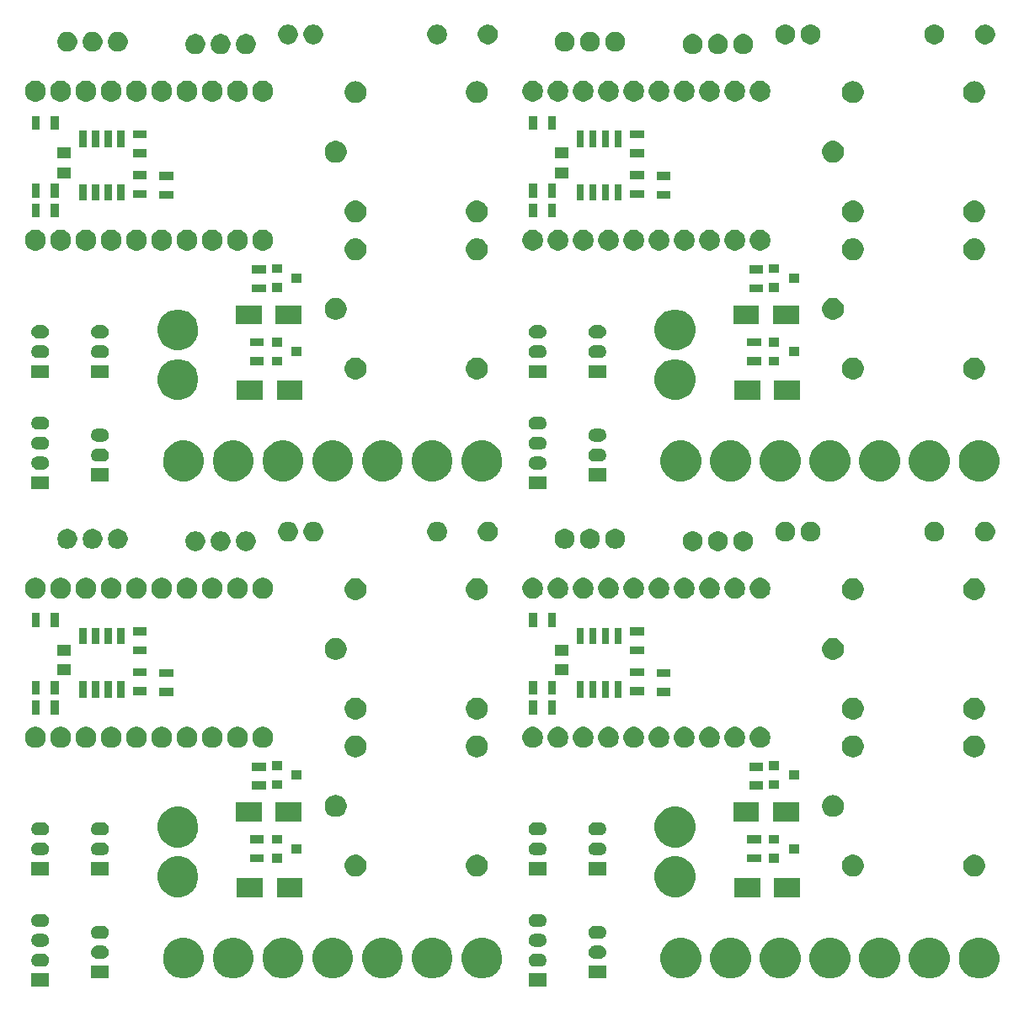
<source format=gts>
G04 #@! TF.GenerationSoftware,KiCad,Pcbnew,5.0.2-bee76a0~70~ubuntu16.04.1*
G04 #@! TF.CreationDate,2019-11-28T15:24:24+01:00*
G04 #@! TF.ProjectId,Shutter_RF_2x2,53687574-7465-4725-9f52-465f3278322e,rev?*
G04 #@! TF.SameCoordinates,Original*
G04 #@! TF.FileFunction,Soldermask,Top*
G04 #@! TF.FilePolarity,Negative*
%FSLAX46Y46*%
G04 Gerber Fmt 4.6, Leading zero omitted, Abs format (unit mm)*
G04 Created by KiCad (PCBNEW 5.0.2-bee76a0~70~ubuntu16.04.1) date Thu 28 Nov 2019 03:24:24 PM CET*
%MOMM*%
%LPD*%
G01*
G04 APERTURE LIST*
%ADD10C,0.100000*%
G04 APERTURE END LIST*
D10*
G36*
X153401000Y-147651000D02*
X151599000Y-147651000D01*
X151599000Y-146349000D01*
X153401000Y-146349000D01*
X153401000Y-147651000D01*
X153401000Y-147651000D01*
G37*
G36*
X103401000Y-147651000D02*
X101599000Y-147651000D01*
X101599000Y-146349000D01*
X103401000Y-146349000D01*
X103401000Y-147651000D01*
X103401000Y-147651000D01*
G37*
G36*
X182498252Y-142827818D02*
X182498254Y-142827819D01*
X182498255Y-142827819D01*
X182871513Y-142982427D01*
X183088803Y-143127616D01*
X183207439Y-143206886D01*
X183493114Y-143492561D01*
X183493116Y-143492564D01*
X183717573Y-143828487D01*
X183818597Y-144072382D01*
X183872182Y-144201748D01*
X183951000Y-144597993D01*
X183951000Y-145002007D01*
X183879110Y-145363424D01*
X183872181Y-145398255D01*
X183717573Y-145771513D01*
X183717572Y-145771514D01*
X183493114Y-146107439D01*
X183207439Y-146393114D01*
X183207436Y-146393116D01*
X182871513Y-146617573D01*
X182498255Y-146772181D01*
X182498254Y-146772181D01*
X182498252Y-146772182D01*
X182102007Y-146851000D01*
X181697993Y-146851000D01*
X181301748Y-146772182D01*
X181301746Y-146772181D01*
X181301745Y-146772181D01*
X180928487Y-146617573D01*
X180592564Y-146393116D01*
X180592561Y-146393114D01*
X180306886Y-146107439D01*
X180082428Y-145771514D01*
X180082427Y-145771513D01*
X179927819Y-145398255D01*
X179920891Y-145363424D01*
X179849000Y-145002007D01*
X179849000Y-144597993D01*
X179927818Y-144201748D01*
X179981403Y-144072382D01*
X180082427Y-143828487D01*
X180306884Y-143492564D01*
X180306886Y-143492561D01*
X180592561Y-143206886D01*
X180711197Y-143127616D01*
X180928487Y-142982427D01*
X181301745Y-142827819D01*
X181301746Y-142827819D01*
X181301748Y-142827818D01*
X181697993Y-142749000D01*
X182102007Y-142749000D01*
X182498252Y-142827818D01*
X182498252Y-142827818D01*
G37*
G36*
X117498252Y-142827818D02*
X117498254Y-142827819D01*
X117498255Y-142827819D01*
X117871513Y-142982427D01*
X118088803Y-143127616D01*
X118207439Y-143206886D01*
X118493114Y-143492561D01*
X118493116Y-143492564D01*
X118717573Y-143828487D01*
X118818597Y-144072382D01*
X118872182Y-144201748D01*
X118951000Y-144597993D01*
X118951000Y-145002007D01*
X118879110Y-145363424D01*
X118872181Y-145398255D01*
X118717573Y-145771513D01*
X118717572Y-145771514D01*
X118493114Y-146107439D01*
X118207439Y-146393114D01*
X118207436Y-146393116D01*
X117871513Y-146617573D01*
X117498255Y-146772181D01*
X117498254Y-146772181D01*
X117498252Y-146772182D01*
X117102007Y-146851000D01*
X116697993Y-146851000D01*
X116301748Y-146772182D01*
X116301746Y-146772181D01*
X116301745Y-146772181D01*
X115928487Y-146617573D01*
X115592564Y-146393116D01*
X115592561Y-146393114D01*
X115306886Y-146107439D01*
X115082428Y-145771514D01*
X115082427Y-145771513D01*
X114927819Y-145398255D01*
X114920891Y-145363424D01*
X114849000Y-145002007D01*
X114849000Y-144597993D01*
X114927818Y-144201748D01*
X114981403Y-144072382D01*
X115082427Y-143828487D01*
X115306884Y-143492564D01*
X115306886Y-143492561D01*
X115592561Y-143206886D01*
X115711197Y-143127616D01*
X115928487Y-142982427D01*
X116301745Y-142827819D01*
X116301746Y-142827819D01*
X116301748Y-142827818D01*
X116697993Y-142749000D01*
X117102007Y-142749000D01*
X117498252Y-142827818D01*
X117498252Y-142827818D01*
G37*
G36*
X167498252Y-142827818D02*
X167498254Y-142827819D01*
X167498255Y-142827819D01*
X167871513Y-142982427D01*
X168088803Y-143127616D01*
X168207439Y-143206886D01*
X168493114Y-143492561D01*
X168493116Y-143492564D01*
X168717573Y-143828487D01*
X168818597Y-144072382D01*
X168872182Y-144201748D01*
X168951000Y-144597993D01*
X168951000Y-145002007D01*
X168879110Y-145363424D01*
X168872181Y-145398255D01*
X168717573Y-145771513D01*
X168717572Y-145771514D01*
X168493114Y-146107439D01*
X168207439Y-146393114D01*
X168207436Y-146393116D01*
X167871513Y-146617573D01*
X167498255Y-146772181D01*
X167498254Y-146772181D01*
X167498252Y-146772182D01*
X167102007Y-146851000D01*
X166697993Y-146851000D01*
X166301748Y-146772182D01*
X166301746Y-146772181D01*
X166301745Y-146772181D01*
X165928487Y-146617573D01*
X165592564Y-146393116D01*
X165592561Y-146393114D01*
X165306886Y-146107439D01*
X165082428Y-145771514D01*
X165082427Y-145771513D01*
X164927819Y-145398255D01*
X164920891Y-145363424D01*
X164849000Y-145002007D01*
X164849000Y-144597993D01*
X164927818Y-144201748D01*
X164981403Y-144072382D01*
X165082427Y-143828487D01*
X165306884Y-143492564D01*
X165306886Y-143492561D01*
X165592561Y-143206886D01*
X165711197Y-143127616D01*
X165928487Y-142982427D01*
X166301745Y-142827819D01*
X166301746Y-142827819D01*
X166301748Y-142827818D01*
X166697993Y-142749000D01*
X167102007Y-142749000D01*
X167498252Y-142827818D01*
X167498252Y-142827818D01*
G37*
G36*
X172498252Y-142827818D02*
X172498254Y-142827819D01*
X172498255Y-142827819D01*
X172871513Y-142982427D01*
X173088803Y-143127616D01*
X173207439Y-143206886D01*
X173493114Y-143492561D01*
X173493116Y-143492564D01*
X173717573Y-143828487D01*
X173818597Y-144072382D01*
X173872182Y-144201748D01*
X173951000Y-144597993D01*
X173951000Y-145002007D01*
X173879110Y-145363424D01*
X173872181Y-145398255D01*
X173717573Y-145771513D01*
X173717572Y-145771514D01*
X173493114Y-146107439D01*
X173207439Y-146393114D01*
X173207436Y-146393116D01*
X172871513Y-146617573D01*
X172498255Y-146772181D01*
X172498254Y-146772181D01*
X172498252Y-146772182D01*
X172102007Y-146851000D01*
X171697993Y-146851000D01*
X171301748Y-146772182D01*
X171301746Y-146772181D01*
X171301745Y-146772181D01*
X170928487Y-146617573D01*
X170592564Y-146393116D01*
X170592561Y-146393114D01*
X170306886Y-146107439D01*
X170082428Y-145771514D01*
X170082427Y-145771513D01*
X169927819Y-145398255D01*
X169920891Y-145363424D01*
X169849000Y-145002007D01*
X169849000Y-144597993D01*
X169927818Y-144201748D01*
X169981403Y-144072382D01*
X170082427Y-143828487D01*
X170306884Y-143492564D01*
X170306886Y-143492561D01*
X170592561Y-143206886D01*
X170711197Y-143127616D01*
X170928487Y-142982427D01*
X171301745Y-142827819D01*
X171301746Y-142827819D01*
X171301748Y-142827818D01*
X171697993Y-142749000D01*
X172102007Y-142749000D01*
X172498252Y-142827818D01*
X172498252Y-142827818D01*
G37*
G36*
X132498252Y-142827818D02*
X132498254Y-142827819D01*
X132498255Y-142827819D01*
X132871513Y-142982427D01*
X133088803Y-143127616D01*
X133207439Y-143206886D01*
X133493114Y-143492561D01*
X133493116Y-143492564D01*
X133717573Y-143828487D01*
X133818597Y-144072382D01*
X133872182Y-144201748D01*
X133951000Y-144597993D01*
X133951000Y-145002007D01*
X133879110Y-145363424D01*
X133872181Y-145398255D01*
X133717573Y-145771513D01*
X133717572Y-145771514D01*
X133493114Y-146107439D01*
X133207439Y-146393114D01*
X133207436Y-146393116D01*
X132871513Y-146617573D01*
X132498255Y-146772181D01*
X132498254Y-146772181D01*
X132498252Y-146772182D01*
X132102007Y-146851000D01*
X131697993Y-146851000D01*
X131301748Y-146772182D01*
X131301746Y-146772181D01*
X131301745Y-146772181D01*
X130928487Y-146617573D01*
X130592564Y-146393116D01*
X130592561Y-146393114D01*
X130306886Y-146107439D01*
X130082428Y-145771514D01*
X130082427Y-145771513D01*
X129927819Y-145398255D01*
X129920891Y-145363424D01*
X129849000Y-145002007D01*
X129849000Y-144597993D01*
X129927818Y-144201748D01*
X129981403Y-144072382D01*
X130082427Y-143828487D01*
X130306884Y-143492564D01*
X130306886Y-143492561D01*
X130592561Y-143206886D01*
X130711197Y-143127616D01*
X130928487Y-142982427D01*
X131301745Y-142827819D01*
X131301746Y-142827819D01*
X131301748Y-142827818D01*
X131697993Y-142749000D01*
X132102007Y-142749000D01*
X132498252Y-142827818D01*
X132498252Y-142827818D01*
G37*
G36*
X177498252Y-142827818D02*
X177498254Y-142827819D01*
X177498255Y-142827819D01*
X177871513Y-142982427D01*
X178088803Y-143127616D01*
X178207439Y-143206886D01*
X178493114Y-143492561D01*
X178493116Y-143492564D01*
X178717573Y-143828487D01*
X178818597Y-144072382D01*
X178872182Y-144201748D01*
X178951000Y-144597993D01*
X178951000Y-145002007D01*
X178879110Y-145363424D01*
X178872181Y-145398255D01*
X178717573Y-145771513D01*
X178717572Y-145771514D01*
X178493114Y-146107439D01*
X178207439Y-146393114D01*
X178207436Y-146393116D01*
X177871513Y-146617573D01*
X177498255Y-146772181D01*
X177498254Y-146772181D01*
X177498252Y-146772182D01*
X177102007Y-146851000D01*
X176697993Y-146851000D01*
X176301748Y-146772182D01*
X176301746Y-146772181D01*
X176301745Y-146772181D01*
X175928487Y-146617573D01*
X175592564Y-146393116D01*
X175592561Y-146393114D01*
X175306886Y-146107439D01*
X175082428Y-145771514D01*
X175082427Y-145771513D01*
X174927819Y-145398255D01*
X174920891Y-145363424D01*
X174849000Y-145002007D01*
X174849000Y-144597993D01*
X174927818Y-144201748D01*
X174981403Y-144072382D01*
X175082427Y-143828487D01*
X175306884Y-143492564D01*
X175306886Y-143492561D01*
X175592561Y-143206886D01*
X175711197Y-143127616D01*
X175928487Y-142982427D01*
X176301745Y-142827819D01*
X176301746Y-142827819D01*
X176301748Y-142827818D01*
X176697993Y-142749000D01*
X177102007Y-142749000D01*
X177498252Y-142827818D01*
X177498252Y-142827818D01*
G37*
G36*
X187498252Y-142827818D02*
X187498254Y-142827819D01*
X187498255Y-142827819D01*
X187871513Y-142982427D01*
X188088803Y-143127616D01*
X188207439Y-143206886D01*
X188493114Y-143492561D01*
X188493116Y-143492564D01*
X188717573Y-143828487D01*
X188818597Y-144072382D01*
X188872182Y-144201748D01*
X188951000Y-144597993D01*
X188951000Y-145002007D01*
X188879110Y-145363424D01*
X188872181Y-145398255D01*
X188717573Y-145771513D01*
X188717572Y-145771514D01*
X188493114Y-146107439D01*
X188207439Y-146393114D01*
X188207436Y-146393116D01*
X187871513Y-146617573D01*
X187498255Y-146772181D01*
X187498254Y-146772181D01*
X187498252Y-146772182D01*
X187102007Y-146851000D01*
X186697993Y-146851000D01*
X186301748Y-146772182D01*
X186301746Y-146772181D01*
X186301745Y-146772181D01*
X185928487Y-146617573D01*
X185592564Y-146393116D01*
X185592561Y-146393114D01*
X185306886Y-146107439D01*
X185082428Y-145771514D01*
X185082427Y-145771513D01*
X184927819Y-145398255D01*
X184920891Y-145363424D01*
X184849000Y-145002007D01*
X184849000Y-144597993D01*
X184927818Y-144201748D01*
X184981403Y-144072382D01*
X185082427Y-143828487D01*
X185306884Y-143492564D01*
X185306886Y-143492561D01*
X185592561Y-143206886D01*
X185711197Y-143127616D01*
X185928487Y-142982427D01*
X186301745Y-142827819D01*
X186301746Y-142827819D01*
X186301748Y-142827818D01*
X186697993Y-142749000D01*
X187102007Y-142749000D01*
X187498252Y-142827818D01*
X187498252Y-142827818D01*
G37*
G36*
X192498252Y-142827818D02*
X192498254Y-142827819D01*
X192498255Y-142827819D01*
X192871513Y-142982427D01*
X193088803Y-143127616D01*
X193207439Y-143206886D01*
X193493114Y-143492561D01*
X193493116Y-143492564D01*
X193717573Y-143828487D01*
X193818597Y-144072382D01*
X193872182Y-144201748D01*
X193951000Y-144597993D01*
X193951000Y-145002007D01*
X193879110Y-145363424D01*
X193872181Y-145398255D01*
X193717573Y-145771513D01*
X193717572Y-145771514D01*
X193493114Y-146107439D01*
X193207439Y-146393114D01*
X193207436Y-146393116D01*
X192871513Y-146617573D01*
X192498255Y-146772181D01*
X192498254Y-146772181D01*
X192498252Y-146772182D01*
X192102007Y-146851000D01*
X191697993Y-146851000D01*
X191301748Y-146772182D01*
X191301746Y-146772181D01*
X191301745Y-146772181D01*
X190928487Y-146617573D01*
X190592564Y-146393116D01*
X190592561Y-146393114D01*
X190306886Y-146107439D01*
X190082428Y-145771514D01*
X190082427Y-145771513D01*
X189927819Y-145398255D01*
X189920891Y-145363424D01*
X189849000Y-145002007D01*
X189849000Y-144597993D01*
X189927818Y-144201748D01*
X189981403Y-144072382D01*
X190082427Y-143828487D01*
X190306884Y-143492564D01*
X190306886Y-143492561D01*
X190592561Y-143206886D01*
X190711197Y-143127616D01*
X190928487Y-142982427D01*
X191301745Y-142827819D01*
X191301746Y-142827819D01*
X191301748Y-142827818D01*
X191697993Y-142749000D01*
X192102007Y-142749000D01*
X192498252Y-142827818D01*
X192498252Y-142827818D01*
G37*
G36*
X197498252Y-142827818D02*
X197498254Y-142827819D01*
X197498255Y-142827819D01*
X197871513Y-142982427D01*
X198088803Y-143127616D01*
X198207439Y-143206886D01*
X198493114Y-143492561D01*
X198493116Y-143492564D01*
X198717573Y-143828487D01*
X198818597Y-144072382D01*
X198872182Y-144201748D01*
X198951000Y-144597993D01*
X198951000Y-145002007D01*
X198879110Y-145363424D01*
X198872181Y-145398255D01*
X198717573Y-145771513D01*
X198717572Y-145771514D01*
X198493114Y-146107439D01*
X198207439Y-146393114D01*
X198207436Y-146393116D01*
X197871513Y-146617573D01*
X197498255Y-146772181D01*
X197498254Y-146772181D01*
X197498252Y-146772182D01*
X197102007Y-146851000D01*
X196697993Y-146851000D01*
X196301748Y-146772182D01*
X196301746Y-146772181D01*
X196301745Y-146772181D01*
X195928487Y-146617573D01*
X195592564Y-146393116D01*
X195592561Y-146393114D01*
X195306886Y-146107439D01*
X195082428Y-145771514D01*
X195082427Y-145771513D01*
X194927819Y-145398255D01*
X194920891Y-145363424D01*
X194849000Y-145002007D01*
X194849000Y-144597993D01*
X194927818Y-144201748D01*
X194981403Y-144072382D01*
X195082427Y-143828487D01*
X195306884Y-143492564D01*
X195306886Y-143492561D01*
X195592561Y-143206886D01*
X195711197Y-143127616D01*
X195928487Y-142982427D01*
X196301745Y-142827819D01*
X196301746Y-142827819D01*
X196301748Y-142827818D01*
X196697993Y-142749000D01*
X197102007Y-142749000D01*
X197498252Y-142827818D01*
X197498252Y-142827818D01*
G37*
G36*
X159401000Y-146851000D02*
X157599000Y-146851000D01*
X157599000Y-145549000D01*
X159401000Y-145549000D01*
X159401000Y-146851000D01*
X159401000Y-146851000D01*
G37*
G36*
X127498252Y-142827818D02*
X127498254Y-142827819D01*
X127498255Y-142827819D01*
X127871513Y-142982427D01*
X128088803Y-143127616D01*
X128207439Y-143206886D01*
X128493114Y-143492561D01*
X128493116Y-143492564D01*
X128717573Y-143828487D01*
X128818597Y-144072382D01*
X128872182Y-144201748D01*
X128951000Y-144597993D01*
X128951000Y-145002007D01*
X128879110Y-145363424D01*
X128872181Y-145398255D01*
X128717573Y-145771513D01*
X128717572Y-145771514D01*
X128493114Y-146107439D01*
X128207439Y-146393114D01*
X128207436Y-146393116D01*
X127871513Y-146617573D01*
X127498255Y-146772181D01*
X127498254Y-146772181D01*
X127498252Y-146772182D01*
X127102007Y-146851000D01*
X126697993Y-146851000D01*
X126301748Y-146772182D01*
X126301746Y-146772181D01*
X126301745Y-146772181D01*
X125928487Y-146617573D01*
X125592564Y-146393116D01*
X125592561Y-146393114D01*
X125306886Y-146107439D01*
X125082428Y-145771514D01*
X125082427Y-145771513D01*
X124927819Y-145398255D01*
X124920891Y-145363424D01*
X124849000Y-145002007D01*
X124849000Y-144597993D01*
X124927818Y-144201748D01*
X124981403Y-144072382D01*
X125082427Y-143828487D01*
X125306884Y-143492564D01*
X125306886Y-143492561D01*
X125592561Y-143206886D01*
X125711197Y-143127616D01*
X125928487Y-142982427D01*
X126301745Y-142827819D01*
X126301746Y-142827819D01*
X126301748Y-142827818D01*
X126697993Y-142749000D01*
X127102007Y-142749000D01*
X127498252Y-142827818D01*
X127498252Y-142827818D01*
G37*
G36*
X109401000Y-146851000D02*
X107599000Y-146851000D01*
X107599000Y-145549000D01*
X109401000Y-145549000D01*
X109401000Y-146851000D01*
X109401000Y-146851000D01*
G37*
G36*
X147498252Y-142827818D02*
X147498254Y-142827819D01*
X147498255Y-142827819D01*
X147871513Y-142982427D01*
X148088803Y-143127616D01*
X148207439Y-143206886D01*
X148493114Y-143492561D01*
X148493116Y-143492564D01*
X148717573Y-143828487D01*
X148818597Y-144072382D01*
X148872182Y-144201748D01*
X148951000Y-144597993D01*
X148951000Y-145002007D01*
X148879110Y-145363424D01*
X148872181Y-145398255D01*
X148717573Y-145771513D01*
X148717572Y-145771514D01*
X148493114Y-146107439D01*
X148207439Y-146393114D01*
X148207436Y-146393116D01*
X147871513Y-146617573D01*
X147498255Y-146772181D01*
X147498254Y-146772181D01*
X147498252Y-146772182D01*
X147102007Y-146851000D01*
X146697993Y-146851000D01*
X146301748Y-146772182D01*
X146301746Y-146772181D01*
X146301745Y-146772181D01*
X145928487Y-146617573D01*
X145592564Y-146393116D01*
X145592561Y-146393114D01*
X145306886Y-146107439D01*
X145082428Y-145771514D01*
X145082427Y-145771513D01*
X144927819Y-145398255D01*
X144920891Y-145363424D01*
X144849000Y-145002007D01*
X144849000Y-144597993D01*
X144927818Y-144201748D01*
X144981403Y-144072382D01*
X145082427Y-143828487D01*
X145306884Y-143492564D01*
X145306886Y-143492561D01*
X145592561Y-143206886D01*
X145711197Y-143127616D01*
X145928487Y-142982427D01*
X146301745Y-142827819D01*
X146301746Y-142827819D01*
X146301748Y-142827818D01*
X146697993Y-142749000D01*
X147102007Y-142749000D01*
X147498252Y-142827818D01*
X147498252Y-142827818D01*
G37*
G36*
X142498252Y-142827818D02*
X142498254Y-142827819D01*
X142498255Y-142827819D01*
X142871513Y-142982427D01*
X143088803Y-143127616D01*
X143207439Y-143206886D01*
X143493114Y-143492561D01*
X143493116Y-143492564D01*
X143717573Y-143828487D01*
X143818597Y-144072382D01*
X143872182Y-144201748D01*
X143951000Y-144597993D01*
X143951000Y-145002007D01*
X143879110Y-145363424D01*
X143872181Y-145398255D01*
X143717573Y-145771513D01*
X143717572Y-145771514D01*
X143493114Y-146107439D01*
X143207439Y-146393114D01*
X143207436Y-146393116D01*
X142871513Y-146617573D01*
X142498255Y-146772181D01*
X142498254Y-146772181D01*
X142498252Y-146772182D01*
X142102007Y-146851000D01*
X141697993Y-146851000D01*
X141301748Y-146772182D01*
X141301746Y-146772181D01*
X141301745Y-146772181D01*
X140928487Y-146617573D01*
X140592564Y-146393116D01*
X140592561Y-146393114D01*
X140306886Y-146107439D01*
X140082428Y-145771514D01*
X140082427Y-145771513D01*
X139927819Y-145398255D01*
X139920891Y-145363424D01*
X139849000Y-145002007D01*
X139849000Y-144597993D01*
X139927818Y-144201748D01*
X139981403Y-144072382D01*
X140082427Y-143828487D01*
X140306884Y-143492564D01*
X140306886Y-143492561D01*
X140592561Y-143206886D01*
X140711197Y-143127616D01*
X140928487Y-142982427D01*
X141301745Y-142827819D01*
X141301746Y-142827819D01*
X141301748Y-142827818D01*
X141697993Y-142749000D01*
X142102007Y-142749000D01*
X142498252Y-142827818D01*
X142498252Y-142827818D01*
G37*
G36*
X122498252Y-142827818D02*
X122498254Y-142827819D01*
X122498255Y-142827819D01*
X122871513Y-142982427D01*
X123088803Y-143127616D01*
X123207439Y-143206886D01*
X123493114Y-143492561D01*
X123493116Y-143492564D01*
X123717573Y-143828487D01*
X123818597Y-144072382D01*
X123872182Y-144201748D01*
X123951000Y-144597993D01*
X123951000Y-145002007D01*
X123879110Y-145363424D01*
X123872181Y-145398255D01*
X123717573Y-145771513D01*
X123717572Y-145771514D01*
X123493114Y-146107439D01*
X123207439Y-146393114D01*
X123207436Y-146393116D01*
X122871513Y-146617573D01*
X122498255Y-146772181D01*
X122498254Y-146772181D01*
X122498252Y-146772182D01*
X122102007Y-146851000D01*
X121697993Y-146851000D01*
X121301748Y-146772182D01*
X121301746Y-146772181D01*
X121301745Y-146772181D01*
X120928487Y-146617573D01*
X120592564Y-146393116D01*
X120592561Y-146393114D01*
X120306886Y-146107439D01*
X120082428Y-145771514D01*
X120082427Y-145771513D01*
X119927819Y-145398255D01*
X119920891Y-145363424D01*
X119849000Y-145002007D01*
X119849000Y-144597993D01*
X119927818Y-144201748D01*
X119981403Y-144072382D01*
X120082427Y-143828487D01*
X120306884Y-143492564D01*
X120306886Y-143492561D01*
X120592561Y-143206886D01*
X120711197Y-143127616D01*
X120928487Y-142982427D01*
X121301745Y-142827819D01*
X121301746Y-142827819D01*
X121301748Y-142827818D01*
X121697993Y-142749000D01*
X122102007Y-142749000D01*
X122498252Y-142827818D01*
X122498252Y-142827818D01*
G37*
G36*
X137498252Y-142827818D02*
X137498254Y-142827819D01*
X137498255Y-142827819D01*
X137871513Y-142982427D01*
X138088803Y-143127616D01*
X138207439Y-143206886D01*
X138493114Y-143492561D01*
X138493116Y-143492564D01*
X138717573Y-143828487D01*
X138818597Y-144072382D01*
X138872182Y-144201748D01*
X138951000Y-144597993D01*
X138951000Y-145002007D01*
X138879110Y-145363424D01*
X138872181Y-145398255D01*
X138717573Y-145771513D01*
X138717572Y-145771514D01*
X138493114Y-146107439D01*
X138207439Y-146393114D01*
X138207436Y-146393116D01*
X137871513Y-146617573D01*
X137498255Y-146772181D01*
X137498254Y-146772181D01*
X137498252Y-146772182D01*
X137102007Y-146851000D01*
X136697993Y-146851000D01*
X136301748Y-146772182D01*
X136301746Y-146772181D01*
X136301745Y-146772181D01*
X135928487Y-146617573D01*
X135592564Y-146393116D01*
X135592561Y-146393114D01*
X135306886Y-146107439D01*
X135082428Y-145771514D01*
X135082427Y-145771513D01*
X134927819Y-145398255D01*
X134920891Y-145363424D01*
X134849000Y-145002007D01*
X134849000Y-144597993D01*
X134927818Y-144201748D01*
X134981403Y-144072382D01*
X135082427Y-143828487D01*
X135306884Y-143492564D01*
X135306886Y-143492561D01*
X135592561Y-143206886D01*
X135711197Y-143127616D01*
X135928487Y-142982427D01*
X136301745Y-142827819D01*
X136301746Y-142827819D01*
X136301748Y-142827818D01*
X136697993Y-142749000D01*
X137102007Y-142749000D01*
X137498252Y-142827818D01*
X137498252Y-142827818D01*
G37*
G36*
X152813855Y-144352140D02*
X152877618Y-144358420D01*
X152959427Y-144383237D01*
X153000333Y-144395645D01*
X153100491Y-144449181D01*
X153113426Y-144456095D01*
X153212553Y-144537447D01*
X153293905Y-144636574D01*
X153293906Y-144636576D01*
X153354355Y-144749667D01*
X153354355Y-144749668D01*
X153391580Y-144872382D01*
X153404149Y-145000000D01*
X153391580Y-145127618D01*
X153366763Y-145209427D01*
X153354355Y-145250333D01*
X153300819Y-145350491D01*
X153293905Y-145363426D01*
X153212553Y-145462553D01*
X153113426Y-145543905D01*
X153113424Y-145543906D01*
X153000333Y-145604355D01*
X152959427Y-145616763D01*
X152877618Y-145641580D01*
X152813855Y-145647860D01*
X152781974Y-145651000D01*
X152218026Y-145651000D01*
X152186145Y-145647860D01*
X152122382Y-145641580D01*
X152040573Y-145616763D01*
X151999667Y-145604355D01*
X151886576Y-145543906D01*
X151886574Y-145543905D01*
X151787447Y-145462553D01*
X151706095Y-145363426D01*
X151699181Y-145350491D01*
X151645645Y-145250333D01*
X151633237Y-145209427D01*
X151608420Y-145127618D01*
X151595851Y-145000000D01*
X151608420Y-144872382D01*
X151645645Y-144749668D01*
X151645645Y-144749667D01*
X151706094Y-144636576D01*
X151706095Y-144636574D01*
X151787447Y-144537447D01*
X151886574Y-144456095D01*
X151899509Y-144449181D01*
X151999667Y-144395645D01*
X152040573Y-144383237D01*
X152122382Y-144358420D01*
X152186145Y-144352140D01*
X152218026Y-144349000D01*
X152781974Y-144349000D01*
X152813855Y-144352140D01*
X152813855Y-144352140D01*
G37*
G36*
X102813855Y-144352140D02*
X102877618Y-144358420D01*
X102959427Y-144383237D01*
X103000333Y-144395645D01*
X103100491Y-144449181D01*
X103113426Y-144456095D01*
X103212553Y-144537447D01*
X103293905Y-144636574D01*
X103293906Y-144636576D01*
X103354355Y-144749667D01*
X103354355Y-144749668D01*
X103391580Y-144872382D01*
X103404149Y-145000000D01*
X103391580Y-145127618D01*
X103366763Y-145209427D01*
X103354355Y-145250333D01*
X103300819Y-145350491D01*
X103293905Y-145363426D01*
X103212553Y-145462553D01*
X103113426Y-145543905D01*
X103113424Y-145543906D01*
X103000333Y-145604355D01*
X102959427Y-145616763D01*
X102877618Y-145641580D01*
X102813855Y-145647860D01*
X102781974Y-145651000D01*
X102218026Y-145651000D01*
X102186145Y-145647860D01*
X102122382Y-145641580D01*
X102040573Y-145616763D01*
X101999667Y-145604355D01*
X101886576Y-145543906D01*
X101886574Y-145543905D01*
X101787447Y-145462553D01*
X101706095Y-145363426D01*
X101699181Y-145350491D01*
X101645645Y-145250333D01*
X101633237Y-145209427D01*
X101608420Y-145127618D01*
X101595851Y-145000000D01*
X101608420Y-144872382D01*
X101645645Y-144749668D01*
X101645645Y-144749667D01*
X101706094Y-144636576D01*
X101706095Y-144636574D01*
X101787447Y-144537447D01*
X101886574Y-144456095D01*
X101899509Y-144449181D01*
X101999667Y-144395645D01*
X102040573Y-144383237D01*
X102122382Y-144358420D01*
X102186145Y-144352140D01*
X102218026Y-144349000D01*
X102781974Y-144349000D01*
X102813855Y-144352140D01*
X102813855Y-144352140D01*
G37*
G36*
X108813855Y-143552140D02*
X108877618Y-143558420D01*
X108959427Y-143583237D01*
X109000333Y-143595645D01*
X109086270Y-143641580D01*
X109113426Y-143656095D01*
X109212553Y-143737447D01*
X109293905Y-143836574D01*
X109293906Y-143836576D01*
X109354355Y-143949667D01*
X109354355Y-143949668D01*
X109391580Y-144072382D01*
X109404149Y-144200000D01*
X109391580Y-144327618D01*
X109382236Y-144358420D01*
X109354355Y-144450333D01*
X109351275Y-144456095D01*
X109293905Y-144563426D01*
X109212553Y-144662553D01*
X109113426Y-144743905D01*
X109113424Y-144743906D01*
X109000333Y-144804355D01*
X108959427Y-144816763D01*
X108877618Y-144841580D01*
X108813855Y-144847860D01*
X108781974Y-144851000D01*
X108218026Y-144851000D01*
X108186145Y-144847860D01*
X108122382Y-144841580D01*
X108040573Y-144816763D01*
X107999667Y-144804355D01*
X107886576Y-144743906D01*
X107886574Y-144743905D01*
X107787447Y-144662553D01*
X107706095Y-144563426D01*
X107648725Y-144456095D01*
X107645645Y-144450333D01*
X107617764Y-144358420D01*
X107608420Y-144327618D01*
X107595851Y-144200000D01*
X107608420Y-144072382D01*
X107645645Y-143949668D01*
X107645645Y-143949667D01*
X107706094Y-143836576D01*
X107706095Y-143836574D01*
X107787447Y-143737447D01*
X107886574Y-143656095D01*
X107913730Y-143641580D01*
X107999667Y-143595645D01*
X108040573Y-143583237D01*
X108122382Y-143558420D01*
X108186145Y-143552140D01*
X108218026Y-143549000D01*
X108781974Y-143549000D01*
X108813855Y-143552140D01*
X108813855Y-143552140D01*
G37*
G36*
X158813855Y-143552140D02*
X158877618Y-143558420D01*
X158959427Y-143583237D01*
X159000333Y-143595645D01*
X159086270Y-143641580D01*
X159113426Y-143656095D01*
X159212553Y-143737447D01*
X159293905Y-143836574D01*
X159293906Y-143836576D01*
X159354355Y-143949667D01*
X159354355Y-143949668D01*
X159391580Y-144072382D01*
X159404149Y-144200000D01*
X159391580Y-144327618D01*
X159382236Y-144358420D01*
X159354355Y-144450333D01*
X159351275Y-144456095D01*
X159293905Y-144563426D01*
X159212553Y-144662553D01*
X159113426Y-144743905D01*
X159113424Y-144743906D01*
X159000333Y-144804355D01*
X158959427Y-144816763D01*
X158877618Y-144841580D01*
X158813855Y-144847860D01*
X158781974Y-144851000D01*
X158218026Y-144851000D01*
X158186145Y-144847860D01*
X158122382Y-144841580D01*
X158040573Y-144816763D01*
X157999667Y-144804355D01*
X157886576Y-144743906D01*
X157886574Y-144743905D01*
X157787447Y-144662553D01*
X157706095Y-144563426D01*
X157648725Y-144456095D01*
X157645645Y-144450333D01*
X157617764Y-144358420D01*
X157608420Y-144327618D01*
X157595851Y-144200000D01*
X157608420Y-144072382D01*
X157645645Y-143949668D01*
X157645645Y-143949667D01*
X157706094Y-143836576D01*
X157706095Y-143836574D01*
X157787447Y-143737447D01*
X157886574Y-143656095D01*
X157913730Y-143641580D01*
X157999667Y-143595645D01*
X158040573Y-143583237D01*
X158122382Y-143558420D01*
X158186145Y-143552140D01*
X158218026Y-143549000D01*
X158781974Y-143549000D01*
X158813855Y-143552140D01*
X158813855Y-143552140D01*
G37*
G36*
X102813855Y-142352140D02*
X102877618Y-142358420D01*
X102959427Y-142383237D01*
X103000333Y-142395645D01*
X103100491Y-142449181D01*
X103113426Y-142456095D01*
X103212553Y-142537447D01*
X103293905Y-142636574D01*
X103293906Y-142636576D01*
X103354355Y-142749667D01*
X103354355Y-142749668D01*
X103391580Y-142872382D01*
X103404149Y-143000000D01*
X103391580Y-143127618D01*
X103367535Y-143206884D01*
X103354355Y-143250333D01*
X103300819Y-143350491D01*
X103293905Y-143363426D01*
X103212553Y-143462553D01*
X103113426Y-143543905D01*
X103113424Y-143543906D01*
X103000333Y-143604355D01*
X102959427Y-143616763D01*
X102877618Y-143641580D01*
X102813855Y-143647860D01*
X102781974Y-143651000D01*
X102218026Y-143651000D01*
X102186145Y-143647860D01*
X102122382Y-143641580D01*
X102040573Y-143616763D01*
X101999667Y-143604355D01*
X101886576Y-143543906D01*
X101886574Y-143543905D01*
X101787447Y-143462553D01*
X101706095Y-143363426D01*
X101699181Y-143350491D01*
X101645645Y-143250333D01*
X101632465Y-143206884D01*
X101608420Y-143127618D01*
X101595851Y-143000000D01*
X101608420Y-142872382D01*
X101645645Y-142749668D01*
X101645645Y-142749667D01*
X101706094Y-142636576D01*
X101706095Y-142636574D01*
X101787447Y-142537447D01*
X101886574Y-142456095D01*
X101899509Y-142449181D01*
X101999667Y-142395645D01*
X102040573Y-142383237D01*
X102122382Y-142358420D01*
X102186145Y-142352140D01*
X102218026Y-142349000D01*
X102781974Y-142349000D01*
X102813855Y-142352140D01*
X102813855Y-142352140D01*
G37*
G36*
X152813855Y-142352140D02*
X152877618Y-142358420D01*
X152959427Y-142383237D01*
X153000333Y-142395645D01*
X153100491Y-142449181D01*
X153113426Y-142456095D01*
X153212553Y-142537447D01*
X153293905Y-142636574D01*
X153293906Y-142636576D01*
X153354355Y-142749667D01*
X153354355Y-142749668D01*
X153391580Y-142872382D01*
X153404149Y-143000000D01*
X153391580Y-143127618D01*
X153367535Y-143206884D01*
X153354355Y-143250333D01*
X153300819Y-143350491D01*
X153293905Y-143363426D01*
X153212553Y-143462553D01*
X153113426Y-143543905D01*
X153113424Y-143543906D01*
X153000333Y-143604355D01*
X152959427Y-143616763D01*
X152877618Y-143641580D01*
X152813855Y-143647860D01*
X152781974Y-143651000D01*
X152218026Y-143651000D01*
X152186145Y-143647860D01*
X152122382Y-143641580D01*
X152040573Y-143616763D01*
X151999667Y-143604355D01*
X151886576Y-143543906D01*
X151886574Y-143543905D01*
X151787447Y-143462553D01*
X151706095Y-143363426D01*
X151699181Y-143350491D01*
X151645645Y-143250333D01*
X151632465Y-143206884D01*
X151608420Y-143127618D01*
X151595851Y-143000000D01*
X151608420Y-142872382D01*
X151645645Y-142749668D01*
X151645645Y-142749667D01*
X151706094Y-142636576D01*
X151706095Y-142636574D01*
X151787447Y-142537447D01*
X151886574Y-142456095D01*
X151899509Y-142449181D01*
X151999667Y-142395645D01*
X152040573Y-142383237D01*
X152122382Y-142358420D01*
X152186145Y-142352140D01*
X152218026Y-142349000D01*
X152781974Y-142349000D01*
X152813855Y-142352140D01*
X152813855Y-142352140D01*
G37*
G36*
X108813855Y-141552140D02*
X108877618Y-141558420D01*
X108959427Y-141583237D01*
X109000333Y-141595645D01*
X109086270Y-141641580D01*
X109113426Y-141656095D01*
X109212553Y-141737447D01*
X109293905Y-141836574D01*
X109293906Y-141836576D01*
X109354355Y-141949667D01*
X109354355Y-141949668D01*
X109391580Y-142072382D01*
X109404149Y-142200000D01*
X109391580Y-142327618D01*
X109382236Y-142358420D01*
X109354355Y-142450333D01*
X109351275Y-142456095D01*
X109293905Y-142563426D01*
X109212553Y-142662553D01*
X109113426Y-142743905D01*
X109113424Y-142743906D01*
X109000333Y-142804355D01*
X108959427Y-142816763D01*
X108877618Y-142841580D01*
X108813855Y-142847860D01*
X108781974Y-142851000D01*
X108218026Y-142851000D01*
X108186145Y-142847860D01*
X108122382Y-142841580D01*
X108040573Y-142816763D01*
X107999667Y-142804355D01*
X107886576Y-142743906D01*
X107886574Y-142743905D01*
X107787447Y-142662553D01*
X107706095Y-142563426D01*
X107648725Y-142456095D01*
X107645645Y-142450333D01*
X107617764Y-142358420D01*
X107608420Y-142327618D01*
X107595851Y-142200000D01*
X107608420Y-142072382D01*
X107645645Y-141949668D01*
X107645645Y-141949667D01*
X107706094Y-141836576D01*
X107706095Y-141836574D01*
X107787447Y-141737447D01*
X107886574Y-141656095D01*
X107913730Y-141641580D01*
X107999667Y-141595645D01*
X108040573Y-141583237D01*
X108122382Y-141558420D01*
X108186145Y-141552140D01*
X108218026Y-141549000D01*
X108781974Y-141549000D01*
X108813855Y-141552140D01*
X108813855Y-141552140D01*
G37*
G36*
X158813855Y-141552140D02*
X158877618Y-141558420D01*
X158959427Y-141583237D01*
X159000333Y-141595645D01*
X159086270Y-141641580D01*
X159113426Y-141656095D01*
X159212553Y-141737447D01*
X159293905Y-141836574D01*
X159293906Y-141836576D01*
X159354355Y-141949667D01*
X159354355Y-141949668D01*
X159391580Y-142072382D01*
X159404149Y-142200000D01*
X159391580Y-142327618D01*
X159382236Y-142358420D01*
X159354355Y-142450333D01*
X159351275Y-142456095D01*
X159293905Y-142563426D01*
X159212553Y-142662553D01*
X159113426Y-142743905D01*
X159113424Y-142743906D01*
X159000333Y-142804355D01*
X158959427Y-142816763D01*
X158877618Y-142841580D01*
X158813855Y-142847860D01*
X158781974Y-142851000D01*
X158218026Y-142851000D01*
X158186145Y-142847860D01*
X158122382Y-142841580D01*
X158040573Y-142816763D01*
X157999667Y-142804355D01*
X157886576Y-142743906D01*
X157886574Y-142743905D01*
X157787447Y-142662553D01*
X157706095Y-142563426D01*
X157648725Y-142456095D01*
X157645645Y-142450333D01*
X157617764Y-142358420D01*
X157608420Y-142327618D01*
X157595851Y-142200000D01*
X157608420Y-142072382D01*
X157645645Y-141949668D01*
X157645645Y-141949667D01*
X157706094Y-141836576D01*
X157706095Y-141836574D01*
X157787447Y-141737447D01*
X157886574Y-141656095D01*
X157913730Y-141641580D01*
X157999667Y-141595645D01*
X158040573Y-141583237D01*
X158122382Y-141558420D01*
X158186145Y-141552140D01*
X158218026Y-141549000D01*
X158781974Y-141549000D01*
X158813855Y-141552140D01*
X158813855Y-141552140D01*
G37*
G36*
X102813855Y-140352140D02*
X102877618Y-140358420D01*
X102959427Y-140383237D01*
X103000333Y-140395645D01*
X103100491Y-140449181D01*
X103113426Y-140456095D01*
X103212553Y-140537447D01*
X103293905Y-140636574D01*
X103293906Y-140636576D01*
X103354355Y-140749667D01*
X103354355Y-140749668D01*
X103391580Y-140872382D01*
X103404149Y-141000000D01*
X103391580Y-141127618D01*
X103366763Y-141209427D01*
X103354355Y-141250333D01*
X103300819Y-141350491D01*
X103293905Y-141363426D01*
X103212553Y-141462553D01*
X103113426Y-141543905D01*
X103113424Y-141543906D01*
X103000333Y-141604355D01*
X102959427Y-141616763D01*
X102877618Y-141641580D01*
X102813855Y-141647860D01*
X102781974Y-141651000D01*
X102218026Y-141651000D01*
X102186145Y-141647860D01*
X102122382Y-141641580D01*
X102040573Y-141616763D01*
X101999667Y-141604355D01*
X101886576Y-141543906D01*
X101886574Y-141543905D01*
X101787447Y-141462553D01*
X101706095Y-141363426D01*
X101699181Y-141350491D01*
X101645645Y-141250333D01*
X101633237Y-141209427D01*
X101608420Y-141127618D01*
X101595851Y-141000000D01*
X101608420Y-140872382D01*
X101645645Y-140749668D01*
X101645645Y-140749667D01*
X101706094Y-140636576D01*
X101706095Y-140636574D01*
X101787447Y-140537447D01*
X101886574Y-140456095D01*
X101899509Y-140449181D01*
X101999667Y-140395645D01*
X102040573Y-140383237D01*
X102122382Y-140358420D01*
X102186145Y-140352140D01*
X102218026Y-140349000D01*
X102781974Y-140349000D01*
X102813855Y-140352140D01*
X102813855Y-140352140D01*
G37*
G36*
X152813855Y-140352140D02*
X152877618Y-140358420D01*
X152959427Y-140383237D01*
X153000333Y-140395645D01*
X153100491Y-140449181D01*
X153113426Y-140456095D01*
X153212553Y-140537447D01*
X153293905Y-140636574D01*
X153293906Y-140636576D01*
X153354355Y-140749667D01*
X153354355Y-140749668D01*
X153391580Y-140872382D01*
X153404149Y-141000000D01*
X153391580Y-141127618D01*
X153366763Y-141209427D01*
X153354355Y-141250333D01*
X153300819Y-141350491D01*
X153293905Y-141363426D01*
X153212553Y-141462553D01*
X153113426Y-141543905D01*
X153113424Y-141543906D01*
X153000333Y-141604355D01*
X152959427Y-141616763D01*
X152877618Y-141641580D01*
X152813855Y-141647860D01*
X152781974Y-141651000D01*
X152218026Y-141651000D01*
X152186145Y-141647860D01*
X152122382Y-141641580D01*
X152040573Y-141616763D01*
X151999667Y-141604355D01*
X151886576Y-141543906D01*
X151886574Y-141543905D01*
X151787447Y-141462553D01*
X151706095Y-141363426D01*
X151699181Y-141350491D01*
X151645645Y-141250333D01*
X151633237Y-141209427D01*
X151608420Y-141127618D01*
X151595851Y-141000000D01*
X151608420Y-140872382D01*
X151645645Y-140749668D01*
X151645645Y-140749667D01*
X151706094Y-140636576D01*
X151706095Y-140636574D01*
X151787447Y-140537447D01*
X151886574Y-140456095D01*
X151899509Y-140449181D01*
X151999667Y-140395645D01*
X152040573Y-140383237D01*
X152122382Y-140358420D01*
X152186145Y-140352140D01*
X152218026Y-140349000D01*
X152781974Y-140349000D01*
X152813855Y-140352140D01*
X152813855Y-140352140D01*
G37*
G36*
X166930252Y-134639818D02*
X166930254Y-134639819D01*
X166930255Y-134639819D01*
X167303513Y-134794427D01*
X167303514Y-134794428D01*
X167639439Y-135018886D01*
X167925114Y-135304561D01*
X167925116Y-135304564D01*
X168149573Y-135640487D01*
X168304181Y-136013745D01*
X168383000Y-136409994D01*
X168383000Y-136814006D01*
X168304181Y-137210255D01*
X168149573Y-137583513D01*
X168149572Y-137583514D01*
X167925114Y-137919439D01*
X167639439Y-138205114D01*
X167639436Y-138205116D01*
X167303513Y-138429573D01*
X166930255Y-138584181D01*
X166930254Y-138584181D01*
X166930252Y-138584182D01*
X166534007Y-138663000D01*
X166129993Y-138663000D01*
X165733748Y-138584182D01*
X165733746Y-138584181D01*
X165733745Y-138584181D01*
X165360487Y-138429573D01*
X165024564Y-138205116D01*
X165024561Y-138205114D01*
X164738886Y-137919439D01*
X164514428Y-137583514D01*
X164514427Y-137583513D01*
X164359819Y-137210255D01*
X164281000Y-136814006D01*
X164281000Y-136409994D01*
X164359819Y-136013745D01*
X164514427Y-135640487D01*
X164738884Y-135304564D01*
X164738886Y-135304561D01*
X165024561Y-135018886D01*
X165360486Y-134794428D01*
X165360487Y-134794427D01*
X165733745Y-134639819D01*
X165733746Y-134639819D01*
X165733748Y-134639818D01*
X166129993Y-134561000D01*
X166534007Y-134561000D01*
X166930252Y-134639818D01*
X166930252Y-134639818D01*
G37*
G36*
X116930252Y-134639818D02*
X116930254Y-134639819D01*
X116930255Y-134639819D01*
X117303513Y-134794427D01*
X117303514Y-134794428D01*
X117639439Y-135018886D01*
X117925114Y-135304561D01*
X117925116Y-135304564D01*
X118149573Y-135640487D01*
X118304181Y-136013745D01*
X118383000Y-136409994D01*
X118383000Y-136814006D01*
X118304181Y-137210255D01*
X118149573Y-137583513D01*
X118149572Y-137583514D01*
X117925114Y-137919439D01*
X117639439Y-138205114D01*
X117639436Y-138205116D01*
X117303513Y-138429573D01*
X116930255Y-138584181D01*
X116930254Y-138584181D01*
X116930252Y-138584182D01*
X116534007Y-138663000D01*
X116129993Y-138663000D01*
X115733748Y-138584182D01*
X115733746Y-138584181D01*
X115733745Y-138584181D01*
X115360487Y-138429573D01*
X115024564Y-138205116D01*
X115024561Y-138205114D01*
X114738886Y-137919439D01*
X114514428Y-137583514D01*
X114514427Y-137583513D01*
X114359819Y-137210255D01*
X114281000Y-136814006D01*
X114281000Y-136409994D01*
X114359819Y-136013745D01*
X114514427Y-135640487D01*
X114738884Y-135304564D01*
X114738886Y-135304561D01*
X115024561Y-135018886D01*
X115360486Y-134794428D01*
X115360487Y-134794427D01*
X115733745Y-134639819D01*
X115733746Y-134639819D01*
X115733748Y-134639818D01*
X116129993Y-134561000D01*
X116534007Y-134561000D01*
X116930252Y-134639818D01*
X116930252Y-134639818D01*
G37*
G36*
X174877000Y-138651000D02*
X172275000Y-138651000D01*
X172275000Y-136749000D01*
X174877000Y-136749000D01*
X174877000Y-138651000D01*
X174877000Y-138651000D01*
G37*
G36*
X178877000Y-138651000D02*
X176275000Y-138651000D01*
X176275000Y-136749000D01*
X178877000Y-136749000D01*
X178877000Y-138651000D01*
X178877000Y-138651000D01*
G37*
G36*
X128877000Y-138651000D02*
X126275000Y-138651000D01*
X126275000Y-136749000D01*
X128877000Y-136749000D01*
X128877000Y-138651000D01*
X128877000Y-138651000D01*
G37*
G36*
X124877000Y-138651000D02*
X122275000Y-138651000D01*
X122275000Y-136749000D01*
X124877000Y-136749000D01*
X124877000Y-138651000D01*
X124877000Y-138651000D01*
G37*
G36*
X134334412Y-134404355D02*
X134522324Y-134441733D01*
X134722515Y-134524655D01*
X134902682Y-134645038D01*
X135055902Y-134798258D01*
X135176285Y-134978425D01*
X135259207Y-135178616D01*
X135301480Y-135391137D01*
X135301480Y-135607823D01*
X135259207Y-135820344D01*
X135176285Y-136020535D01*
X135055902Y-136200702D01*
X134902682Y-136353922D01*
X134722515Y-136474305D01*
X134522324Y-136557227D01*
X134362933Y-136588932D01*
X134309804Y-136599500D01*
X134093116Y-136599500D01*
X134039987Y-136588932D01*
X133880596Y-136557227D01*
X133680405Y-136474305D01*
X133500238Y-136353922D01*
X133347018Y-136200702D01*
X133226635Y-136020535D01*
X133143713Y-135820344D01*
X133101440Y-135607823D01*
X133101440Y-135391137D01*
X133143713Y-135178616D01*
X133226635Y-134978425D01*
X133347018Y-134798258D01*
X133500238Y-134645038D01*
X133680405Y-134524655D01*
X133880596Y-134441733D01*
X134068508Y-134404355D01*
X134093116Y-134399460D01*
X134309804Y-134399460D01*
X134334412Y-134404355D01*
X134334412Y-134404355D01*
G37*
G36*
X196531492Y-134404355D02*
X196719404Y-134441733D01*
X196919595Y-134524655D01*
X197099762Y-134645038D01*
X197252982Y-134798258D01*
X197373365Y-134978425D01*
X197456287Y-135178616D01*
X197498560Y-135391137D01*
X197498560Y-135607823D01*
X197456287Y-135820344D01*
X197373365Y-136020535D01*
X197252982Y-136200702D01*
X197099762Y-136353922D01*
X196919595Y-136474305D01*
X196719404Y-136557227D01*
X196560013Y-136588932D01*
X196506884Y-136599500D01*
X196290196Y-136599500D01*
X196237067Y-136588932D01*
X196077676Y-136557227D01*
X195877485Y-136474305D01*
X195697318Y-136353922D01*
X195544098Y-136200702D01*
X195423715Y-136020535D01*
X195340793Y-135820344D01*
X195298520Y-135607823D01*
X195298520Y-135391137D01*
X195340793Y-135178616D01*
X195423715Y-134978425D01*
X195544098Y-134798258D01*
X195697318Y-134645038D01*
X195877485Y-134524655D01*
X196077676Y-134441733D01*
X196265588Y-134404355D01*
X196290196Y-134399460D01*
X196506884Y-134399460D01*
X196531492Y-134404355D01*
X196531492Y-134404355D01*
G37*
G36*
X146531492Y-134404355D02*
X146719404Y-134441733D01*
X146919595Y-134524655D01*
X147099762Y-134645038D01*
X147252982Y-134798258D01*
X147373365Y-134978425D01*
X147456287Y-135178616D01*
X147498560Y-135391137D01*
X147498560Y-135607823D01*
X147456287Y-135820344D01*
X147373365Y-136020535D01*
X147252982Y-136200702D01*
X147099762Y-136353922D01*
X146919595Y-136474305D01*
X146719404Y-136557227D01*
X146560013Y-136588932D01*
X146506884Y-136599500D01*
X146290196Y-136599500D01*
X146237067Y-136588932D01*
X146077676Y-136557227D01*
X145877485Y-136474305D01*
X145697318Y-136353922D01*
X145544098Y-136200702D01*
X145423715Y-136020535D01*
X145340793Y-135820344D01*
X145298520Y-135607823D01*
X145298520Y-135391137D01*
X145340793Y-135178616D01*
X145423715Y-134978425D01*
X145544098Y-134798258D01*
X145697318Y-134645038D01*
X145877485Y-134524655D01*
X146077676Y-134441733D01*
X146265588Y-134404355D01*
X146290196Y-134399460D01*
X146506884Y-134399460D01*
X146531492Y-134404355D01*
X146531492Y-134404355D01*
G37*
G36*
X184334412Y-134404355D02*
X184522324Y-134441733D01*
X184722515Y-134524655D01*
X184902682Y-134645038D01*
X185055902Y-134798258D01*
X185176285Y-134978425D01*
X185259207Y-135178616D01*
X185301480Y-135391137D01*
X185301480Y-135607823D01*
X185259207Y-135820344D01*
X185176285Y-136020535D01*
X185055902Y-136200702D01*
X184902682Y-136353922D01*
X184722515Y-136474305D01*
X184522324Y-136557227D01*
X184362933Y-136588932D01*
X184309804Y-136599500D01*
X184093116Y-136599500D01*
X184039987Y-136588932D01*
X183880596Y-136557227D01*
X183680405Y-136474305D01*
X183500238Y-136353922D01*
X183347018Y-136200702D01*
X183226635Y-136020535D01*
X183143713Y-135820344D01*
X183101440Y-135607823D01*
X183101440Y-135391137D01*
X183143713Y-135178616D01*
X183226635Y-134978425D01*
X183347018Y-134798258D01*
X183500238Y-134645038D01*
X183680405Y-134524655D01*
X183880596Y-134441733D01*
X184068508Y-134404355D01*
X184093116Y-134399460D01*
X184309804Y-134399460D01*
X184334412Y-134404355D01*
X184334412Y-134404355D01*
G37*
G36*
X159401000Y-136451000D02*
X157599000Y-136451000D01*
X157599000Y-135149000D01*
X159401000Y-135149000D01*
X159401000Y-136451000D01*
X159401000Y-136451000D01*
G37*
G36*
X153401000Y-136451000D02*
X151599000Y-136451000D01*
X151599000Y-135149000D01*
X153401000Y-135149000D01*
X153401000Y-136451000D01*
X153401000Y-136451000D01*
G37*
G36*
X103401000Y-136451000D02*
X101599000Y-136451000D01*
X101599000Y-135149000D01*
X103401000Y-135149000D01*
X103401000Y-136451000D01*
X103401000Y-136451000D01*
G37*
G36*
X109401000Y-136451000D02*
X107599000Y-136451000D01*
X107599000Y-135149000D01*
X109401000Y-135149000D01*
X109401000Y-136451000D01*
X109401000Y-136451000D01*
G37*
G36*
X176777000Y-135201000D02*
X175775000Y-135201000D01*
X175775000Y-134299000D01*
X176777000Y-134299000D01*
X176777000Y-135201000D01*
X176777000Y-135201000D01*
G37*
G36*
X126777000Y-135201000D02*
X125775000Y-135201000D01*
X125775000Y-134299000D01*
X126777000Y-134299000D01*
X126777000Y-135201000D01*
X126777000Y-135201000D01*
G37*
G36*
X174977000Y-135151000D02*
X173575000Y-135151000D01*
X173575000Y-134349000D01*
X174977000Y-134349000D01*
X174977000Y-135151000D01*
X174977000Y-135151000D01*
G37*
G36*
X124977000Y-135151000D02*
X123575000Y-135151000D01*
X123575000Y-134349000D01*
X124977000Y-134349000D01*
X124977000Y-135151000D01*
X124977000Y-135151000D01*
G37*
G36*
X108813855Y-133152140D02*
X108877618Y-133158420D01*
X108959427Y-133183237D01*
X109000333Y-133195645D01*
X109100491Y-133249181D01*
X109113426Y-133256095D01*
X109212553Y-133337447D01*
X109293905Y-133436574D01*
X109293906Y-133436576D01*
X109354355Y-133549667D01*
X109354355Y-133549668D01*
X109391580Y-133672382D01*
X109404149Y-133800000D01*
X109391580Y-133927618D01*
X109366763Y-134009427D01*
X109354355Y-134050333D01*
X109300819Y-134150491D01*
X109293905Y-134163426D01*
X109212553Y-134262553D01*
X109113426Y-134343905D01*
X109113424Y-134343906D01*
X109000333Y-134404355D01*
X108959427Y-134416763D01*
X108877618Y-134441580D01*
X108813855Y-134447860D01*
X108781974Y-134451000D01*
X108218026Y-134451000D01*
X108186145Y-134447860D01*
X108122382Y-134441580D01*
X108040573Y-134416763D01*
X107999667Y-134404355D01*
X107886576Y-134343906D01*
X107886574Y-134343905D01*
X107787447Y-134262553D01*
X107706095Y-134163426D01*
X107699181Y-134150491D01*
X107645645Y-134050333D01*
X107633237Y-134009427D01*
X107608420Y-133927618D01*
X107595851Y-133800000D01*
X107608420Y-133672382D01*
X107645645Y-133549668D01*
X107645645Y-133549667D01*
X107706094Y-133436576D01*
X107706095Y-133436574D01*
X107787447Y-133337447D01*
X107886574Y-133256095D01*
X107899509Y-133249181D01*
X107999667Y-133195645D01*
X108040573Y-133183237D01*
X108122382Y-133158420D01*
X108186145Y-133152140D01*
X108218026Y-133149000D01*
X108781974Y-133149000D01*
X108813855Y-133152140D01*
X108813855Y-133152140D01*
G37*
G36*
X102813855Y-133152140D02*
X102877618Y-133158420D01*
X102959427Y-133183237D01*
X103000333Y-133195645D01*
X103100491Y-133249181D01*
X103113426Y-133256095D01*
X103212553Y-133337447D01*
X103293905Y-133436574D01*
X103293906Y-133436576D01*
X103354355Y-133549667D01*
X103354355Y-133549668D01*
X103391580Y-133672382D01*
X103404149Y-133800000D01*
X103391580Y-133927618D01*
X103366763Y-134009427D01*
X103354355Y-134050333D01*
X103300819Y-134150491D01*
X103293905Y-134163426D01*
X103212553Y-134262553D01*
X103113426Y-134343905D01*
X103113424Y-134343906D01*
X103000333Y-134404355D01*
X102959427Y-134416763D01*
X102877618Y-134441580D01*
X102813855Y-134447860D01*
X102781974Y-134451000D01*
X102218026Y-134451000D01*
X102186145Y-134447860D01*
X102122382Y-134441580D01*
X102040573Y-134416763D01*
X101999667Y-134404355D01*
X101886576Y-134343906D01*
X101886574Y-134343905D01*
X101787447Y-134262553D01*
X101706095Y-134163426D01*
X101699181Y-134150491D01*
X101645645Y-134050333D01*
X101633237Y-134009427D01*
X101608420Y-133927618D01*
X101595851Y-133800000D01*
X101608420Y-133672382D01*
X101645645Y-133549668D01*
X101645645Y-133549667D01*
X101706094Y-133436576D01*
X101706095Y-133436574D01*
X101787447Y-133337447D01*
X101886574Y-133256095D01*
X101899509Y-133249181D01*
X101999667Y-133195645D01*
X102040573Y-133183237D01*
X102122382Y-133158420D01*
X102186145Y-133152140D01*
X102218026Y-133149000D01*
X102781974Y-133149000D01*
X102813855Y-133152140D01*
X102813855Y-133152140D01*
G37*
G36*
X152813855Y-133152140D02*
X152877618Y-133158420D01*
X152959427Y-133183237D01*
X153000333Y-133195645D01*
X153100491Y-133249181D01*
X153113426Y-133256095D01*
X153212553Y-133337447D01*
X153293905Y-133436574D01*
X153293906Y-133436576D01*
X153354355Y-133549667D01*
X153354355Y-133549668D01*
X153391580Y-133672382D01*
X153404149Y-133800000D01*
X153391580Y-133927618D01*
X153366763Y-134009427D01*
X153354355Y-134050333D01*
X153300819Y-134150491D01*
X153293905Y-134163426D01*
X153212553Y-134262553D01*
X153113426Y-134343905D01*
X153113424Y-134343906D01*
X153000333Y-134404355D01*
X152959427Y-134416763D01*
X152877618Y-134441580D01*
X152813855Y-134447860D01*
X152781974Y-134451000D01*
X152218026Y-134451000D01*
X152186145Y-134447860D01*
X152122382Y-134441580D01*
X152040573Y-134416763D01*
X151999667Y-134404355D01*
X151886576Y-134343906D01*
X151886574Y-134343905D01*
X151787447Y-134262553D01*
X151706095Y-134163426D01*
X151699181Y-134150491D01*
X151645645Y-134050333D01*
X151633237Y-134009427D01*
X151608420Y-133927618D01*
X151595851Y-133800000D01*
X151608420Y-133672382D01*
X151645645Y-133549668D01*
X151645645Y-133549667D01*
X151706094Y-133436576D01*
X151706095Y-133436574D01*
X151787447Y-133337447D01*
X151886574Y-133256095D01*
X151899509Y-133249181D01*
X151999667Y-133195645D01*
X152040573Y-133183237D01*
X152122382Y-133158420D01*
X152186145Y-133152140D01*
X152218026Y-133149000D01*
X152781974Y-133149000D01*
X152813855Y-133152140D01*
X152813855Y-133152140D01*
G37*
G36*
X158813855Y-133152140D02*
X158877618Y-133158420D01*
X158959427Y-133183237D01*
X159000333Y-133195645D01*
X159100491Y-133249181D01*
X159113426Y-133256095D01*
X159212553Y-133337447D01*
X159293905Y-133436574D01*
X159293906Y-133436576D01*
X159354355Y-133549667D01*
X159354355Y-133549668D01*
X159391580Y-133672382D01*
X159404149Y-133800000D01*
X159391580Y-133927618D01*
X159366763Y-134009427D01*
X159354355Y-134050333D01*
X159300819Y-134150491D01*
X159293905Y-134163426D01*
X159212553Y-134262553D01*
X159113426Y-134343905D01*
X159113424Y-134343906D01*
X159000333Y-134404355D01*
X158959427Y-134416763D01*
X158877618Y-134441580D01*
X158813855Y-134447860D01*
X158781974Y-134451000D01*
X158218026Y-134451000D01*
X158186145Y-134447860D01*
X158122382Y-134441580D01*
X158040573Y-134416763D01*
X157999667Y-134404355D01*
X157886576Y-134343906D01*
X157886574Y-134343905D01*
X157787447Y-134262553D01*
X157706095Y-134163426D01*
X157699181Y-134150491D01*
X157645645Y-134050333D01*
X157633237Y-134009427D01*
X157608420Y-133927618D01*
X157595851Y-133800000D01*
X157608420Y-133672382D01*
X157645645Y-133549668D01*
X157645645Y-133549667D01*
X157706094Y-133436576D01*
X157706095Y-133436574D01*
X157787447Y-133337447D01*
X157886574Y-133256095D01*
X157899509Y-133249181D01*
X157999667Y-133195645D01*
X158040573Y-133183237D01*
X158122382Y-133158420D01*
X158186145Y-133152140D01*
X158218026Y-133149000D01*
X158781974Y-133149000D01*
X158813855Y-133152140D01*
X158813855Y-133152140D01*
G37*
G36*
X128777000Y-134251000D02*
X127775000Y-134251000D01*
X127775000Y-133349000D01*
X128777000Y-133349000D01*
X128777000Y-134251000D01*
X128777000Y-134251000D01*
G37*
G36*
X178777000Y-134251000D02*
X177775000Y-134251000D01*
X177775000Y-133349000D01*
X178777000Y-133349000D01*
X178777000Y-134251000D01*
X178777000Y-134251000D01*
G37*
G36*
X166930252Y-129639818D02*
X166930254Y-129639819D01*
X166930255Y-129639819D01*
X167303513Y-129794427D01*
X167634905Y-130015857D01*
X167639439Y-130018886D01*
X167925114Y-130304561D01*
X167925116Y-130304564D01*
X168149573Y-130640487D01*
X168304181Y-131013745D01*
X168304182Y-131013748D01*
X168383000Y-131409993D01*
X168383000Y-131814007D01*
X168313497Y-132163424D01*
X168304181Y-132210255D01*
X168149573Y-132583513D01*
X168149572Y-132583514D01*
X167925114Y-132919439D01*
X167639439Y-133205114D01*
X167639436Y-133205116D01*
X167303513Y-133429573D01*
X166930255Y-133584181D01*
X166930254Y-133584181D01*
X166930252Y-133584182D01*
X166534007Y-133663000D01*
X166129993Y-133663000D01*
X165733748Y-133584182D01*
X165733746Y-133584181D01*
X165733745Y-133584181D01*
X165360487Y-133429573D01*
X165024564Y-133205116D01*
X165024561Y-133205114D01*
X164738886Y-132919439D01*
X164514428Y-132583514D01*
X164514427Y-132583513D01*
X164359819Y-132210255D01*
X164350504Y-132163424D01*
X164281000Y-131814007D01*
X164281000Y-131409993D01*
X164359818Y-131013748D01*
X164359819Y-131013745D01*
X164514427Y-130640487D01*
X164738884Y-130304564D01*
X164738886Y-130304561D01*
X165024561Y-130018886D01*
X165029095Y-130015857D01*
X165360487Y-129794427D01*
X165733745Y-129639819D01*
X165733746Y-129639819D01*
X165733748Y-129639818D01*
X166129993Y-129561000D01*
X166534007Y-129561000D01*
X166930252Y-129639818D01*
X166930252Y-129639818D01*
G37*
G36*
X116930252Y-129639818D02*
X116930254Y-129639819D01*
X116930255Y-129639819D01*
X117303513Y-129794427D01*
X117634905Y-130015857D01*
X117639439Y-130018886D01*
X117925114Y-130304561D01*
X117925116Y-130304564D01*
X118149573Y-130640487D01*
X118304181Y-131013745D01*
X118304182Y-131013748D01*
X118383000Y-131409993D01*
X118383000Y-131814007D01*
X118313497Y-132163424D01*
X118304181Y-132210255D01*
X118149573Y-132583513D01*
X118149572Y-132583514D01*
X117925114Y-132919439D01*
X117639439Y-133205114D01*
X117639436Y-133205116D01*
X117303513Y-133429573D01*
X116930255Y-133584181D01*
X116930254Y-133584181D01*
X116930252Y-133584182D01*
X116534007Y-133663000D01*
X116129993Y-133663000D01*
X115733748Y-133584182D01*
X115733746Y-133584181D01*
X115733745Y-133584181D01*
X115360487Y-133429573D01*
X115024564Y-133205116D01*
X115024561Y-133205114D01*
X114738886Y-132919439D01*
X114514428Y-132583514D01*
X114514427Y-132583513D01*
X114359819Y-132210255D01*
X114350504Y-132163424D01*
X114281000Y-131814007D01*
X114281000Y-131409993D01*
X114359818Y-131013748D01*
X114359819Y-131013745D01*
X114514427Y-130640487D01*
X114738884Y-130304564D01*
X114738886Y-130304561D01*
X115024561Y-130018886D01*
X115029095Y-130015857D01*
X115360487Y-129794427D01*
X115733745Y-129639819D01*
X115733746Y-129639819D01*
X115733748Y-129639818D01*
X116129993Y-129561000D01*
X116534007Y-129561000D01*
X116930252Y-129639818D01*
X116930252Y-129639818D01*
G37*
G36*
X176777000Y-133301000D02*
X175775000Y-133301000D01*
X175775000Y-132399000D01*
X176777000Y-132399000D01*
X176777000Y-133301000D01*
X176777000Y-133301000D01*
G37*
G36*
X126777000Y-133301000D02*
X125775000Y-133301000D01*
X125775000Y-132399000D01*
X126777000Y-132399000D01*
X126777000Y-133301000D01*
X126777000Y-133301000D01*
G37*
G36*
X124977000Y-133251000D02*
X123575000Y-133251000D01*
X123575000Y-132449000D01*
X124977000Y-132449000D01*
X124977000Y-133251000D01*
X124977000Y-133251000D01*
G37*
G36*
X174977000Y-133251000D02*
X173575000Y-133251000D01*
X173575000Y-132449000D01*
X174977000Y-132449000D01*
X174977000Y-133251000D01*
X174977000Y-133251000D01*
G37*
G36*
X108813855Y-131152140D02*
X108877618Y-131158420D01*
X108959427Y-131183237D01*
X109000333Y-131195645D01*
X109100491Y-131249181D01*
X109113426Y-131256095D01*
X109212553Y-131337447D01*
X109293905Y-131436574D01*
X109293906Y-131436576D01*
X109354355Y-131549667D01*
X109354355Y-131549668D01*
X109391580Y-131672382D01*
X109404149Y-131800000D01*
X109391580Y-131927618D01*
X109366763Y-132009427D01*
X109354355Y-132050333D01*
X109300819Y-132150491D01*
X109293905Y-132163426D01*
X109212553Y-132262553D01*
X109113426Y-132343905D01*
X109113424Y-132343906D01*
X109000333Y-132404355D01*
X108959427Y-132416763D01*
X108877618Y-132441580D01*
X108813855Y-132447860D01*
X108781974Y-132451000D01*
X108218026Y-132451000D01*
X108186145Y-132447860D01*
X108122382Y-132441580D01*
X108040573Y-132416763D01*
X107999667Y-132404355D01*
X107886576Y-132343906D01*
X107886574Y-132343905D01*
X107787447Y-132262553D01*
X107706095Y-132163426D01*
X107699181Y-132150491D01*
X107645645Y-132050333D01*
X107633237Y-132009427D01*
X107608420Y-131927618D01*
X107595851Y-131800000D01*
X107608420Y-131672382D01*
X107645645Y-131549668D01*
X107645645Y-131549667D01*
X107706094Y-131436576D01*
X107706095Y-131436574D01*
X107787447Y-131337447D01*
X107886574Y-131256095D01*
X107899509Y-131249181D01*
X107999667Y-131195645D01*
X108040573Y-131183237D01*
X108122382Y-131158420D01*
X108186145Y-131152140D01*
X108218026Y-131149000D01*
X108781974Y-131149000D01*
X108813855Y-131152140D01*
X108813855Y-131152140D01*
G37*
G36*
X152813855Y-131152140D02*
X152877618Y-131158420D01*
X152959427Y-131183237D01*
X153000333Y-131195645D01*
X153100491Y-131249181D01*
X153113426Y-131256095D01*
X153212553Y-131337447D01*
X153293905Y-131436574D01*
X153293906Y-131436576D01*
X153354355Y-131549667D01*
X153354355Y-131549668D01*
X153391580Y-131672382D01*
X153404149Y-131800000D01*
X153391580Y-131927618D01*
X153366763Y-132009427D01*
X153354355Y-132050333D01*
X153300819Y-132150491D01*
X153293905Y-132163426D01*
X153212553Y-132262553D01*
X153113426Y-132343905D01*
X153113424Y-132343906D01*
X153000333Y-132404355D01*
X152959427Y-132416763D01*
X152877618Y-132441580D01*
X152813855Y-132447860D01*
X152781974Y-132451000D01*
X152218026Y-132451000D01*
X152186145Y-132447860D01*
X152122382Y-132441580D01*
X152040573Y-132416763D01*
X151999667Y-132404355D01*
X151886576Y-132343906D01*
X151886574Y-132343905D01*
X151787447Y-132262553D01*
X151706095Y-132163426D01*
X151699181Y-132150491D01*
X151645645Y-132050333D01*
X151633237Y-132009427D01*
X151608420Y-131927618D01*
X151595851Y-131800000D01*
X151608420Y-131672382D01*
X151645645Y-131549668D01*
X151645645Y-131549667D01*
X151706094Y-131436576D01*
X151706095Y-131436574D01*
X151787447Y-131337447D01*
X151886574Y-131256095D01*
X151899509Y-131249181D01*
X151999667Y-131195645D01*
X152040573Y-131183237D01*
X152122382Y-131158420D01*
X152186145Y-131152140D01*
X152218026Y-131149000D01*
X152781974Y-131149000D01*
X152813855Y-131152140D01*
X152813855Y-131152140D01*
G37*
G36*
X158813855Y-131152140D02*
X158877618Y-131158420D01*
X158959427Y-131183237D01*
X159000333Y-131195645D01*
X159100491Y-131249181D01*
X159113426Y-131256095D01*
X159212553Y-131337447D01*
X159293905Y-131436574D01*
X159293906Y-131436576D01*
X159354355Y-131549667D01*
X159354355Y-131549668D01*
X159391580Y-131672382D01*
X159404149Y-131800000D01*
X159391580Y-131927618D01*
X159366763Y-132009427D01*
X159354355Y-132050333D01*
X159300819Y-132150491D01*
X159293905Y-132163426D01*
X159212553Y-132262553D01*
X159113426Y-132343905D01*
X159113424Y-132343906D01*
X159000333Y-132404355D01*
X158959427Y-132416763D01*
X158877618Y-132441580D01*
X158813855Y-132447860D01*
X158781974Y-132451000D01*
X158218026Y-132451000D01*
X158186145Y-132447860D01*
X158122382Y-132441580D01*
X158040573Y-132416763D01*
X157999667Y-132404355D01*
X157886576Y-132343906D01*
X157886574Y-132343905D01*
X157787447Y-132262553D01*
X157706095Y-132163426D01*
X157699181Y-132150491D01*
X157645645Y-132050333D01*
X157633237Y-132009427D01*
X157608420Y-131927618D01*
X157595851Y-131800000D01*
X157608420Y-131672382D01*
X157645645Y-131549668D01*
X157645645Y-131549667D01*
X157706094Y-131436576D01*
X157706095Y-131436574D01*
X157787447Y-131337447D01*
X157886574Y-131256095D01*
X157899509Y-131249181D01*
X157999667Y-131195645D01*
X158040573Y-131183237D01*
X158122382Y-131158420D01*
X158186145Y-131152140D01*
X158218026Y-131149000D01*
X158781974Y-131149000D01*
X158813855Y-131152140D01*
X158813855Y-131152140D01*
G37*
G36*
X102813855Y-131152140D02*
X102877618Y-131158420D01*
X102959427Y-131183237D01*
X103000333Y-131195645D01*
X103100491Y-131249181D01*
X103113426Y-131256095D01*
X103212553Y-131337447D01*
X103293905Y-131436574D01*
X103293906Y-131436576D01*
X103354355Y-131549667D01*
X103354355Y-131549668D01*
X103391580Y-131672382D01*
X103404149Y-131800000D01*
X103391580Y-131927618D01*
X103366763Y-132009427D01*
X103354355Y-132050333D01*
X103300819Y-132150491D01*
X103293905Y-132163426D01*
X103212553Y-132262553D01*
X103113426Y-132343905D01*
X103113424Y-132343906D01*
X103000333Y-132404355D01*
X102959427Y-132416763D01*
X102877618Y-132441580D01*
X102813855Y-132447860D01*
X102781974Y-132451000D01*
X102218026Y-132451000D01*
X102186145Y-132447860D01*
X102122382Y-132441580D01*
X102040573Y-132416763D01*
X101999667Y-132404355D01*
X101886576Y-132343906D01*
X101886574Y-132343905D01*
X101787447Y-132262553D01*
X101706095Y-132163426D01*
X101699181Y-132150491D01*
X101645645Y-132050333D01*
X101633237Y-132009427D01*
X101608420Y-131927618D01*
X101595851Y-131800000D01*
X101608420Y-131672382D01*
X101645645Y-131549668D01*
X101645645Y-131549667D01*
X101706094Y-131436576D01*
X101706095Y-131436574D01*
X101787447Y-131337447D01*
X101886574Y-131256095D01*
X101899509Y-131249181D01*
X101999667Y-131195645D01*
X102040573Y-131183237D01*
X102122382Y-131158420D01*
X102186145Y-131152140D01*
X102218026Y-131149000D01*
X102781974Y-131149000D01*
X102813855Y-131152140D01*
X102813855Y-131152140D01*
G37*
G36*
X128777000Y-131051000D02*
X126175000Y-131051000D01*
X126175000Y-129149000D01*
X128777000Y-129149000D01*
X128777000Y-131051000D01*
X128777000Y-131051000D01*
G37*
G36*
X174777000Y-131051000D02*
X172175000Y-131051000D01*
X172175000Y-129149000D01*
X174777000Y-129149000D01*
X174777000Y-131051000D01*
X174777000Y-131051000D01*
G37*
G36*
X178777000Y-131051000D02*
X176175000Y-131051000D01*
X176175000Y-129149000D01*
X178777000Y-129149000D01*
X178777000Y-131051000D01*
X178777000Y-131051000D01*
G37*
G36*
X124777000Y-131051000D02*
X122175000Y-131051000D01*
X122175000Y-129149000D01*
X124777000Y-129149000D01*
X124777000Y-131051000D01*
X124777000Y-131051000D01*
G37*
G36*
X132363953Y-128410548D02*
X132523344Y-128442253D01*
X132723535Y-128525175D01*
X132903702Y-128645558D01*
X133056922Y-128798778D01*
X133177305Y-128978945D01*
X133260227Y-129179136D01*
X133302500Y-129391657D01*
X133302500Y-129608343D01*
X133260227Y-129820864D01*
X133177305Y-130021055D01*
X133056922Y-130201222D01*
X132903702Y-130354442D01*
X132723535Y-130474825D01*
X132523344Y-130557747D01*
X132363953Y-130589452D01*
X132310824Y-130600020D01*
X132094136Y-130600020D01*
X132041007Y-130589452D01*
X131881616Y-130557747D01*
X131681425Y-130474825D01*
X131501258Y-130354442D01*
X131348038Y-130201222D01*
X131227655Y-130021055D01*
X131144733Y-129820864D01*
X131102460Y-129608343D01*
X131102460Y-129391657D01*
X131144733Y-129179136D01*
X131227655Y-128978945D01*
X131348038Y-128798778D01*
X131501258Y-128645558D01*
X131681425Y-128525175D01*
X131881616Y-128442253D01*
X132041007Y-128410548D01*
X132094136Y-128399980D01*
X132310824Y-128399980D01*
X132363953Y-128410548D01*
X132363953Y-128410548D01*
G37*
G36*
X182363953Y-128410548D02*
X182523344Y-128442253D01*
X182723535Y-128525175D01*
X182903702Y-128645558D01*
X183056922Y-128798778D01*
X183177305Y-128978945D01*
X183260227Y-129179136D01*
X183302500Y-129391657D01*
X183302500Y-129608343D01*
X183260227Y-129820864D01*
X183177305Y-130021055D01*
X183056922Y-130201222D01*
X182903702Y-130354442D01*
X182723535Y-130474825D01*
X182523344Y-130557747D01*
X182363953Y-130589452D01*
X182310824Y-130600020D01*
X182094136Y-130600020D01*
X182041007Y-130589452D01*
X181881616Y-130557747D01*
X181681425Y-130474825D01*
X181501258Y-130354442D01*
X181348038Y-130201222D01*
X181227655Y-130021055D01*
X181144733Y-129820864D01*
X181102460Y-129608343D01*
X181102460Y-129391657D01*
X181144733Y-129179136D01*
X181227655Y-128978945D01*
X181348038Y-128798778D01*
X181501258Y-128645558D01*
X181681425Y-128525175D01*
X181881616Y-128442253D01*
X182041007Y-128410548D01*
X182094136Y-128399980D01*
X182310824Y-128399980D01*
X182363953Y-128410548D01*
X182363953Y-128410548D01*
G37*
G36*
X175177000Y-127851000D02*
X173775000Y-127851000D01*
X173775000Y-127049000D01*
X175177000Y-127049000D01*
X175177000Y-127851000D01*
X175177000Y-127851000D01*
G37*
G36*
X125177000Y-127851000D02*
X123775000Y-127851000D01*
X123775000Y-127049000D01*
X125177000Y-127049000D01*
X125177000Y-127851000D01*
X125177000Y-127851000D01*
G37*
G36*
X126777000Y-127801000D02*
X125775000Y-127801000D01*
X125775000Y-126899000D01*
X126777000Y-126899000D01*
X126777000Y-127801000D01*
X126777000Y-127801000D01*
G37*
G36*
X176777000Y-127801000D02*
X175775000Y-127801000D01*
X175775000Y-126899000D01*
X176777000Y-126899000D01*
X176777000Y-127801000D01*
X176777000Y-127801000D01*
G37*
G36*
X178777000Y-126851000D02*
X177775000Y-126851000D01*
X177775000Y-125949000D01*
X178777000Y-125949000D01*
X178777000Y-126851000D01*
X178777000Y-126851000D01*
G37*
G36*
X128777000Y-126851000D02*
X127775000Y-126851000D01*
X127775000Y-125949000D01*
X128777000Y-125949000D01*
X128777000Y-126851000D01*
X128777000Y-126851000D01*
G37*
G36*
X125177000Y-125951000D02*
X123775000Y-125951000D01*
X123775000Y-125149000D01*
X125177000Y-125149000D01*
X125177000Y-125951000D01*
X125177000Y-125951000D01*
G37*
G36*
X175177000Y-125951000D02*
X173775000Y-125951000D01*
X173775000Y-125149000D01*
X175177000Y-125149000D01*
X175177000Y-125951000D01*
X175177000Y-125951000D01*
G37*
G36*
X126777000Y-125901000D02*
X125775000Y-125901000D01*
X125775000Y-124999000D01*
X126777000Y-124999000D01*
X126777000Y-125901000D01*
X126777000Y-125901000D01*
G37*
G36*
X176777000Y-125901000D02*
X175775000Y-125901000D01*
X175775000Y-124999000D01*
X176777000Y-124999000D01*
X176777000Y-125901000D01*
X176777000Y-125901000D01*
G37*
G36*
X196560013Y-122411068D02*
X196719404Y-122442773D01*
X196919595Y-122525695D01*
X197099762Y-122646078D01*
X197252982Y-122799298D01*
X197373365Y-122979465D01*
X197456287Y-123179656D01*
X197498560Y-123392177D01*
X197498560Y-123608863D01*
X197456287Y-123821384D01*
X197373365Y-124021575D01*
X197252982Y-124201742D01*
X197099762Y-124354962D01*
X196919595Y-124475345D01*
X196719404Y-124558267D01*
X196560013Y-124589972D01*
X196506884Y-124600540D01*
X196290196Y-124600540D01*
X196237067Y-124589972D01*
X196077676Y-124558267D01*
X195877485Y-124475345D01*
X195697318Y-124354962D01*
X195544098Y-124201742D01*
X195423715Y-124021575D01*
X195340793Y-123821384D01*
X195298520Y-123608863D01*
X195298520Y-123392177D01*
X195340793Y-123179656D01*
X195423715Y-122979465D01*
X195544098Y-122799298D01*
X195697318Y-122646078D01*
X195877485Y-122525695D01*
X196077676Y-122442773D01*
X196237067Y-122411068D01*
X196290196Y-122400500D01*
X196506884Y-122400500D01*
X196560013Y-122411068D01*
X196560013Y-122411068D01*
G37*
G36*
X134362933Y-122411068D02*
X134522324Y-122442773D01*
X134722515Y-122525695D01*
X134902682Y-122646078D01*
X135055902Y-122799298D01*
X135176285Y-122979465D01*
X135259207Y-123179656D01*
X135301480Y-123392177D01*
X135301480Y-123608863D01*
X135259207Y-123821384D01*
X135176285Y-124021575D01*
X135055902Y-124201742D01*
X134902682Y-124354962D01*
X134722515Y-124475345D01*
X134522324Y-124558267D01*
X134362933Y-124589972D01*
X134309804Y-124600540D01*
X134093116Y-124600540D01*
X134039987Y-124589972D01*
X133880596Y-124558267D01*
X133680405Y-124475345D01*
X133500238Y-124354962D01*
X133347018Y-124201742D01*
X133226635Y-124021575D01*
X133143713Y-123821384D01*
X133101440Y-123608863D01*
X133101440Y-123392177D01*
X133143713Y-123179656D01*
X133226635Y-122979465D01*
X133347018Y-122799298D01*
X133500238Y-122646078D01*
X133680405Y-122525695D01*
X133880596Y-122442773D01*
X134039987Y-122411068D01*
X134093116Y-122400500D01*
X134309804Y-122400500D01*
X134362933Y-122411068D01*
X134362933Y-122411068D01*
G37*
G36*
X146560013Y-122411068D02*
X146719404Y-122442773D01*
X146919595Y-122525695D01*
X147099762Y-122646078D01*
X147252982Y-122799298D01*
X147373365Y-122979465D01*
X147456287Y-123179656D01*
X147498560Y-123392177D01*
X147498560Y-123608863D01*
X147456287Y-123821384D01*
X147373365Y-124021575D01*
X147252982Y-124201742D01*
X147099762Y-124354962D01*
X146919595Y-124475345D01*
X146719404Y-124558267D01*
X146560013Y-124589972D01*
X146506884Y-124600540D01*
X146290196Y-124600540D01*
X146237067Y-124589972D01*
X146077676Y-124558267D01*
X145877485Y-124475345D01*
X145697318Y-124354962D01*
X145544098Y-124201742D01*
X145423715Y-124021575D01*
X145340793Y-123821384D01*
X145298520Y-123608863D01*
X145298520Y-123392177D01*
X145340793Y-123179656D01*
X145423715Y-122979465D01*
X145544098Y-122799298D01*
X145697318Y-122646078D01*
X145877485Y-122525695D01*
X146077676Y-122442773D01*
X146237067Y-122411068D01*
X146290196Y-122400500D01*
X146506884Y-122400500D01*
X146560013Y-122411068D01*
X146560013Y-122411068D01*
G37*
G36*
X184362933Y-122411068D02*
X184522324Y-122442773D01*
X184722515Y-122525695D01*
X184902682Y-122646078D01*
X185055902Y-122799298D01*
X185176285Y-122979465D01*
X185259207Y-123179656D01*
X185301480Y-123392177D01*
X185301480Y-123608863D01*
X185259207Y-123821384D01*
X185176285Y-124021575D01*
X185055902Y-124201742D01*
X184902682Y-124354962D01*
X184722515Y-124475345D01*
X184522324Y-124558267D01*
X184362933Y-124589972D01*
X184309804Y-124600540D01*
X184093116Y-124600540D01*
X184039987Y-124589972D01*
X183880596Y-124558267D01*
X183680405Y-124475345D01*
X183500238Y-124354962D01*
X183347018Y-124201742D01*
X183226635Y-124021575D01*
X183143713Y-123821384D01*
X183101440Y-123608863D01*
X183101440Y-123392177D01*
X183143713Y-123179656D01*
X183226635Y-122979465D01*
X183347018Y-122799298D01*
X183500238Y-122646078D01*
X183680405Y-122525695D01*
X183880596Y-122442773D01*
X184039987Y-122411068D01*
X184093116Y-122400500D01*
X184309804Y-122400500D01*
X184362933Y-122411068D01*
X184362933Y-122411068D01*
G37*
G36*
X122636315Y-121587507D02*
X122827584Y-121666733D01*
X122999726Y-121781755D01*
X123146113Y-121928142D01*
X123261135Y-122100284D01*
X123340361Y-122291553D01*
X123380750Y-122494602D01*
X123380750Y-122701634D01*
X123340361Y-122904683D01*
X123261135Y-123095952D01*
X123146113Y-123268094D01*
X122999726Y-123414481D01*
X122827584Y-123529503D01*
X122636315Y-123608729D01*
X122433266Y-123649118D01*
X122226234Y-123649118D01*
X122023185Y-123608729D01*
X121831916Y-123529503D01*
X121659774Y-123414481D01*
X121513387Y-123268094D01*
X121398365Y-123095952D01*
X121319139Y-122904683D01*
X121278750Y-122701634D01*
X121278750Y-122494602D01*
X121319139Y-122291553D01*
X121398365Y-122100284D01*
X121513387Y-121928142D01*
X121659774Y-121781755D01*
X121831916Y-121666733D01*
X122023185Y-121587507D01*
X122226234Y-121547118D01*
X122433266Y-121547118D01*
X122636315Y-121587507D01*
X122636315Y-121587507D01*
G37*
G36*
X120096315Y-121587507D02*
X120287584Y-121666733D01*
X120459726Y-121781755D01*
X120606113Y-121928142D01*
X120721135Y-122100284D01*
X120800361Y-122291553D01*
X120840750Y-122494602D01*
X120840750Y-122701634D01*
X120800361Y-122904683D01*
X120721135Y-123095952D01*
X120606113Y-123268094D01*
X120459726Y-123414481D01*
X120287584Y-123529503D01*
X120096315Y-123608729D01*
X119893266Y-123649118D01*
X119686234Y-123649118D01*
X119483185Y-123608729D01*
X119291916Y-123529503D01*
X119119774Y-123414481D01*
X118973387Y-123268094D01*
X118858365Y-123095952D01*
X118779139Y-122904683D01*
X118738750Y-122701634D01*
X118738750Y-122494602D01*
X118779139Y-122291553D01*
X118858365Y-122100284D01*
X118973387Y-121928142D01*
X119119774Y-121781755D01*
X119291916Y-121666733D01*
X119483185Y-121587507D01*
X119686234Y-121547118D01*
X119893266Y-121547118D01*
X120096315Y-121587507D01*
X120096315Y-121587507D01*
G37*
G36*
X117556315Y-121587507D02*
X117747584Y-121666733D01*
X117919726Y-121781755D01*
X118066113Y-121928142D01*
X118181135Y-122100284D01*
X118260361Y-122291553D01*
X118300750Y-122494602D01*
X118300750Y-122701634D01*
X118260361Y-122904683D01*
X118181135Y-123095952D01*
X118066113Y-123268094D01*
X117919726Y-123414481D01*
X117747584Y-123529503D01*
X117556315Y-123608729D01*
X117353266Y-123649118D01*
X117146234Y-123649118D01*
X116943185Y-123608729D01*
X116751916Y-123529503D01*
X116579774Y-123414481D01*
X116433387Y-123268094D01*
X116318365Y-123095952D01*
X116239139Y-122904683D01*
X116198750Y-122701634D01*
X116198750Y-122494602D01*
X116239139Y-122291553D01*
X116318365Y-122100284D01*
X116433387Y-121928142D01*
X116579774Y-121781755D01*
X116751916Y-121666733D01*
X116943185Y-121587507D01*
X117146234Y-121547118D01*
X117353266Y-121547118D01*
X117556315Y-121587507D01*
X117556315Y-121587507D01*
G37*
G36*
X107396315Y-121587507D02*
X107587584Y-121666733D01*
X107759726Y-121781755D01*
X107906113Y-121928142D01*
X108021135Y-122100284D01*
X108100361Y-122291553D01*
X108140750Y-122494602D01*
X108140750Y-122701634D01*
X108100361Y-122904683D01*
X108021135Y-123095952D01*
X107906113Y-123268094D01*
X107759726Y-123414481D01*
X107587584Y-123529503D01*
X107396315Y-123608729D01*
X107193266Y-123649118D01*
X106986234Y-123649118D01*
X106783185Y-123608729D01*
X106591916Y-123529503D01*
X106419774Y-123414481D01*
X106273387Y-123268094D01*
X106158365Y-123095952D01*
X106079139Y-122904683D01*
X106038750Y-122701634D01*
X106038750Y-122494602D01*
X106079139Y-122291553D01*
X106158365Y-122100284D01*
X106273387Y-121928142D01*
X106419774Y-121781755D01*
X106591916Y-121666733D01*
X106783185Y-121587507D01*
X106986234Y-121547118D01*
X107193266Y-121547118D01*
X107396315Y-121587507D01*
X107396315Y-121587507D01*
G37*
G36*
X109936315Y-121587507D02*
X110127584Y-121666733D01*
X110299726Y-121781755D01*
X110446113Y-121928142D01*
X110561135Y-122100284D01*
X110640361Y-122291553D01*
X110680750Y-122494602D01*
X110680750Y-122701634D01*
X110640361Y-122904683D01*
X110561135Y-123095952D01*
X110446113Y-123268094D01*
X110299726Y-123414481D01*
X110127584Y-123529503D01*
X109936315Y-123608729D01*
X109733266Y-123649118D01*
X109526234Y-123649118D01*
X109323185Y-123608729D01*
X109131916Y-123529503D01*
X108959774Y-123414481D01*
X108813387Y-123268094D01*
X108698365Y-123095952D01*
X108619139Y-122904683D01*
X108578750Y-122701634D01*
X108578750Y-122494602D01*
X108619139Y-122291553D01*
X108698365Y-122100284D01*
X108813387Y-121928142D01*
X108959774Y-121781755D01*
X109131916Y-121666733D01*
X109323185Y-121587507D01*
X109526234Y-121547118D01*
X109733266Y-121547118D01*
X109936315Y-121587507D01*
X109936315Y-121587507D01*
G37*
G36*
X112476315Y-121587507D02*
X112667584Y-121666733D01*
X112839726Y-121781755D01*
X112986113Y-121928142D01*
X113101135Y-122100284D01*
X113180361Y-122291553D01*
X113220750Y-122494602D01*
X113220750Y-122701634D01*
X113180361Y-122904683D01*
X113101135Y-123095952D01*
X112986113Y-123268094D01*
X112839726Y-123414481D01*
X112667584Y-123529503D01*
X112476315Y-123608729D01*
X112273266Y-123649118D01*
X112066234Y-123649118D01*
X111863185Y-123608729D01*
X111671916Y-123529503D01*
X111499774Y-123414481D01*
X111353387Y-123268094D01*
X111238365Y-123095952D01*
X111159139Y-122904683D01*
X111118750Y-122701634D01*
X111118750Y-122494602D01*
X111159139Y-122291553D01*
X111238365Y-122100284D01*
X111353387Y-121928142D01*
X111499774Y-121781755D01*
X111671916Y-121666733D01*
X111863185Y-121587507D01*
X112066234Y-121547118D01*
X112273266Y-121547118D01*
X112476315Y-121587507D01*
X112476315Y-121587507D01*
G37*
G36*
X115016315Y-121587507D02*
X115207584Y-121666733D01*
X115379726Y-121781755D01*
X115526113Y-121928142D01*
X115641135Y-122100284D01*
X115720361Y-122291553D01*
X115760750Y-122494602D01*
X115760750Y-122701634D01*
X115720361Y-122904683D01*
X115641135Y-123095952D01*
X115526113Y-123268094D01*
X115379726Y-123414481D01*
X115207584Y-123529503D01*
X115016315Y-123608729D01*
X114813266Y-123649118D01*
X114606234Y-123649118D01*
X114403185Y-123608729D01*
X114211916Y-123529503D01*
X114039774Y-123414481D01*
X113893387Y-123268094D01*
X113778365Y-123095952D01*
X113699139Y-122904683D01*
X113658750Y-122701634D01*
X113658750Y-122494602D01*
X113699139Y-122291553D01*
X113778365Y-122100284D01*
X113893387Y-121928142D01*
X114039774Y-121781755D01*
X114211916Y-121666733D01*
X114403185Y-121587507D01*
X114606234Y-121547118D01*
X114813266Y-121547118D01*
X115016315Y-121587507D01*
X115016315Y-121587507D01*
G37*
G36*
X167556315Y-121587507D02*
X167747584Y-121666733D01*
X167919726Y-121781755D01*
X168066113Y-121928142D01*
X168181135Y-122100284D01*
X168260361Y-122291553D01*
X168300750Y-122494602D01*
X168300750Y-122701634D01*
X168260361Y-122904683D01*
X168181135Y-123095952D01*
X168066113Y-123268094D01*
X167919726Y-123414481D01*
X167747584Y-123529503D01*
X167556315Y-123608729D01*
X167353266Y-123649118D01*
X167146234Y-123649118D01*
X166943185Y-123608729D01*
X166751916Y-123529503D01*
X166579774Y-123414481D01*
X166433387Y-123268094D01*
X166318365Y-123095952D01*
X166239139Y-122904683D01*
X166198750Y-122701634D01*
X166198750Y-122494602D01*
X166239139Y-122291553D01*
X166318365Y-122100284D01*
X166433387Y-121928142D01*
X166579774Y-121781755D01*
X166751916Y-121666733D01*
X166943185Y-121587507D01*
X167146234Y-121547118D01*
X167353266Y-121547118D01*
X167556315Y-121587507D01*
X167556315Y-121587507D01*
G37*
G36*
X175176315Y-121587507D02*
X175367584Y-121666733D01*
X175539726Y-121781755D01*
X175686113Y-121928142D01*
X175801135Y-122100284D01*
X175880361Y-122291553D01*
X175920750Y-122494602D01*
X175920750Y-122701634D01*
X175880361Y-122904683D01*
X175801135Y-123095952D01*
X175686113Y-123268094D01*
X175539726Y-123414481D01*
X175367584Y-123529503D01*
X175176315Y-123608729D01*
X174973266Y-123649118D01*
X174766234Y-123649118D01*
X174563185Y-123608729D01*
X174371916Y-123529503D01*
X174199774Y-123414481D01*
X174053387Y-123268094D01*
X173938365Y-123095952D01*
X173859139Y-122904683D01*
X173818750Y-122701634D01*
X173818750Y-122494602D01*
X173859139Y-122291553D01*
X173938365Y-122100284D01*
X174053387Y-121928142D01*
X174199774Y-121781755D01*
X174371916Y-121666733D01*
X174563185Y-121587507D01*
X174766234Y-121547118D01*
X174973266Y-121547118D01*
X175176315Y-121587507D01*
X175176315Y-121587507D01*
G37*
G36*
X170096315Y-121587507D02*
X170287584Y-121666733D01*
X170459726Y-121781755D01*
X170606113Y-121928142D01*
X170721135Y-122100284D01*
X170800361Y-122291553D01*
X170840750Y-122494602D01*
X170840750Y-122701634D01*
X170800361Y-122904683D01*
X170721135Y-123095952D01*
X170606113Y-123268094D01*
X170459726Y-123414481D01*
X170287584Y-123529503D01*
X170096315Y-123608729D01*
X169893266Y-123649118D01*
X169686234Y-123649118D01*
X169483185Y-123608729D01*
X169291916Y-123529503D01*
X169119774Y-123414481D01*
X168973387Y-123268094D01*
X168858365Y-123095952D01*
X168779139Y-122904683D01*
X168738750Y-122701634D01*
X168738750Y-122494602D01*
X168779139Y-122291553D01*
X168858365Y-122100284D01*
X168973387Y-121928142D01*
X169119774Y-121781755D01*
X169291916Y-121666733D01*
X169483185Y-121587507D01*
X169686234Y-121547118D01*
X169893266Y-121547118D01*
X170096315Y-121587507D01*
X170096315Y-121587507D01*
G37*
G36*
X104856315Y-121587507D02*
X105047584Y-121666733D01*
X105219726Y-121781755D01*
X105366113Y-121928142D01*
X105481135Y-122100284D01*
X105560361Y-122291553D01*
X105600750Y-122494602D01*
X105600750Y-122701634D01*
X105560361Y-122904683D01*
X105481135Y-123095952D01*
X105366113Y-123268094D01*
X105219726Y-123414481D01*
X105047584Y-123529503D01*
X104856315Y-123608729D01*
X104653266Y-123649118D01*
X104446234Y-123649118D01*
X104243185Y-123608729D01*
X104051916Y-123529503D01*
X103879774Y-123414481D01*
X103733387Y-123268094D01*
X103618365Y-123095952D01*
X103539139Y-122904683D01*
X103498750Y-122701634D01*
X103498750Y-122494602D01*
X103539139Y-122291553D01*
X103618365Y-122100284D01*
X103733387Y-121928142D01*
X103879774Y-121781755D01*
X104051916Y-121666733D01*
X104243185Y-121587507D01*
X104446234Y-121547118D01*
X104653266Y-121547118D01*
X104856315Y-121587507D01*
X104856315Y-121587507D01*
G37*
G36*
X152316315Y-121587507D02*
X152507584Y-121666733D01*
X152679726Y-121781755D01*
X152826113Y-121928142D01*
X152941135Y-122100284D01*
X153020361Y-122291553D01*
X153060750Y-122494602D01*
X153060750Y-122701634D01*
X153020361Y-122904683D01*
X152941135Y-123095952D01*
X152826113Y-123268094D01*
X152679726Y-123414481D01*
X152507584Y-123529503D01*
X152316315Y-123608729D01*
X152113266Y-123649118D01*
X151906234Y-123649118D01*
X151703185Y-123608729D01*
X151511916Y-123529503D01*
X151339774Y-123414481D01*
X151193387Y-123268094D01*
X151078365Y-123095952D01*
X150999139Y-122904683D01*
X150958750Y-122701634D01*
X150958750Y-122494602D01*
X150999139Y-122291553D01*
X151078365Y-122100284D01*
X151193387Y-121928142D01*
X151339774Y-121781755D01*
X151511916Y-121666733D01*
X151703185Y-121587507D01*
X151906234Y-121547118D01*
X152113266Y-121547118D01*
X152316315Y-121587507D01*
X152316315Y-121587507D01*
G37*
G36*
X154856315Y-121587507D02*
X155047584Y-121666733D01*
X155219726Y-121781755D01*
X155366113Y-121928142D01*
X155481135Y-122100284D01*
X155560361Y-122291553D01*
X155600750Y-122494602D01*
X155600750Y-122701634D01*
X155560361Y-122904683D01*
X155481135Y-123095952D01*
X155366113Y-123268094D01*
X155219726Y-123414481D01*
X155047584Y-123529503D01*
X154856315Y-123608729D01*
X154653266Y-123649118D01*
X154446234Y-123649118D01*
X154243185Y-123608729D01*
X154051916Y-123529503D01*
X153879774Y-123414481D01*
X153733387Y-123268094D01*
X153618365Y-123095952D01*
X153539139Y-122904683D01*
X153498750Y-122701634D01*
X153498750Y-122494602D01*
X153539139Y-122291553D01*
X153618365Y-122100284D01*
X153733387Y-121928142D01*
X153879774Y-121781755D01*
X154051916Y-121666733D01*
X154243185Y-121587507D01*
X154446234Y-121547118D01*
X154653266Y-121547118D01*
X154856315Y-121587507D01*
X154856315Y-121587507D01*
G37*
G36*
X157396315Y-121587507D02*
X157587584Y-121666733D01*
X157759726Y-121781755D01*
X157906113Y-121928142D01*
X158021135Y-122100284D01*
X158100361Y-122291553D01*
X158140750Y-122494602D01*
X158140750Y-122701634D01*
X158100361Y-122904683D01*
X158021135Y-123095952D01*
X157906113Y-123268094D01*
X157759726Y-123414481D01*
X157587584Y-123529503D01*
X157396315Y-123608729D01*
X157193266Y-123649118D01*
X156986234Y-123649118D01*
X156783185Y-123608729D01*
X156591916Y-123529503D01*
X156419774Y-123414481D01*
X156273387Y-123268094D01*
X156158365Y-123095952D01*
X156079139Y-122904683D01*
X156038750Y-122701634D01*
X156038750Y-122494602D01*
X156079139Y-122291553D01*
X156158365Y-122100284D01*
X156273387Y-121928142D01*
X156419774Y-121781755D01*
X156591916Y-121666733D01*
X156783185Y-121587507D01*
X156986234Y-121547118D01*
X157193266Y-121547118D01*
X157396315Y-121587507D01*
X157396315Y-121587507D01*
G37*
G36*
X102316315Y-121587507D02*
X102507584Y-121666733D01*
X102679726Y-121781755D01*
X102826113Y-121928142D01*
X102941135Y-122100284D01*
X103020361Y-122291553D01*
X103060750Y-122494602D01*
X103060750Y-122701634D01*
X103020361Y-122904683D01*
X102941135Y-123095952D01*
X102826113Y-123268094D01*
X102679726Y-123414481D01*
X102507584Y-123529503D01*
X102316315Y-123608729D01*
X102113266Y-123649118D01*
X101906234Y-123649118D01*
X101703185Y-123608729D01*
X101511916Y-123529503D01*
X101339774Y-123414481D01*
X101193387Y-123268094D01*
X101078365Y-123095952D01*
X100999139Y-122904683D01*
X100958750Y-122701634D01*
X100958750Y-122494602D01*
X100999139Y-122291553D01*
X101078365Y-122100284D01*
X101193387Y-121928142D01*
X101339774Y-121781755D01*
X101511916Y-121666733D01*
X101703185Y-121587507D01*
X101906234Y-121547118D01*
X102113266Y-121547118D01*
X102316315Y-121587507D01*
X102316315Y-121587507D01*
G37*
G36*
X159936315Y-121587507D02*
X160127584Y-121666733D01*
X160299726Y-121781755D01*
X160446113Y-121928142D01*
X160561135Y-122100284D01*
X160640361Y-122291553D01*
X160680750Y-122494602D01*
X160680750Y-122701634D01*
X160640361Y-122904683D01*
X160561135Y-123095952D01*
X160446113Y-123268094D01*
X160299726Y-123414481D01*
X160127584Y-123529503D01*
X159936315Y-123608729D01*
X159733266Y-123649118D01*
X159526234Y-123649118D01*
X159323185Y-123608729D01*
X159131916Y-123529503D01*
X158959774Y-123414481D01*
X158813387Y-123268094D01*
X158698365Y-123095952D01*
X158619139Y-122904683D01*
X158578750Y-122701634D01*
X158578750Y-122494602D01*
X158619139Y-122291553D01*
X158698365Y-122100284D01*
X158813387Y-121928142D01*
X158959774Y-121781755D01*
X159131916Y-121666733D01*
X159323185Y-121587507D01*
X159526234Y-121547118D01*
X159733266Y-121547118D01*
X159936315Y-121587507D01*
X159936315Y-121587507D01*
G37*
G36*
X162476315Y-121587507D02*
X162667584Y-121666733D01*
X162839726Y-121781755D01*
X162986113Y-121928142D01*
X163101135Y-122100284D01*
X163180361Y-122291553D01*
X163220750Y-122494602D01*
X163220750Y-122701634D01*
X163180361Y-122904683D01*
X163101135Y-123095952D01*
X162986113Y-123268094D01*
X162839726Y-123414481D01*
X162667584Y-123529503D01*
X162476315Y-123608729D01*
X162273266Y-123649118D01*
X162066234Y-123649118D01*
X161863185Y-123608729D01*
X161671916Y-123529503D01*
X161499774Y-123414481D01*
X161353387Y-123268094D01*
X161238365Y-123095952D01*
X161159139Y-122904683D01*
X161118750Y-122701634D01*
X161118750Y-122494602D01*
X161159139Y-122291553D01*
X161238365Y-122100284D01*
X161353387Y-121928142D01*
X161499774Y-121781755D01*
X161671916Y-121666733D01*
X161863185Y-121587507D01*
X162066234Y-121547118D01*
X162273266Y-121547118D01*
X162476315Y-121587507D01*
X162476315Y-121587507D01*
G37*
G36*
X165016315Y-121587507D02*
X165207584Y-121666733D01*
X165379726Y-121781755D01*
X165526113Y-121928142D01*
X165641135Y-122100284D01*
X165720361Y-122291553D01*
X165760750Y-122494602D01*
X165760750Y-122701634D01*
X165720361Y-122904683D01*
X165641135Y-123095952D01*
X165526113Y-123268094D01*
X165379726Y-123414481D01*
X165207584Y-123529503D01*
X165016315Y-123608729D01*
X164813266Y-123649118D01*
X164606234Y-123649118D01*
X164403185Y-123608729D01*
X164211916Y-123529503D01*
X164039774Y-123414481D01*
X163893387Y-123268094D01*
X163778365Y-123095952D01*
X163699139Y-122904683D01*
X163658750Y-122701634D01*
X163658750Y-122494602D01*
X163699139Y-122291553D01*
X163778365Y-122100284D01*
X163893387Y-121928142D01*
X164039774Y-121781755D01*
X164211916Y-121666733D01*
X164403185Y-121587507D01*
X164606234Y-121547118D01*
X164813266Y-121547118D01*
X165016315Y-121587507D01*
X165016315Y-121587507D01*
G37*
G36*
X172636315Y-121587507D02*
X172827584Y-121666733D01*
X172999726Y-121781755D01*
X173146113Y-121928142D01*
X173261135Y-122100284D01*
X173340361Y-122291553D01*
X173380750Y-122494602D01*
X173380750Y-122701634D01*
X173340361Y-122904683D01*
X173261135Y-123095952D01*
X173146113Y-123268094D01*
X172999726Y-123414481D01*
X172827584Y-123529503D01*
X172636315Y-123608729D01*
X172433266Y-123649118D01*
X172226234Y-123649118D01*
X172023185Y-123608729D01*
X171831916Y-123529503D01*
X171659774Y-123414481D01*
X171513387Y-123268094D01*
X171398365Y-123095952D01*
X171319139Y-122904683D01*
X171278750Y-122701634D01*
X171278750Y-122494602D01*
X171319139Y-122291553D01*
X171398365Y-122100284D01*
X171513387Y-121928142D01*
X171659774Y-121781755D01*
X171831916Y-121666733D01*
X172023185Y-121587507D01*
X172226234Y-121547118D01*
X172433266Y-121547118D01*
X172636315Y-121587507D01*
X172636315Y-121587507D01*
G37*
G36*
X125176315Y-121587507D02*
X125367584Y-121666733D01*
X125539726Y-121781755D01*
X125686113Y-121928142D01*
X125801135Y-122100284D01*
X125880361Y-122291553D01*
X125920750Y-122494602D01*
X125920750Y-122701634D01*
X125880361Y-122904683D01*
X125801135Y-123095952D01*
X125686113Y-123268094D01*
X125539726Y-123414481D01*
X125367584Y-123529503D01*
X125176315Y-123608729D01*
X124973266Y-123649118D01*
X124766234Y-123649118D01*
X124563185Y-123608729D01*
X124371916Y-123529503D01*
X124199774Y-123414481D01*
X124053387Y-123268094D01*
X123938365Y-123095952D01*
X123859139Y-122904683D01*
X123818750Y-122701634D01*
X123818750Y-122494602D01*
X123859139Y-122291553D01*
X123938365Y-122100284D01*
X124053387Y-121928142D01*
X124199774Y-121781755D01*
X124371916Y-121666733D01*
X124563185Y-121587507D01*
X124766234Y-121547118D01*
X124973266Y-121547118D01*
X125176315Y-121587507D01*
X125176315Y-121587507D01*
G37*
G36*
X134362933Y-118610028D02*
X134522324Y-118641733D01*
X134722515Y-118724655D01*
X134902682Y-118845038D01*
X135055902Y-118998258D01*
X135176285Y-119178425D01*
X135259207Y-119378616D01*
X135301480Y-119591137D01*
X135301480Y-119807823D01*
X135259207Y-120020344D01*
X135176285Y-120220535D01*
X135055902Y-120400702D01*
X134902682Y-120553922D01*
X134722515Y-120674305D01*
X134522324Y-120757227D01*
X134362933Y-120788932D01*
X134309804Y-120799500D01*
X134093116Y-120799500D01*
X134039987Y-120788932D01*
X133880596Y-120757227D01*
X133680405Y-120674305D01*
X133500238Y-120553922D01*
X133347018Y-120400702D01*
X133226635Y-120220535D01*
X133143713Y-120020344D01*
X133101440Y-119807823D01*
X133101440Y-119591137D01*
X133143713Y-119378616D01*
X133226635Y-119178425D01*
X133347018Y-118998258D01*
X133500238Y-118845038D01*
X133680405Y-118724655D01*
X133880596Y-118641733D01*
X134039987Y-118610028D01*
X134093116Y-118599460D01*
X134309804Y-118599460D01*
X134362933Y-118610028D01*
X134362933Y-118610028D01*
G37*
G36*
X184362933Y-118610028D02*
X184522324Y-118641733D01*
X184722515Y-118724655D01*
X184902682Y-118845038D01*
X185055902Y-118998258D01*
X185176285Y-119178425D01*
X185259207Y-119378616D01*
X185301480Y-119591137D01*
X185301480Y-119807823D01*
X185259207Y-120020344D01*
X185176285Y-120220535D01*
X185055902Y-120400702D01*
X184902682Y-120553922D01*
X184722515Y-120674305D01*
X184522324Y-120757227D01*
X184362933Y-120788932D01*
X184309804Y-120799500D01*
X184093116Y-120799500D01*
X184039987Y-120788932D01*
X183880596Y-120757227D01*
X183680405Y-120674305D01*
X183500238Y-120553922D01*
X183347018Y-120400702D01*
X183226635Y-120220535D01*
X183143713Y-120020344D01*
X183101440Y-119807823D01*
X183101440Y-119591137D01*
X183143713Y-119378616D01*
X183226635Y-119178425D01*
X183347018Y-118998258D01*
X183500238Y-118845038D01*
X183680405Y-118724655D01*
X183880596Y-118641733D01*
X184039987Y-118610028D01*
X184093116Y-118599460D01*
X184309804Y-118599460D01*
X184362933Y-118610028D01*
X184362933Y-118610028D01*
G37*
G36*
X146560013Y-118610028D02*
X146719404Y-118641733D01*
X146919595Y-118724655D01*
X147099762Y-118845038D01*
X147252982Y-118998258D01*
X147373365Y-119178425D01*
X147456287Y-119378616D01*
X147498560Y-119591137D01*
X147498560Y-119807823D01*
X147456287Y-120020344D01*
X147373365Y-120220535D01*
X147252982Y-120400702D01*
X147099762Y-120553922D01*
X146919595Y-120674305D01*
X146719404Y-120757227D01*
X146560013Y-120788932D01*
X146506884Y-120799500D01*
X146290196Y-120799500D01*
X146237067Y-120788932D01*
X146077676Y-120757227D01*
X145877485Y-120674305D01*
X145697318Y-120553922D01*
X145544098Y-120400702D01*
X145423715Y-120220535D01*
X145340793Y-120020344D01*
X145298520Y-119807823D01*
X145298520Y-119591137D01*
X145340793Y-119378616D01*
X145423715Y-119178425D01*
X145544098Y-118998258D01*
X145697318Y-118845038D01*
X145877485Y-118724655D01*
X146077676Y-118641733D01*
X146237067Y-118610028D01*
X146290196Y-118599460D01*
X146506884Y-118599460D01*
X146560013Y-118610028D01*
X146560013Y-118610028D01*
G37*
G36*
X196560013Y-118610028D02*
X196719404Y-118641733D01*
X196919595Y-118724655D01*
X197099762Y-118845038D01*
X197252982Y-118998258D01*
X197373365Y-119178425D01*
X197456287Y-119378616D01*
X197498560Y-119591137D01*
X197498560Y-119807823D01*
X197456287Y-120020344D01*
X197373365Y-120220535D01*
X197252982Y-120400702D01*
X197099762Y-120553922D01*
X196919595Y-120674305D01*
X196719404Y-120757227D01*
X196560013Y-120788932D01*
X196506884Y-120799500D01*
X196290196Y-120799500D01*
X196237067Y-120788932D01*
X196077676Y-120757227D01*
X195877485Y-120674305D01*
X195697318Y-120553922D01*
X195544098Y-120400702D01*
X195423715Y-120220535D01*
X195340793Y-120020344D01*
X195298520Y-119807823D01*
X195298520Y-119591137D01*
X195340793Y-119378616D01*
X195423715Y-119178425D01*
X195544098Y-118998258D01*
X195697318Y-118845038D01*
X195877485Y-118724655D01*
X196077676Y-118641733D01*
X196237067Y-118610028D01*
X196290196Y-118599460D01*
X196506884Y-118599460D01*
X196560013Y-118610028D01*
X196560013Y-118610028D01*
G37*
G36*
X154351000Y-120301000D02*
X153549000Y-120301000D01*
X153549000Y-118899000D01*
X154351000Y-118899000D01*
X154351000Y-120301000D01*
X154351000Y-120301000D01*
G37*
G36*
X152451000Y-120301000D02*
X151649000Y-120301000D01*
X151649000Y-118899000D01*
X152451000Y-118899000D01*
X152451000Y-120301000D01*
X152451000Y-120301000D01*
G37*
G36*
X104351000Y-120301000D02*
X103549000Y-120301000D01*
X103549000Y-118899000D01*
X104351000Y-118899000D01*
X104351000Y-120301000D01*
X104351000Y-120301000D01*
G37*
G36*
X102451000Y-120301000D02*
X101649000Y-120301000D01*
X101649000Y-118899000D01*
X102451000Y-118899000D01*
X102451000Y-120301000D01*
X102451000Y-120301000D01*
G37*
G36*
X158416000Y-118626000D02*
X157714000Y-118626000D01*
X157714000Y-116974000D01*
X158416000Y-116974000D01*
X158416000Y-118626000D01*
X158416000Y-118626000D01*
G37*
G36*
X159686000Y-118626000D02*
X158984000Y-118626000D01*
X158984000Y-116974000D01*
X159686000Y-116974000D01*
X159686000Y-118626000D01*
X159686000Y-118626000D01*
G37*
G36*
X160956000Y-118626000D02*
X160254000Y-118626000D01*
X160254000Y-116974000D01*
X160956000Y-116974000D01*
X160956000Y-118626000D01*
X160956000Y-118626000D01*
G37*
G36*
X110956000Y-118626000D02*
X110254000Y-118626000D01*
X110254000Y-116974000D01*
X110956000Y-116974000D01*
X110956000Y-118626000D01*
X110956000Y-118626000D01*
G37*
G36*
X108416000Y-118626000D02*
X107714000Y-118626000D01*
X107714000Y-116974000D01*
X108416000Y-116974000D01*
X108416000Y-118626000D01*
X108416000Y-118626000D01*
G37*
G36*
X107146000Y-118626000D02*
X106444000Y-118626000D01*
X106444000Y-116974000D01*
X107146000Y-116974000D01*
X107146000Y-118626000D01*
X107146000Y-118626000D01*
G37*
G36*
X157146000Y-118626000D02*
X156444000Y-118626000D01*
X156444000Y-116974000D01*
X157146000Y-116974000D01*
X157146000Y-118626000D01*
X157146000Y-118626000D01*
G37*
G36*
X109686000Y-118626000D02*
X108984000Y-118626000D01*
X108984000Y-116974000D01*
X109686000Y-116974000D01*
X109686000Y-118626000D01*
X109686000Y-118626000D01*
G37*
G36*
X165890000Y-118445000D02*
X164488000Y-118445000D01*
X164488000Y-117643000D01*
X165890000Y-117643000D01*
X165890000Y-118445000D01*
X165890000Y-118445000D01*
G37*
G36*
X115890000Y-118445000D02*
X114488000Y-118445000D01*
X114488000Y-117643000D01*
X115890000Y-117643000D01*
X115890000Y-118445000D01*
X115890000Y-118445000D01*
G37*
G36*
X163201000Y-118351000D02*
X161799000Y-118351000D01*
X161799000Y-117549000D01*
X163201000Y-117549000D01*
X163201000Y-118351000D01*
X163201000Y-118351000D01*
G37*
G36*
X113201000Y-118351000D02*
X111799000Y-118351000D01*
X111799000Y-117549000D01*
X113201000Y-117549000D01*
X113201000Y-118351000D01*
X113201000Y-118351000D01*
G37*
G36*
X104351000Y-118301000D02*
X103549000Y-118301000D01*
X103549000Y-116899000D01*
X104351000Y-116899000D01*
X104351000Y-118301000D01*
X104351000Y-118301000D01*
G37*
G36*
X152451000Y-118301000D02*
X151649000Y-118301000D01*
X151649000Y-116899000D01*
X152451000Y-116899000D01*
X152451000Y-118301000D01*
X152451000Y-118301000D01*
G37*
G36*
X154351000Y-118301000D02*
X153549000Y-118301000D01*
X153549000Y-116899000D01*
X154351000Y-116899000D01*
X154351000Y-118301000D01*
X154351000Y-118301000D01*
G37*
G36*
X102451000Y-118301000D02*
X101649000Y-118301000D01*
X101649000Y-116899000D01*
X102451000Y-116899000D01*
X102451000Y-118301000D01*
X102451000Y-118301000D01*
G37*
G36*
X115890000Y-116545000D02*
X114488000Y-116545000D01*
X114488000Y-115743000D01*
X115890000Y-115743000D01*
X115890000Y-116545000D01*
X115890000Y-116545000D01*
G37*
G36*
X165890000Y-116545000D02*
X164488000Y-116545000D01*
X164488000Y-115743000D01*
X165890000Y-115743000D01*
X165890000Y-116545000D01*
X165890000Y-116545000D01*
G37*
G36*
X113201000Y-116451000D02*
X111799000Y-116451000D01*
X111799000Y-115649000D01*
X113201000Y-115649000D01*
X113201000Y-116451000D01*
X113201000Y-116451000D01*
G37*
G36*
X163201000Y-116451000D02*
X161799000Y-116451000D01*
X161799000Y-115649000D01*
X163201000Y-115649000D01*
X163201000Y-116451000D01*
X163201000Y-116451000D01*
G37*
G36*
X155578000Y-116359000D02*
X154226000Y-116359000D01*
X154226000Y-115257000D01*
X155578000Y-115257000D01*
X155578000Y-116359000D01*
X155578000Y-116359000D01*
G37*
G36*
X105578000Y-116359000D02*
X104226000Y-116359000D01*
X104226000Y-115257000D01*
X105578000Y-115257000D01*
X105578000Y-116359000D01*
X105578000Y-116359000D01*
G37*
G36*
X182363953Y-112610548D02*
X182523344Y-112642253D01*
X182723535Y-112725175D01*
X182903702Y-112845558D01*
X183056922Y-112998778D01*
X183177305Y-113178945D01*
X183260227Y-113379136D01*
X183302500Y-113591657D01*
X183302500Y-113808343D01*
X183260227Y-114020864D01*
X183177305Y-114221055D01*
X183056922Y-114401222D01*
X182903702Y-114554442D01*
X182723535Y-114674825D01*
X182523344Y-114757747D01*
X182363953Y-114789452D01*
X182310824Y-114800020D01*
X182094136Y-114800020D01*
X182041007Y-114789452D01*
X181881616Y-114757747D01*
X181681425Y-114674825D01*
X181501258Y-114554442D01*
X181348038Y-114401222D01*
X181227655Y-114221055D01*
X181144733Y-114020864D01*
X181102460Y-113808343D01*
X181102460Y-113591657D01*
X181144733Y-113379136D01*
X181227655Y-113178945D01*
X181348038Y-112998778D01*
X181501258Y-112845558D01*
X181681425Y-112725175D01*
X181881616Y-112642253D01*
X182041007Y-112610548D01*
X182094136Y-112599980D01*
X182310824Y-112599980D01*
X182363953Y-112610548D01*
X182363953Y-112610548D01*
G37*
G36*
X132363953Y-112610548D02*
X132523344Y-112642253D01*
X132723535Y-112725175D01*
X132903702Y-112845558D01*
X133056922Y-112998778D01*
X133177305Y-113178945D01*
X133260227Y-113379136D01*
X133302500Y-113591657D01*
X133302500Y-113808343D01*
X133260227Y-114020864D01*
X133177305Y-114221055D01*
X133056922Y-114401222D01*
X132903702Y-114554442D01*
X132723535Y-114674825D01*
X132523344Y-114757747D01*
X132363953Y-114789452D01*
X132310824Y-114800020D01*
X132094136Y-114800020D01*
X132041007Y-114789452D01*
X131881616Y-114757747D01*
X131681425Y-114674825D01*
X131501258Y-114554442D01*
X131348038Y-114401222D01*
X131227655Y-114221055D01*
X131144733Y-114020864D01*
X131102460Y-113808343D01*
X131102460Y-113591657D01*
X131144733Y-113379136D01*
X131227655Y-113178945D01*
X131348038Y-112998778D01*
X131501258Y-112845558D01*
X131681425Y-112725175D01*
X131881616Y-112642253D01*
X132041007Y-112610548D01*
X132094136Y-112599980D01*
X132310824Y-112599980D01*
X132363953Y-112610548D01*
X132363953Y-112610548D01*
G37*
G36*
X105578000Y-114359000D02*
X104226000Y-114359000D01*
X104226000Y-113257000D01*
X105578000Y-113257000D01*
X105578000Y-114359000D01*
X105578000Y-114359000D01*
G37*
G36*
X155578000Y-114359000D02*
X154226000Y-114359000D01*
X154226000Y-113257000D01*
X155578000Y-113257000D01*
X155578000Y-114359000D01*
X155578000Y-114359000D01*
G37*
G36*
X163201000Y-114251000D02*
X161799000Y-114251000D01*
X161799000Y-113449000D01*
X163201000Y-113449000D01*
X163201000Y-114251000D01*
X163201000Y-114251000D01*
G37*
G36*
X113201000Y-114251000D02*
X111799000Y-114251000D01*
X111799000Y-113449000D01*
X113201000Y-113449000D01*
X113201000Y-114251000D01*
X113201000Y-114251000D01*
G37*
G36*
X108416000Y-113226000D02*
X107714000Y-113226000D01*
X107714000Y-111574000D01*
X108416000Y-111574000D01*
X108416000Y-113226000D01*
X108416000Y-113226000D01*
G37*
G36*
X110956000Y-113226000D02*
X110254000Y-113226000D01*
X110254000Y-111574000D01*
X110956000Y-111574000D01*
X110956000Y-113226000D01*
X110956000Y-113226000D01*
G37*
G36*
X109686000Y-113226000D02*
X108984000Y-113226000D01*
X108984000Y-111574000D01*
X109686000Y-111574000D01*
X109686000Y-113226000D01*
X109686000Y-113226000D01*
G37*
G36*
X160956000Y-113226000D02*
X160254000Y-113226000D01*
X160254000Y-111574000D01*
X160956000Y-111574000D01*
X160956000Y-113226000D01*
X160956000Y-113226000D01*
G37*
G36*
X159686000Y-113226000D02*
X158984000Y-113226000D01*
X158984000Y-111574000D01*
X159686000Y-111574000D01*
X159686000Y-113226000D01*
X159686000Y-113226000D01*
G37*
G36*
X158416000Y-113226000D02*
X157714000Y-113226000D01*
X157714000Y-111574000D01*
X158416000Y-111574000D01*
X158416000Y-113226000D01*
X158416000Y-113226000D01*
G37*
G36*
X157146000Y-113226000D02*
X156444000Y-113226000D01*
X156444000Y-111574000D01*
X157146000Y-111574000D01*
X157146000Y-113226000D01*
X157146000Y-113226000D01*
G37*
G36*
X107146000Y-113226000D02*
X106444000Y-113226000D01*
X106444000Y-111574000D01*
X107146000Y-111574000D01*
X107146000Y-113226000D01*
X107146000Y-113226000D01*
G37*
G36*
X163201000Y-112351000D02*
X161799000Y-112351000D01*
X161799000Y-111549000D01*
X163201000Y-111549000D01*
X163201000Y-112351000D01*
X163201000Y-112351000D01*
G37*
G36*
X113201000Y-112351000D02*
X111799000Y-112351000D01*
X111799000Y-111549000D01*
X113201000Y-111549000D01*
X113201000Y-112351000D01*
X113201000Y-112351000D01*
G37*
G36*
X102451000Y-111501000D02*
X101649000Y-111501000D01*
X101649000Y-110099000D01*
X102451000Y-110099000D01*
X102451000Y-111501000D01*
X102451000Y-111501000D01*
G37*
G36*
X104351000Y-111501000D02*
X103549000Y-111501000D01*
X103549000Y-110099000D01*
X104351000Y-110099000D01*
X104351000Y-111501000D01*
X104351000Y-111501000D01*
G37*
G36*
X152451000Y-111501000D02*
X151649000Y-111501000D01*
X151649000Y-110099000D01*
X152451000Y-110099000D01*
X152451000Y-111501000D01*
X152451000Y-111501000D01*
G37*
G36*
X154351000Y-111501000D02*
X153549000Y-111501000D01*
X153549000Y-110099000D01*
X154351000Y-110099000D01*
X154351000Y-111501000D01*
X154351000Y-111501000D01*
G37*
G36*
X134362933Y-106611068D02*
X134522324Y-106642773D01*
X134722515Y-106725695D01*
X134902682Y-106846078D01*
X135055902Y-106999298D01*
X135176285Y-107179465D01*
X135259207Y-107379656D01*
X135301480Y-107592177D01*
X135301480Y-107808863D01*
X135259207Y-108021384D01*
X135176285Y-108221575D01*
X135055902Y-108401742D01*
X134902682Y-108554962D01*
X134722515Y-108675345D01*
X134522324Y-108758267D01*
X134362933Y-108789972D01*
X134309804Y-108800540D01*
X134093116Y-108800540D01*
X134039987Y-108789972D01*
X133880596Y-108758267D01*
X133680405Y-108675345D01*
X133500238Y-108554962D01*
X133347018Y-108401742D01*
X133226635Y-108221575D01*
X133143713Y-108021384D01*
X133101440Y-107808863D01*
X133101440Y-107592177D01*
X133143713Y-107379656D01*
X133226635Y-107179465D01*
X133347018Y-106999298D01*
X133500238Y-106846078D01*
X133680405Y-106725695D01*
X133880596Y-106642773D01*
X134039987Y-106611068D01*
X134093116Y-106600500D01*
X134309804Y-106600500D01*
X134362933Y-106611068D01*
X134362933Y-106611068D01*
G37*
G36*
X184362933Y-106611068D02*
X184522324Y-106642773D01*
X184722515Y-106725695D01*
X184902682Y-106846078D01*
X185055902Y-106999298D01*
X185176285Y-107179465D01*
X185259207Y-107379656D01*
X185301480Y-107592177D01*
X185301480Y-107808863D01*
X185259207Y-108021384D01*
X185176285Y-108221575D01*
X185055902Y-108401742D01*
X184902682Y-108554962D01*
X184722515Y-108675345D01*
X184522324Y-108758267D01*
X184362933Y-108789972D01*
X184309804Y-108800540D01*
X184093116Y-108800540D01*
X184039987Y-108789972D01*
X183880596Y-108758267D01*
X183680405Y-108675345D01*
X183500238Y-108554962D01*
X183347018Y-108401742D01*
X183226635Y-108221575D01*
X183143713Y-108021384D01*
X183101440Y-107808863D01*
X183101440Y-107592177D01*
X183143713Y-107379656D01*
X183226635Y-107179465D01*
X183347018Y-106999298D01*
X183500238Y-106846078D01*
X183680405Y-106725695D01*
X183880596Y-106642773D01*
X184039987Y-106611068D01*
X184093116Y-106600500D01*
X184309804Y-106600500D01*
X184362933Y-106611068D01*
X184362933Y-106611068D01*
G37*
G36*
X146560013Y-106611068D02*
X146719404Y-106642773D01*
X146919595Y-106725695D01*
X147099762Y-106846078D01*
X147252982Y-106999298D01*
X147373365Y-107179465D01*
X147456287Y-107379656D01*
X147498560Y-107592177D01*
X147498560Y-107808863D01*
X147456287Y-108021384D01*
X147373365Y-108221575D01*
X147252982Y-108401742D01*
X147099762Y-108554962D01*
X146919595Y-108675345D01*
X146719404Y-108758267D01*
X146560013Y-108789972D01*
X146506884Y-108800540D01*
X146290196Y-108800540D01*
X146237067Y-108789972D01*
X146077676Y-108758267D01*
X145877485Y-108675345D01*
X145697318Y-108554962D01*
X145544098Y-108401742D01*
X145423715Y-108221575D01*
X145340793Y-108021384D01*
X145298520Y-107808863D01*
X145298520Y-107592177D01*
X145340793Y-107379656D01*
X145423715Y-107179465D01*
X145544098Y-106999298D01*
X145697318Y-106846078D01*
X145877485Y-106725695D01*
X146077676Y-106642773D01*
X146237067Y-106611068D01*
X146290196Y-106600500D01*
X146506884Y-106600500D01*
X146560013Y-106611068D01*
X146560013Y-106611068D01*
G37*
G36*
X196560013Y-106611068D02*
X196719404Y-106642773D01*
X196919595Y-106725695D01*
X197099762Y-106846078D01*
X197252982Y-106999298D01*
X197373365Y-107179465D01*
X197456287Y-107379656D01*
X197498560Y-107592177D01*
X197498560Y-107808863D01*
X197456287Y-108021384D01*
X197373365Y-108221575D01*
X197252982Y-108401742D01*
X197099762Y-108554962D01*
X196919595Y-108675345D01*
X196719404Y-108758267D01*
X196560013Y-108789972D01*
X196506884Y-108800540D01*
X196290196Y-108800540D01*
X196237067Y-108789972D01*
X196077676Y-108758267D01*
X195877485Y-108675345D01*
X195697318Y-108554962D01*
X195544098Y-108401742D01*
X195423715Y-108221575D01*
X195340793Y-108021384D01*
X195298520Y-107808863D01*
X195298520Y-107592177D01*
X195340793Y-107379656D01*
X195423715Y-107179465D01*
X195544098Y-106999298D01*
X195697318Y-106846078D01*
X195877485Y-106725695D01*
X196077676Y-106642773D01*
X196237067Y-106611068D01*
X196290196Y-106600500D01*
X196506884Y-106600500D01*
X196560013Y-106611068D01*
X196560013Y-106611068D01*
G37*
G36*
X102316315Y-106587507D02*
X102507584Y-106666733D01*
X102679726Y-106781755D01*
X102826113Y-106928142D01*
X102941135Y-107100284D01*
X103020361Y-107291553D01*
X103060750Y-107494602D01*
X103060750Y-107701634D01*
X103020361Y-107904683D01*
X102941135Y-108095952D01*
X102826113Y-108268094D01*
X102679726Y-108414481D01*
X102507584Y-108529503D01*
X102316315Y-108608729D01*
X102113266Y-108649118D01*
X101906234Y-108649118D01*
X101703185Y-108608729D01*
X101511916Y-108529503D01*
X101339774Y-108414481D01*
X101193387Y-108268094D01*
X101078365Y-108095952D01*
X100999139Y-107904683D01*
X100958750Y-107701634D01*
X100958750Y-107494602D01*
X100999139Y-107291553D01*
X101078365Y-107100284D01*
X101193387Y-106928142D01*
X101339774Y-106781755D01*
X101511916Y-106666733D01*
X101703185Y-106587507D01*
X101906234Y-106547118D01*
X102113266Y-106547118D01*
X102316315Y-106587507D01*
X102316315Y-106587507D01*
G37*
G36*
X152316315Y-106587507D02*
X152507584Y-106666733D01*
X152679726Y-106781755D01*
X152826113Y-106928142D01*
X152941135Y-107100284D01*
X153020361Y-107291553D01*
X153060750Y-107494602D01*
X153060750Y-107701634D01*
X153020361Y-107904683D01*
X152941135Y-108095952D01*
X152826113Y-108268094D01*
X152679726Y-108414481D01*
X152507584Y-108529503D01*
X152316315Y-108608729D01*
X152113266Y-108649118D01*
X151906234Y-108649118D01*
X151703185Y-108608729D01*
X151511916Y-108529503D01*
X151339774Y-108414481D01*
X151193387Y-108268094D01*
X151078365Y-108095952D01*
X150999139Y-107904683D01*
X150958750Y-107701634D01*
X150958750Y-107494602D01*
X150999139Y-107291553D01*
X151078365Y-107100284D01*
X151193387Y-106928142D01*
X151339774Y-106781755D01*
X151511916Y-106666733D01*
X151703185Y-106587507D01*
X151906234Y-106547118D01*
X152113266Y-106547118D01*
X152316315Y-106587507D01*
X152316315Y-106587507D01*
G37*
G36*
X154856315Y-106587507D02*
X155047584Y-106666733D01*
X155219726Y-106781755D01*
X155366113Y-106928142D01*
X155481135Y-107100284D01*
X155560361Y-107291553D01*
X155600750Y-107494602D01*
X155600750Y-107701634D01*
X155560361Y-107904683D01*
X155481135Y-108095952D01*
X155366113Y-108268094D01*
X155219726Y-108414481D01*
X155047584Y-108529503D01*
X154856315Y-108608729D01*
X154653266Y-108649118D01*
X154446234Y-108649118D01*
X154243185Y-108608729D01*
X154051916Y-108529503D01*
X153879774Y-108414481D01*
X153733387Y-108268094D01*
X153618365Y-108095952D01*
X153539139Y-107904683D01*
X153498750Y-107701634D01*
X153498750Y-107494602D01*
X153539139Y-107291553D01*
X153618365Y-107100284D01*
X153733387Y-106928142D01*
X153879774Y-106781755D01*
X154051916Y-106666733D01*
X154243185Y-106587507D01*
X154446234Y-106547118D01*
X154653266Y-106547118D01*
X154856315Y-106587507D01*
X154856315Y-106587507D01*
G37*
G36*
X120096315Y-106587507D02*
X120287584Y-106666733D01*
X120459726Y-106781755D01*
X120606113Y-106928142D01*
X120721135Y-107100284D01*
X120800361Y-107291553D01*
X120840750Y-107494602D01*
X120840750Y-107701634D01*
X120800361Y-107904683D01*
X120721135Y-108095952D01*
X120606113Y-108268094D01*
X120459726Y-108414481D01*
X120287584Y-108529503D01*
X120096315Y-108608729D01*
X119893266Y-108649118D01*
X119686234Y-108649118D01*
X119483185Y-108608729D01*
X119291916Y-108529503D01*
X119119774Y-108414481D01*
X118973387Y-108268094D01*
X118858365Y-108095952D01*
X118779139Y-107904683D01*
X118738750Y-107701634D01*
X118738750Y-107494602D01*
X118779139Y-107291553D01*
X118858365Y-107100284D01*
X118973387Y-106928142D01*
X119119774Y-106781755D01*
X119291916Y-106666733D01*
X119483185Y-106587507D01*
X119686234Y-106547118D01*
X119893266Y-106547118D01*
X120096315Y-106587507D01*
X120096315Y-106587507D01*
G37*
G36*
X122636315Y-106587507D02*
X122827584Y-106666733D01*
X122999726Y-106781755D01*
X123146113Y-106928142D01*
X123261135Y-107100284D01*
X123340361Y-107291553D01*
X123380750Y-107494602D01*
X123380750Y-107701634D01*
X123340361Y-107904683D01*
X123261135Y-108095952D01*
X123146113Y-108268094D01*
X122999726Y-108414481D01*
X122827584Y-108529503D01*
X122636315Y-108608729D01*
X122433266Y-108649118D01*
X122226234Y-108649118D01*
X122023185Y-108608729D01*
X121831916Y-108529503D01*
X121659774Y-108414481D01*
X121513387Y-108268094D01*
X121398365Y-108095952D01*
X121319139Y-107904683D01*
X121278750Y-107701634D01*
X121278750Y-107494602D01*
X121319139Y-107291553D01*
X121398365Y-107100284D01*
X121513387Y-106928142D01*
X121659774Y-106781755D01*
X121831916Y-106666733D01*
X122023185Y-106587507D01*
X122226234Y-106547118D01*
X122433266Y-106547118D01*
X122636315Y-106587507D01*
X122636315Y-106587507D01*
G37*
G36*
X125176315Y-106587507D02*
X125367584Y-106666733D01*
X125539726Y-106781755D01*
X125686113Y-106928142D01*
X125801135Y-107100284D01*
X125880361Y-107291553D01*
X125920750Y-107494602D01*
X125920750Y-107701634D01*
X125880361Y-107904683D01*
X125801135Y-108095952D01*
X125686113Y-108268094D01*
X125539726Y-108414481D01*
X125367584Y-108529503D01*
X125176315Y-108608729D01*
X124973266Y-108649118D01*
X124766234Y-108649118D01*
X124563185Y-108608729D01*
X124371916Y-108529503D01*
X124199774Y-108414481D01*
X124053387Y-108268094D01*
X123938365Y-108095952D01*
X123859139Y-107904683D01*
X123818750Y-107701634D01*
X123818750Y-107494602D01*
X123859139Y-107291553D01*
X123938365Y-107100284D01*
X124053387Y-106928142D01*
X124199774Y-106781755D01*
X124371916Y-106666733D01*
X124563185Y-106587507D01*
X124766234Y-106547118D01*
X124973266Y-106547118D01*
X125176315Y-106587507D01*
X125176315Y-106587507D01*
G37*
G36*
X157396315Y-106587507D02*
X157587584Y-106666733D01*
X157759726Y-106781755D01*
X157906113Y-106928142D01*
X158021135Y-107100284D01*
X158100361Y-107291553D01*
X158140750Y-107494602D01*
X158140750Y-107701634D01*
X158100361Y-107904683D01*
X158021135Y-108095952D01*
X157906113Y-108268094D01*
X157759726Y-108414481D01*
X157587584Y-108529503D01*
X157396315Y-108608729D01*
X157193266Y-108649118D01*
X156986234Y-108649118D01*
X156783185Y-108608729D01*
X156591916Y-108529503D01*
X156419774Y-108414481D01*
X156273387Y-108268094D01*
X156158365Y-108095952D01*
X156079139Y-107904683D01*
X156038750Y-107701634D01*
X156038750Y-107494602D01*
X156079139Y-107291553D01*
X156158365Y-107100284D01*
X156273387Y-106928142D01*
X156419774Y-106781755D01*
X156591916Y-106666733D01*
X156783185Y-106587507D01*
X156986234Y-106547118D01*
X157193266Y-106547118D01*
X157396315Y-106587507D01*
X157396315Y-106587507D01*
G37*
G36*
X175176315Y-106587507D02*
X175367584Y-106666733D01*
X175539726Y-106781755D01*
X175686113Y-106928142D01*
X175801135Y-107100284D01*
X175880361Y-107291553D01*
X175920750Y-107494602D01*
X175920750Y-107701634D01*
X175880361Y-107904683D01*
X175801135Y-108095952D01*
X175686113Y-108268094D01*
X175539726Y-108414481D01*
X175367584Y-108529503D01*
X175176315Y-108608729D01*
X174973266Y-108649118D01*
X174766234Y-108649118D01*
X174563185Y-108608729D01*
X174371916Y-108529503D01*
X174199774Y-108414481D01*
X174053387Y-108268094D01*
X173938365Y-108095952D01*
X173859139Y-107904683D01*
X173818750Y-107701634D01*
X173818750Y-107494602D01*
X173859139Y-107291553D01*
X173938365Y-107100284D01*
X174053387Y-106928142D01*
X174199774Y-106781755D01*
X174371916Y-106666733D01*
X174563185Y-106587507D01*
X174766234Y-106547118D01*
X174973266Y-106547118D01*
X175176315Y-106587507D01*
X175176315Y-106587507D01*
G37*
G36*
X104856315Y-106587507D02*
X105047584Y-106666733D01*
X105219726Y-106781755D01*
X105366113Y-106928142D01*
X105481135Y-107100284D01*
X105560361Y-107291553D01*
X105600750Y-107494602D01*
X105600750Y-107701634D01*
X105560361Y-107904683D01*
X105481135Y-108095952D01*
X105366113Y-108268094D01*
X105219726Y-108414481D01*
X105047584Y-108529503D01*
X104856315Y-108608729D01*
X104653266Y-108649118D01*
X104446234Y-108649118D01*
X104243185Y-108608729D01*
X104051916Y-108529503D01*
X103879774Y-108414481D01*
X103733387Y-108268094D01*
X103618365Y-108095952D01*
X103539139Y-107904683D01*
X103498750Y-107701634D01*
X103498750Y-107494602D01*
X103539139Y-107291553D01*
X103618365Y-107100284D01*
X103733387Y-106928142D01*
X103879774Y-106781755D01*
X104051916Y-106666733D01*
X104243185Y-106587507D01*
X104446234Y-106547118D01*
X104653266Y-106547118D01*
X104856315Y-106587507D01*
X104856315Y-106587507D01*
G37*
G36*
X172636315Y-106587507D02*
X172827584Y-106666733D01*
X172999726Y-106781755D01*
X173146113Y-106928142D01*
X173261135Y-107100284D01*
X173340361Y-107291553D01*
X173380750Y-107494602D01*
X173380750Y-107701634D01*
X173340361Y-107904683D01*
X173261135Y-108095952D01*
X173146113Y-108268094D01*
X172999726Y-108414481D01*
X172827584Y-108529503D01*
X172636315Y-108608729D01*
X172433266Y-108649118D01*
X172226234Y-108649118D01*
X172023185Y-108608729D01*
X171831916Y-108529503D01*
X171659774Y-108414481D01*
X171513387Y-108268094D01*
X171398365Y-108095952D01*
X171319139Y-107904683D01*
X171278750Y-107701634D01*
X171278750Y-107494602D01*
X171319139Y-107291553D01*
X171398365Y-107100284D01*
X171513387Y-106928142D01*
X171659774Y-106781755D01*
X171831916Y-106666733D01*
X172023185Y-106587507D01*
X172226234Y-106547118D01*
X172433266Y-106547118D01*
X172636315Y-106587507D01*
X172636315Y-106587507D01*
G37*
G36*
X170096315Y-106587507D02*
X170287584Y-106666733D01*
X170459726Y-106781755D01*
X170606113Y-106928142D01*
X170721135Y-107100284D01*
X170800361Y-107291553D01*
X170840750Y-107494602D01*
X170840750Y-107701634D01*
X170800361Y-107904683D01*
X170721135Y-108095952D01*
X170606113Y-108268094D01*
X170459726Y-108414481D01*
X170287584Y-108529503D01*
X170096315Y-108608729D01*
X169893266Y-108649118D01*
X169686234Y-108649118D01*
X169483185Y-108608729D01*
X169291916Y-108529503D01*
X169119774Y-108414481D01*
X168973387Y-108268094D01*
X168858365Y-108095952D01*
X168779139Y-107904683D01*
X168738750Y-107701634D01*
X168738750Y-107494602D01*
X168779139Y-107291553D01*
X168858365Y-107100284D01*
X168973387Y-106928142D01*
X169119774Y-106781755D01*
X169291916Y-106666733D01*
X169483185Y-106587507D01*
X169686234Y-106547118D01*
X169893266Y-106547118D01*
X170096315Y-106587507D01*
X170096315Y-106587507D01*
G37*
G36*
X109936315Y-106587507D02*
X110127584Y-106666733D01*
X110299726Y-106781755D01*
X110446113Y-106928142D01*
X110561135Y-107100284D01*
X110640361Y-107291553D01*
X110680750Y-107494602D01*
X110680750Y-107701634D01*
X110640361Y-107904683D01*
X110561135Y-108095952D01*
X110446113Y-108268094D01*
X110299726Y-108414481D01*
X110127584Y-108529503D01*
X109936315Y-108608729D01*
X109733266Y-108649118D01*
X109526234Y-108649118D01*
X109323185Y-108608729D01*
X109131916Y-108529503D01*
X108959774Y-108414481D01*
X108813387Y-108268094D01*
X108698365Y-108095952D01*
X108619139Y-107904683D01*
X108578750Y-107701634D01*
X108578750Y-107494602D01*
X108619139Y-107291553D01*
X108698365Y-107100284D01*
X108813387Y-106928142D01*
X108959774Y-106781755D01*
X109131916Y-106666733D01*
X109323185Y-106587507D01*
X109526234Y-106547118D01*
X109733266Y-106547118D01*
X109936315Y-106587507D01*
X109936315Y-106587507D01*
G37*
G36*
X167556315Y-106587507D02*
X167747584Y-106666733D01*
X167919726Y-106781755D01*
X168066113Y-106928142D01*
X168181135Y-107100284D01*
X168260361Y-107291553D01*
X168300750Y-107494602D01*
X168300750Y-107701634D01*
X168260361Y-107904683D01*
X168181135Y-108095952D01*
X168066113Y-108268094D01*
X167919726Y-108414481D01*
X167747584Y-108529503D01*
X167556315Y-108608729D01*
X167353266Y-108649118D01*
X167146234Y-108649118D01*
X166943185Y-108608729D01*
X166751916Y-108529503D01*
X166579774Y-108414481D01*
X166433387Y-108268094D01*
X166318365Y-108095952D01*
X166239139Y-107904683D01*
X166198750Y-107701634D01*
X166198750Y-107494602D01*
X166239139Y-107291553D01*
X166318365Y-107100284D01*
X166433387Y-106928142D01*
X166579774Y-106781755D01*
X166751916Y-106666733D01*
X166943185Y-106587507D01*
X167146234Y-106547118D01*
X167353266Y-106547118D01*
X167556315Y-106587507D01*
X167556315Y-106587507D01*
G37*
G36*
X112476315Y-106587507D02*
X112667584Y-106666733D01*
X112839726Y-106781755D01*
X112986113Y-106928142D01*
X113101135Y-107100284D01*
X113180361Y-107291553D01*
X113220750Y-107494602D01*
X113220750Y-107701634D01*
X113180361Y-107904683D01*
X113101135Y-108095952D01*
X112986113Y-108268094D01*
X112839726Y-108414481D01*
X112667584Y-108529503D01*
X112476315Y-108608729D01*
X112273266Y-108649118D01*
X112066234Y-108649118D01*
X111863185Y-108608729D01*
X111671916Y-108529503D01*
X111499774Y-108414481D01*
X111353387Y-108268094D01*
X111238365Y-108095952D01*
X111159139Y-107904683D01*
X111118750Y-107701634D01*
X111118750Y-107494602D01*
X111159139Y-107291553D01*
X111238365Y-107100284D01*
X111353387Y-106928142D01*
X111499774Y-106781755D01*
X111671916Y-106666733D01*
X111863185Y-106587507D01*
X112066234Y-106547118D01*
X112273266Y-106547118D01*
X112476315Y-106587507D01*
X112476315Y-106587507D01*
G37*
G36*
X165016315Y-106587507D02*
X165207584Y-106666733D01*
X165379726Y-106781755D01*
X165526113Y-106928142D01*
X165641135Y-107100284D01*
X165720361Y-107291553D01*
X165760750Y-107494602D01*
X165760750Y-107701634D01*
X165720361Y-107904683D01*
X165641135Y-108095952D01*
X165526113Y-108268094D01*
X165379726Y-108414481D01*
X165207584Y-108529503D01*
X165016315Y-108608729D01*
X164813266Y-108649118D01*
X164606234Y-108649118D01*
X164403185Y-108608729D01*
X164211916Y-108529503D01*
X164039774Y-108414481D01*
X163893387Y-108268094D01*
X163778365Y-108095952D01*
X163699139Y-107904683D01*
X163658750Y-107701634D01*
X163658750Y-107494602D01*
X163699139Y-107291553D01*
X163778365Y-107100284D01*
X163893387Y-106928142D01*
X164039774Y-106781755D01*
X164211916Y-106666733D01*
X164403185Y-106587507D01*
X164606234Y-106547118D01*
X164813266Y-106547118D01*
X165016315Y-106587507D01*
X165016315Y-106587507D01*
G37*
G36*
X115016315Y-106587507D02*
X115207584Y-106666733D01*
X115379726Y-106781755D01*
X115526113Y-106928142D01*
X115641135Y-107100284D01*
X115720361Y-107291553D01*
X115760750Y-107494602D01*
X115760750Y-107701634D01*
X115720361Y-107904683D01*
X115641135Y-108095952D01*
X115526113Y-108268094D01*
X115379726Y-108414481D01*
X115207584Y-108529503D01*
X115016315Y-108608729D01*
X114813266Y-108649118D01*
X114606234Y-108649118D01*
X114403185Y-108608729D01*
X114211916Y-108529503D01*
X114039774Y-108414481D01*
X113893387Y-108268094D01*
X113778365Y-108095952D01*
X113699139Y-107904683D01*
X113658750Y-107701634D01*
X113658750Y-107494602D01*
X113699139Y-107291553D01*
X113778365Y-107100284D01*
X113893387Y-106928142D01*
X114039774Y-106781755D01*
X114211916Y-106666733D01*
X114403185Y-106587507D01*
X114606234Y-106547118D01*
X114813266Y-106547118D01*
X115016315Y-106587507D01*
X115016315Y-106587507D01*
G37*
G36*
X162476315Y-106587507D02*
X162667584Y-106666733D01*
X162839726Y-106781755D01*
X162986113Y-106928142D01*
X163101135Y-107100284D01*
X163180361Y-107291553D01*
X163220750Y-107494602D01*
X163220750Y-107701634D01*
X163180361Y-107904683D01*
X163101135Y-108095952D01*
X162986113Y-108268094D01*
X162839726Y-108414481D01*
X162667584Y-108529503D01*
X162476315Y-108608729D01*
X162273266Y-108649118D01*
X162066234Y-108649118D01*
X161863185Y-108608729D01*
X161671916Y-108529503D01*
X161499774Y-108414481D01*
X161353387Y-108268094D01*
X161238365Y-108095952D01*
X161159139Y-107904683D01*
X161118750Y-107701634D01*
X161118750Y-107494602D01*
X161159139Y-107291553D01*
X161238365Y-107100284D01*
X161353387Y-106928142D01*
X161499774Y-106781755D01*
X161671916Y-106666733D01*
X161863185Y-106587507D01*
X162066234Y-106547118D01*
X162273266Y-106547118D01*
X162476315Y-106587507D01*
X162476315Y-106587507D01*
G37*
G36*
X117556315Y-106587507D02*
X117747584Y-106666733D01*
X117919726Y-106781755D01*
X118066113Y-106928142D01*
X118181135Y-107100284D01*
X118260361Y-107291553D01*
X118300750Y-107494602D01*
X118300750Y-107701634D01*
X118260361Y-107904683D01*
X118181135Y-108095952D01*
X118066113Y-108268094D01*
X117919726Y-108414481D01*
X117747584Y-108529503D01*
X117556315Y-108608729D01*
X117353266Y-108649118D01*
X117146234Y-108649118D01*
X116943185Y-108608729D01*
X116751916Y-108529503D01*
X116579774Y-108414481D01*
X116433387Y-108268094D01*
X116318365Y-108095952D01*
X116239139Y-107904683D01*
X116198750Y-107701634D01*
X116198750Y-107494602D01*
X116239139Y-107291553D01*
X116318365Y-107100284D01*
X116433387Y-106928142D01*
X116579774Y-106781755D01*
X116751916Y-106666733D01*
X116943185Y-106587507D01*
X117146234Y-106547118D01*
X117353266Y-106547118D01*
X117556315Y-106587507D01*
X117556315Y-106587507D01*
G37*
G36*
X159936315Y-106587507D02*
X160127584Y-106666733D01*
X160299726Y-106781755D01*
X160446113Y-106928142D01*
X160561135Y-107100284D01*
X160640361Y-107291553D01*
X160680750Y-107494602D01*
X160680750Y-107701634D01*
X160640361Y-107904683D01*
X160561135Y-108095952D01*
X160446113Y-108268094D01*
X160299726Y-108414481D01*
X160127584Y-108529503D01*
X159936315Y-108608729D01*
X159733266Y-108649118D01*
X159526234Y-108649118D01*
X159323185Y-108608729D01*
X159131916Y-108529503D01*
X158959774Y-108414481D01*
X158813387Y-108268094D01*
X158698365Y-108095952D01*
X158619139Y-107904683D01*
X158578750Y-107701634D01*
X158578750Y-107494602D01*
X158619139Y-107291553D01*
X158698365Y-107100284D01*
X158813387Y-106928142D01*
X158959774Y-106781755D01*
X159131916Y-106666733D01*
X159323185Y-106587507D01*
X159526234Y-106547118D01*
X159733266Y-106547118D01*
X159936315Y-106587507D01*
X159936315Y-106587507D01*
G37*
G36*
X107396315Y-106587507D02*
X107587584Y-106666733D01*
X107759726Y-106781755D01*
X107906113Y-106928142D01*
X108021135Y-107100284D01*
X108100361Y-107291553D01*
X108140750Y-107494602D01*
X108140750Y-107701634D01*
X108100361Y-107904683D01*
X108021135Y-108095952D01*
X107906113Y-108268094D01*
X107759726Y-108414481D01*
X107587584Y-108529503D01*
X107396315Y-108608729D01*
X107193266Y-108649118D01*
X106986234Y-108649118D01*
X106783185Y-108608729D01*
X106591916Y-108529503D01*
X106419774Y-108414481D01*
X106273387Y-108268094D01*
X106158365Y-108095952D01*
X106079139Y-107904683D01*
X106038750Y-107701634D01*
X106038750Y-107494602D01*
X106079139Y-107291553D01*
X106158365Y-107100284D01*
X106273387Y-106928142D01*
X106419774Y-106781755D01*
X106591916Y-106666733D01*
X106783185Y-106587507D01*
X106986234Y-106547118D01*
X107193266Y-106547118D01*
X107396315Y-106587507D01*
X107396315Y-106587507D01*
G37*
G36*
X168387981Y-101905468D02*
X168570150Y-101980925D01*
X168734103Y-102090475D01*
X168873525Y-102229897D01*
X168983075Y-102393850D01*
X169058532Y-102576019D01*
X169097000Y-102769410D01*
X169097000Y-102966590D01*
X169058532Y-103159981D01*
X168983075Y-103342150D01*
X168873525Y-103506103D01*
X168734103Y-103645525D01*
X168570150Y-103755075D01*
X168387981Y-103830532D01*
X168194590Y-103869000D01*
X167997410Y-103869000D01*
X167804019Y-103830532D01*
X167621850Y-103755075D01*
X167457897Y-103645525D01*
X167318475Y-103506103D01*
X167208925Y-103342150D01*
X167133468Y-103159981D01*
X167095000Y-102966590D01*
X167095000Y-102769410D01*
X167133468Y-102576019D01*
X167208925Y-102393850D01*
X167318475Y-102229897D01*
X167457897Y-102090475D01*
X167621850Y-101980925D01*
X167804019Y-101905468D01*
X167997410Y-101867000D01*
X168194590Y-101867000D01*
X168387981Y-101905468D01*
X168387981Y-101905468D01*
G37*
G36*
X118387981Y-101905468D02*
X118570150Y-101980925D01*
X118734103Y-102090475D01*
X118873525Y-102229897D01*
X118983075Y-102393850D01*
X119058532Y-102576019D01*
X119097000Y-102769410D01*
X119097000Y-102966590D01*
X119058532Y-103159981D01*
X118983075Y-103342150D01*
X118873525Y-103506103D01*
X118734103Y-103645525D01*
X118570150Y-103755075D01*
X118387981Y-103830532D01*
X118194590Y-103869000D01*
X117997410Y-103869000D01*
X117804019Y-103830532D01*
X117621850Y-103755075D01*
X117457897Y-103645525D01*
X117318475Y-103506103D01*
X117208925Y-103342150D01*
X117133468Y-103159981D01*
X117095000Y-102966590D01*
X117095000Y-102769410D01*
X117133468Y-102576019D01*
X117208925Y-102393850D01*
X117318475Y-102229897D01*
X117457897Y-102090475D01*
X117621850Y-101980925D01*
X117804019Y-101905468D01*
X117997410Y-101867000D01*
X118194590Y-101867000D01*
X118387981Y-101905468D01*
X118387981Y-101905468D01*
G37*
G36*
X120927981Y-101905468D02*
X121110150Y-101980925D01*
X121274103Y-102090475D01*
X121413525Y-102229897D01*
X121523075Y-102393850D01*
X121598532Y-102576019D01*
X121637000Y-102769410D01*
X121637000Y-102966590D01*
X121598532Y-103159981D01*
X121523075Y-103342150D01*
X121413525Y-103506103D01*
X121274103Y-103645525D01*
X121110150Y-103755075D01*
X120927981Y-103830532D01*
X120734590Y-103869000D01*
X120537410Y-103869000D01*
X120344019Y-103830532D01*
X120161850Y-103755075D01*
X119997897Y-103645525D01*
X119858475Y-103506103D01*
X119748925Y-103342150D01*
X119673468Y-103159981D01*
X119635000Y-102966590D01*
X119635000Y-102769410D01*
X119673468Y-102576019D01*
X119748925Y-102393850D01*
X119858475Y-102229897D01*
X119997897Y-102090475D01*
X120161850Y-101980925D01*
X120344019Y-101905468D01*
X120537410Y-101867000D01*
X120734590Y-101867000D01*
X120927981Y-101905468D01*
X120927981Y-101905468D01*
G37*
G36*
X170927981Y-101905468D02*
X171110150Y-101980925D01*
X171274103Y-102090475D01*
X171413525Y-102229897D01*
X171523075Y-102393850D01*
X171598532Y-102576019D01*
X171637000Y-102769410D01*
X171637000Y-102966590D01*
X171598532Y-103159981D01*
X171523075Y-103342150D01*
X171413525Y-103506103D01*
X171274103Y-103645525D01*
X171110150Y-103755075D01*
X170927981Y-103830532D01*
X170734590Y-103869000D01*
X170537410Y-103869000D01*
X170344019Y-103830532D01*
X170161850Y-103755075D01*
X169997897Y-103645525D01*
X169858475Y-103506103D01*
X169748925Y-103342150D01*
X169673468Y-103159981D01*
X169635000Y-102966590D01*
X169635000Y-102769410D01*
X169673468Y-102576019D01*
X169748925Y-102393850D01*
X169858475Y-102229897D01*
X169997897Y-102090475D01*
X170161850Y-101980925D01*
X170344019Y-101905468D01*
X170537410Y-101867000D01*
X170734590Y-101867000D01*
X170927981Y-101905468D01*
X170927981Y-101905468D01*
G37*
G36*
X173467981Y-101905468D02*
X173650150Y-101980925D01*
X173814103Y-102090475D01*
X173953525Y-102229897D01*
X174063075Y-102393850D01*
X174138532Y-102576019D01*
X174177000Y-102769410D01*
X174177000Y-102966590D01*
X174138532Y-103159981D01*
X174063075Y-103342150D01*
X173953525Y-103506103D01*
X173814103Y-103645525D01*
X173650150Y-103755075D01*
X173467981Y-103830532D01*
X173274590Y-103869000D01*
X173077410Y-103869000D01*
X172884019Y-103830532D01*
X172701850Y-103755075D01*
X172537897Y-103645525D01*
X172398475Y-103506103D01*
X172288925Y-103342150D01*
X172213468Y-103159981D01*
X172175000Y-102966590D01*
X172175000Y-102769410D01*
X172213468Y-102576019D01*
X172288925Y-102393850D01*
X172398475Y-102229897D01*
X172537897Y-102090475D01*
X172701850Y-101980925D01*
X172884019Y-101905468D01*
X173077410Y-101867000D01*
X173274590Y-101867000D01*
X173467981Y-101905468D01*
X173467981Y-101905468D01*
G37*
G36*
X123467981Y-101905468D02*
X123650150Y-101980925D01*
X123814103Y-102090475D01*
X123953525Y-102229897D01*
X124063075Y-102393850D01*
X124138532Y-102576019D01*
X124177000Y-102769410D01*
X124177000Y-102966590D01*
X124138532Y-103159981D01*
X124063075Y-103342150D01*
X123953525Y-103506103D01*
X123814103Y-103645525D01*
X123650150Y-103755075D01*
X123467981Y-103830532D01*
X123274590Y-103869000D01*
X123077410Y-103869000D01*
X122884019Y-103830532D01*
X122701850Y-103755075D01*
X122537897Y-103645525D01*
X122398475Y-103506103D01*
X122288925Y-103342150D01*
X122213468Y-103159981D01*
X122175000Y-102966590D01*
X122175000Y-102769410D01*
X122213468Y-102576019D01*
X122288925Y-102393850D01*
X122398475Y-102229897D01*
X122537897Y-102090475D01*
X122701850Y-101980925D01*
X122884019Y-101905468D01*
X123077410Y-101867000D01*
X123274590Y-101867000D01*
X123467981Y-101905468D01*
X123467981Y-101905468D01*
G37*
G36*
X155511981Y-101664468D02*
X155694150Y-101739925D01*
X155858103Y-101849475D01*
X155997525Y-101988897D01*
X156107075Y-102152850D01*
X156182532Y-102335019D01*
X156221000Y-102528410D01*
X156221000Y-102725590D01*
X156182532Y-102918981D01*
X156107075Y-103101150D01*
X155997525Y-103265103D01*
X155858103Y-103404525D01*
X155694150Y-103514075D01*
X155511981Y-103589532D01*
X155318590Y-103628000D01*
X155121410Y-103628000D01*
X154928019Y-103589532D01*
X154745850Y-103514075D01*
X154581897Y-103404525D01*
X154442475Y-103265103D01*
X154332925Y-103101150D01*
X154257468Y-102918981D01*
X154219000Y-102725590D01*
X154219000Y-102528410D01*
X154257468Y-102335019D01*
X154332925Y-102152850D01*
X154442475Y-101988897D01*
X154581897Y-101849475D01*
X154745850Y-101739925D01*
X154928019Y-101664468D01*
X155121410Y-101626000D01*
X155318590Y-101626000D01*
X155511981Y-101664468D01*
X155511981Y-101664468D01*
G37*
G36*
X160591981Y-101664468D02*
X160774150Y-101739925D01*
X160938103Y-101849475D01*
X161077525Y-101988897D01*
X161187075Y-102152850D01*
X161262532Y-102335019D01*
X161301000Y-102528410D01*
X161301000Y-102725590D01*
X161262532Y-102918981D01*
X161187075Y-103101150D01*
X161077525Y-103265103D01*
X160938103Y-103404525D01*
X160774150Y-103514075D01*
X160591981Y-103589532D01*
X160398590Y-103628000D01*
X160201410Y-103628000D01*
X160008019Y-103589532D01*
X159825850Y-103514075D01*
X159661897Y-103404525D01*
X159522475Y-103265103D01*
X159412925Y-103101150D01*
X159337468Y-102918981D01*
X159299000Y-102725590D01*
X159299000Y-102528410D01*
X159337468Y-102335019D01*
X159412925Y-102152850D01*
X159522475Y-101988897D01*
X159661897Y-101849475D01*
X159825850Y-101739925D01*
X160008019Y-101664468D01*
X160201410Y-101626000D01*
X160398590Y-101626000D01*
X160591981Y-101664468D01*
X160591981Y-101664468D01*
G37*
G36*
X158051981Y-101664468D02*
X158234150Y-101739925D01*
X158398103Y-101849475D01*
X158537525Y-101988897D01*
X158647075Y-102152850D01*
X158722532Y-102335019D01*
X158761000Y-102528410D01*
X158761000Y-102725590D01*
X158722532Y-102918981D01*
X158647075Y-103101150D01*
X158537525Y-103265103D01*
X158398103Y-103404525D01*
X158234150Y-103514075D01*
X158051981Y-103589532D01*
X157858590Y-103628000D01*
X157661410Y-103628000D01*
X157468019Y-103589532D01*
X157285850Y-103514075D01*
X157121897Y-103404525D01*
X156982475Y-103265103D01*
X156872925Y-103101150D01*
X156797468Y-102918981D01*
X156759000Y-102725590D01*
X156759000Y-102528410D01*
X156797468Y-102335019D01*
X156872925Y-102152850D01*
X156982475Y-101988897D01*
X157121897Y-101849475D01*
X157285850Y-101739925D01*
X157468019Y-101664468D01*
X157661410Y-101626000D01*
X157858590Y-101626000D01*
X158051981Y-101664468D01*
X158051981Y-101664468D01*
G37*
G36*
X110591981Y-101664468D02*
X110774150Y-101739925D01*
X110938103Y-101849475D01*
X111077525Y-101988897D01*
X111187075Y-102152850D01*
X111262532Y-102335019D01*
X111301000Y-102528410D01*
X111301000Y-102725590D01*
X111262532Y-102918981D01*
X111187075Y-103101150D01*
X111077525Y-103265103D01*
X110938103Y-103404525D01*
X110774150Y-103514075D01*
X110591981Y-103589532D01*
X110398590Y-103628000D01*
X110201410Y-103628000D01*
X110008019Y-103589532D01*
X109825850Y-103514075D01*
X109661897Y-103404525D01*
X109522475Y-103265103D01*
X109412925Y-103101150D01*
X109337468Y-102918981D01*
X109299000Y-102725590D01*
X109299000Y-102528410D01*
X109337468Y-102335019D01*
X109412925Y-102152850D01*
X109522475Y-101988897D01*
X109661897Y-101849475D01*
X109825850Y-101739925D01*
X110008019Y-101664468D01*
X110201410Y-101626000D01*
X110398590Y-101626000D01*
X110591981Y-101664468D01*
X110591981Y-101664468D01*
G37*
G36*
X105511981Y-101664468D02*
X105694150Y-101739925D01*
X105858103Y-101849475D01*
X105997525Y-101988897D01*
X106107075Y-102152850D01*
X106182532Y-102335019D01*
X106221000Y-102528410D01*
X106221000Y-102725590D01*
X106182532Y-102918981D01*
X106107075Y-103101150D01*
X105997525Y-103265103D01*
X105858103Y-103404525D01*
X105694150Y-103514075D01*
X105511981Y-103589532D01*
X105318590Y-103628000D01*
X105121410Y-103628000D01*
X104928019Y-103589532D01*
X104745850Y-103514075D01*
X104581897Y-103404525D01*
X104442475Y-103265103D01*
X104332925Y-103101150D01*
X104257468Y-102918981D01*
X104219000Y-102725590D01*
X104219000Y-102528410D01*
X104257468Y-102335019D01*
X104332925Y-102152850D01*
X104442475Y-101988897D01*
X104581897Y-101849475D01*
X104745850Y-101739925D01*
X104928019Y-101664468D01*
X105121410Y-101626000D01*
X105318590Y-101626000D01*
X105511981Y-101664468D01*
X105511981Y-101664468D01*
G37*
G36*
X108051981Y-101664468D02*
X108234150Y-101739925D01*
X108398103Y-101849475D01*
X108537525Y-101988897D01*
X108647075Y-102152850D01*
X108722532Y-102335019D01*
X108761000Y-102528410D01*
X108761000Y-102725590D01*
X108722532Y-102918981D01*
X108647075Y-103101150D01*
X108537525Y-103265103D01*
X108398103Y-103404525D01*
X108234150Y-103514075D01*
X108051981Y-103589532D01*
X107858590Y-103628000D01*
X107661410Y-103628000D01*
X107468019Y-103589532D01*
X107285850Y-103514075D01*
X107121897Y-103404525D01*
X106982475Y-103265103D01*
X106872925Y-103101150D01*
X106797468Y-102918981D01*
X106759000Y-102725590D01*
X106759000Y-102528410D01*
X106797468Y-102335019D01*
X106872925Y-102152850D01*
X106982475Y-101988897D01*
X107121897Y-101849475D01*
X107285850Y-101739925D01*
X107468019Y-101664468D01*
X107661410Y-101626000D01*
X107858590Y-101626000D01*
X108051981Y-101664468D01*
X108051981Y-101664468D01*
G37*
G36*
X127701981Y-100937468D02*
X127884150Y-101012925D01*
X128048103Y-101122475D01*
X128187525Y-101261897D01*
X128297075Y-101425850D01*
X128372532Y-101608019D01*
X128411000Y-101801410D01*
X128411000Y-101998590D01*
X128372532Y-102191981D01*
X128297075Y-102374150D01*
X128187525Y-102538103D01*
X128048103Y-102677525D01*
X127884150Y-102787075D01*
X127701981Y-102862532D01*
X127508590Y-102901000D01*
X127311410Y-102901000D01*
X127118019Y-102862532D01*
X126935850Y-102787075D01*
X126771897Y-102677525D01*
X126632475Y-102538103D01*
X126522925Y-102374150D01*
X126447468Y-102191981D01*
X126409000Y-101998590D01*
X126409000Y-101801410D01*
X126447468Y-101608019D01*
X126522925Y-101425850D01*
X126632475Y-101261897D01*
X126771897Y-101122475D01*
X126935850Y-101012925D01*
X127118019Y-100937468D01*
X127311410Y-100899000D01*
X127508590Y-100899000D01*
X127701981Y-100937468D01*
X127701981Y-100937468D01*
G37*
G36*
X192691981Y-100937468D02*
X192874150Y-101012925D01*
X193038103Y-101122475D01*
X193177525Y-101261897D01*
X193287075Y-101425850D01*
X193362532Y-101608019D01*
X193401000Y-101801410D01*
X193401000Y-101998590D01*
X193362532Y-102191981D01*
X193287075Y-102374150D01*
X193177525Y-102538103D01*
X193038103Y-102677525D01*
X192874150Y-102787075D01*
X192691981Y-102862532D01*
X192498590Y-102901000D01*
X192301410Y-102901000D01*
X192108019Y-102862532D01*
X191925850Y-102787075D01*
X191761897Y-102677525D01*
X191622475Y-102538103D01*
X191512925Y-102374150D01*
X191437468Y-102191981D01*
X191399000Y-101998590D01*
X191399000Y-101801410D01*
X191437468Y-101608019D01*
X191512925Y-101425850D01*
X191622475Y-101261897D01*
X191761897Y-101122475D01*
X191925850Y-101012925D01*
X192108019Y-100937468D01*
X192301410Y-100899000D01*
X192498590Y-100899000D01*
X192691981Y-100937468D01*
X192691981Y-100937468D01*
G37*
G36*
X197791981Y-100937468D02*
X197974150Y-101012925D01*
X198138103Y-101122475D01*
X198277525Y-101261897D01*
X198387075Y-101425850D01*
X198462532Y-101608019D01*
X198501000Y-101801410D01*
X198501000Y-101998590D01*
X198462532Y-102191981D01*
X198387075Y-102374150D01*
X198277525Y-102538103D01*
X198138103Y-102677525D01*
X197974150Y-102787075D01*
X197791981Y-102862532D01*
X197598590Y-102901000D01*
X197401410Y-102901000D01*
X197208019Y-102862532D01*
X197025850Y-102787075D01*
X196861897Y-102677525D01*
X196722475Y-102538103D01*
X196612925Y-102374150D01*
X196537468Y-102191981D01*
X196499000Y-101998590D01*
X196499000Y-101801410D01*
X196537468Y-101608019D01*
X196612925Y-101425850D01*
X196722475Y-101261897D01*
X196861897Y-101122475D01*
X197025850Y-101012925D01*
X197208019Y-100937468D01*
X197401410Y-100899000D01*
X197598590Y-100899000D01*
X197791981Y-100937468D01*
X197791981Y-100937468D01*
G37*
G36*
X180241981Y-100937468D02*
X180424150Y-101012925D01*
X180588103Y-101122475D01*
X180727525Y-101261897D01*
X180837075Y-101425850D01*
X180912532Y-101608019D01*
X180951000Y-101801410D01*
X180951000Y-101998590D01*
X180912532Y-102191981D01*
X180837075Y-102374150D01*
X180727525Y-102538103D01*
X180588103Y-102677525D01*
X180424150Y-102787075D01*
X180241981Y-102862532D01*
X180048590Y-102901000D01*
X179851410Y-102901000D01*
X179658019Y-102862532D01*
X179475850Y-102787075D01*
X179311897Y-102677525D01*
X179172475Y-102538103D01*
X179062925Y-102374150D01*
X178987468Y-102191981D01*
X178949000Y-101998590D01*
X178949000Y-101801410D01*
X178987468Y-101608019D01*
X179062925Y-101425850D01*
X179172475Y-101261897D01*
X179311897Y-101122475D01*
X179475850Y-101012925D01*
X179658019Y-100937468D01*
X179851410Y-100899000D01*
X180048590Y-100899000D01*
X180241981Y-100937468D01*
X180241981Y-100937468D01*
G37*
G36*
X130241981Y-100937468D02*
X130424150Y-101012925D01*
X130588103Y-101122475D01*
X130727525Y-101261897D01*
X130837075Y-101425850D01*
X130912532Y-101608019D01*
X130951000Y-101801410D01*
X130951000Y-101998590D01*
X130912532Y-102191981D01*
X130837075Y-102374150D01*
X130727525Y-102538103D01*
X130588103Y-102677525D01*
X130424150Y-102787075D01*
X130241981Y-102862532D01*
X130048590Y-102901000D01*
X129851410Y-102901000D01*
X129658019Y-102862532D01*
X129475850Y-102787075D01*
X129311897Y-102677525D01*
X129172475Y-102538103D01*
X129062925Y-102374150D01*
X128987468Y-102191981D01*
X128949000Y-101998590D01*
X128949000Y-101801410D01*
X128987468Y-101608019D01*
X129062925Y-101425850D01*
X129172475Y-101261897D01*
X129311897Y-101122475D01*
X129475850Y-101012925D01*
X129658019Y-100937468D01*
X129851410Y-100899000D01*
X130048590Y-100899000D01*
X130241981Y-100937468D01*
X130241981Y-100937468D01*
G37*
G36*
X147791981Y-100937468D02*
X147974150Y-101012925D01*
X148138103Y-101122475D01*
X148277525Y-101261897D01*
X148387075Y-101425850D01*
X148462532Y-101608019D01*
X148501000Y-101801410D01*
X148501000Y-101998590D01*
X148462532Y-102191981D01*
X148387075Y-102374150D01*
X148277525Y-102538103D01*
X148138103Y-102677525D01*
X147974150Y-102787075D01*
X147791981Y-102862532D01*
X147598590Y-102901000D01*
X147401410Y-102901000D01*
X147208019Y-102862532D01*
X147025850Y-102787075D01*
X146861897Y-102677525D01*
X146722475Y-102538103D01*
X146612925Y-102374150D01*
X146537468Y-102191981D01*
X146499000Y-101998590D01*
X146499000Y-101801410D01*
X146537468Y-101608019D01*
X146612925Y-101425850D01*
X146722475Y-101261897D01*
X146861897Y-101122475D01*
X147025850Y-101012925D01*
X147208019Y-100937468D01*
X147401410Y-100899000D01*
X147598590Y-100899000D01*
X147791981Y-100937468D01*
X147791981Y-100937468D01*
G37*
G36*
X177701981Y-100937468D02*
X177884150Y-101012925D01*
X178048103Y-101122475D01*
X178187525Y-101261897D01*
X178297075Y-101425850D01*
X178372532Y-101608019D01*
X178411000Y-101801410D01*
X178411000Y-101998590D01*
X178372532Y-102191981D01*
X178297075Y-102374150D01*
X178187525Y-102538103D01*
X178048103Y-102677525D01*
X177884150Y-102787075D01*
X177701981Y-102862532D01*
X177508590Y-102901000D01*
X177311410Y-102901000D01*
X177118019Y-102862532D01*
X176935850Y-102787075D01*
X176771897Y-102677525D01*
X176632475Y-102538103D01*
X176522925Y-102374150D01*
X176447468Y-102191981D01*
X176409000Y-101998590D01*
X176409000Y-101801410D01*
X176447468Y-101608019D01*
X176522925Y-101425850D01*
X176632475Y-101261897D01*
X176771897Y-101122475D01*
X176935850Y-101012925D01*
X177118019Y-100937468D01*
X177311410Y-100899000D01*
X177508590Y-100899000D01*
X177701981Y-100937468D01*
X177701981Y-100937468D01*
G37*
G36*
X142691981Y-100937468D02*
X142874150Y-101012925D01*
X143038103Y-101122475D01*
X143177525Y-101261897D01*
X143287075Y-101425850D01*
X143362532Y-101608019D01*
X143401000Y-101801410D01*
X143401000Y-101998590D01*
X143362532Y-102191981D01*
X143287075Y-102374150D01*
X143177525Y-102538103D01*
X143038103Y-102677525D01*
X142874150Y-102787075D01*
X142691981Y-102862532D01*
X142498590Y-102901000D01*
X142301410Y-102901000D01*
X142108019Y-102862532D01*
X141925850Y-102787075D01*
X141761897Y-102677525D01*
X141622475Y-102538103D01*
X141512925Y-102374150D01*
X141437468Y-102191981D01*
X141399000Y-101998590D01*
X141399000Y-101801410D01*
X141437468Y-101608019D01*
X141512925Y-101425850D01*
X141622475Y-101261897D01*
X141761897Y-101122475D01*
X141925850Y-101012925D01*
X142108019Y-100937468D01*
X142301410Y-100899000D01*
X142498590Y-100899000D01*
X142691981Y-100937468D01*
X142691981Y-100937468D01*
G37*
G36*
X103401000Y-97651000D02*
X101599000Y-97651000D01*
X101599000Y-96349000D01*
X103401000Y-96349000D01*
X103401000Y-97651000D01*
X103401000Y-97651000D01*
G37*
G36*
X153401000Y-97651000D02*
X151599000Y-97651000D01*
X151599000Y-96349000D01*
X153401000Y-96349000D01*
X153401000Y-97651000D01*
X153401000Y-97651000D01*
G37*
G36*
X187498252Y-92827818D02*
X187498254Y-92827819D01*
X187498255Y-92827819D01*
X187871513Y-92982427D01*
X188088803Y-93127616D01*
X188207439Y-93206886D01*
X188493114Y-93492561D01*
X188493116Y-93492564D01*
X188717573Y-93828487D01*
X188818597Y-94072382D01*
X188872182Y-94201748D01*
X188951000Y-94597993D01*
X188951000Y-95002007D01*
X188879110Y-95363424D01*
X188872181Y-95398255D01*
X188717573Y-95771513D01*
X188717572Y-95771514D01*
X188493114Y-96107439D01*
X188207439Y-96393114D01*
X188207436Y-96393116D01*
X187871513Y-96617573D01*
X187498255Y-96772181D01*
X187498254Y-96772181D01*
X187498252Y-96772182D01*
X187102007Y-96851000D01*
X186697993Y-96851000D01*
X186301748Y-96772182D01*
X186301746Y-96772181D01*
X186301745Y-96772181D01*
X185928487Y-96617573D01*
X185592564Y-96393116D01*
X185592561Y-96393114D01*
X185306886Y-96107439D01*
X185082428Y-95771514D01*
X185082427Y-95771513D01*
X184927819Y-95398255D01*
X184920891Y-95363424D01*
X184849000Y-95002007D01*
X184849000Y-94597993D01*
X184927818Y-94201748D01*
X184981403Y-94072382D01*
X185082427Y-93828487D01*
X185306884Y-93492564D01*
X185306886Y-93492561D01*
X185592561Y-93206886D01*
X185711197Y-93127616D01*
X185928487Y-92982427D01*
X186301745Y-92827819D01*
X186301746Y-92827819D01*
X186301748Y-92827818D01*
X186697993Y-92749000D01*
X187102007Y-92749000D01*
X187498252Y-92827818D01*
X187498252Y-92827818D01*
G37*
G36*
X192498252Y-92827818D02*
X192498254Y-92827819D01*
X192498255Y-92827819D01*
X192871513Y-92982427D01*
X193088803Y-93127616D01*
X193207439Y-93206886D01*
X193493114Y-93492561D01*
X193493116Y-93492564D01*
X193717573Y-93828487D01*
X193818597Y-94072382D01*
X193872182Y-94201748D01*
X193951000Y-94597993D01*
X193951000Y-95002007D01*
X193879110Y-95363424D01*
X193872181Y-95398255D01*
X193717573Y-95771513D01*
X193717572Y-95771514D01*
X193493114Y-96107439D01*
X193207439Y-96393114D01*
X193207436Y-96393116D01*
X192871513Y-96617573D01*
X192498255Y-96772181D01*
X192498254Y-96772181D01*
X192498252Y-96772182D01*
X192102007Y-96851000D01*
X191697993Y-96851000D01*
X191301748Y-96772182D01*
X191301746Y-96772181D01*
X191301745Y-96772181D01*
X190928487Y-96617573D01*
X190592564Y-96393116D01*
X190592561Y-96393114D01*
X190306886Y-96107439D01*
X190082428Y-95771514D01*
X190082427Y-95771513D01*
X189927819Y-95398255D01*
X189920891Y-95363424D01*
X189849000Y-95002007D01*
X189849000Y-94597993D01*
X189927818Y-94201748D01*
X189981403Y-94072382D01*
X190082427Y-93828487D01*
X190306884Y-93492564D01*
X190306886Y-93492561D01*
X190592561Y-93206886D01*
X190711197Y-93127616D01*
X190928487Y-92982427D01*
X191301745Y-92827819D01*
X191301746Y-92827819D01*
X191301748Y-92827818D01*
X191697993Y-92749000D01*
X192102007Y-92749000D01*
X192498252Y-92827818D01*
X192498252Y-92827818D01*
G37*
G36*
X197498252Y-92827818D02*
X197498254Y-92827819D01*
X197498255Y-92827819D01*
X197871513Y-92982427D01*
X198088803Y-93127616D01*
X198207439Y-93206886D01*
X198493114Y-93492561D01*
X198493116Y-93492564D01*
X198717573Y-93828487D01*
X198818597Y-94072382D01*
X198872182Y-94201748D01*
X198951000Y-94597993D01*
X198951000Y-95002007D01*
X198879110Y-95363424D01*
X198872181Y-95398255D01*
X198717573Y-95771513D01*
X198717572Y-95771514D01*
X198493114Y-96107439D01*
X198207439Y-96393114D01*
X198207436Y-96393116D01*
X197871513Y-96617573D01*
X197498255Y-96772181D01*
X197498254Y-96772181D01*
X197498252Y-96772182D01*
X197102007Y-96851000D01*
X196697993Y-96851000D01*
X196301748Y-96772182D01*
X196301746Y-96772181D01*
X196301745Y-96772181D01*
X195928487Y-96617573D01*
X195592564Y-96393116D01*
X195592561Y-96393114D01*
X195306886Y-96107439D01*
X195082428Y-95771514D01*
X195082427Y-95771513D01*
X194927819Y-95398255D01*
X194920891Y-95363424D01*
X194849000Y-95002007D01*
X194849000Y-94597993D01*
X194927818Y-94201748D01*
X194981403Y-94072382D01*
X195082427Y-93828487D01*
X195306884Y-93492564D01*
X195306886Y-93492561D01*
X195592561Y-93206886D01*
X195711197Y-93127616D01*
X195928487Y-92982427D01*
X196301745Y-92827819D01*
X196301746Y-92827819D01*
X196301748Y-92827818D01*
X196697993Y-92749000D01*
X197102007Y-92749000D01*
X197498252Y-92827818D01*
X197498252Y-92827818D01*
G37*
G36*
X122498252Y-92827818D02*
X122498254Y-92827819D01*
X122498255Y-92827819D01*
X122871513Y-92982427D01*
X123088803Y-93127616D01*
X123207439Y-93206886D01*
X123493114Y-93492561D01*
X123493116Y-93492564D01*
X123717573Y-93828487D01*
X123818597Y-94072382D01*
X123872182Y-94201748D01*
X123951000Y-94597993D01*
X123951000Y-95002007D01*
X123879110Y-95363424D01*
X123872181Y-95398255D01*
X123717573Y-95771513D01*
X123717572Y-95771514D01*
X123493114Y-96107439D01*
X123207439Y-96393114D01*
X123207436Y-96393116D01*
X122871513Y-96617573D01*
X122498255Y-96772181D01*
X122498254Y-96772181D01*
X122498252Y-96772182D01*
X122102007Y-96851000D01*
X121697993Y-96851000D01*
X121301748Y-96772182D01*
X121301746Y-96772181D01*
X121301745Y-96772181D01*
X120928487Y-96617573D01*
X120592564Y-96393116D01*
X120592561Y-96393114D01*
X120306886Y-96107439D01*
X120082428Y-95771514D01*
X120082427Y-95771513D01*
X119927819Y-95398255D01*
X119920891Y-95363424D01*
X119849000Y-95002007D01*
X119849000Y-94597993D01*
X119927818Y-94201748D01*
X119981403Y-94072382D01*
X120082427Y-93828487D01*
X120306884Y-93492564D01*
X120306886Y-93492561D01*
X120592561Y-93206886D01*
X120711197Y-93127616D01*
X120928487Y-92982427D01*
X121301745Y-92827819D01*
X121301746Y-92827819D01*
X121301748Y-92827818D01*
X121697993Y-92749000D01*
X122102007Y-92749000D01*
X122498252Y-92827818D01*
X122498252Y-92827818D01*
G37*
G36*
X117498252Y-92827818D02*
X117498254Y-92827819D01*
X117498255Y-92827819D01*
X117871513Y-92982427D01*
X118088803Y-93127616D01*
X118207439Y-93206886D01*
X118493114Y-93492561D01*
X118493116Y-93492564D01*
X118717573Y-93828487D01*
X118818597Y-94072382D01*
X118872182Y-94201748D01*
X118951000Y-94597993D01*
X118951000Y-95002007D01*
X118879110Y-95363424D01*
X118872181Y-95398255D01*
X118717573Y-95771513D01*
X118717572Y-95771514D01*
X118493114Y-96107439D01*
X118207439Y-96393114D01*
X118207436Y-96393116D01*
X117871513Y-96617573D01*
X117498255Y-96772181D01*
X117498254Y-96772181D01*
X117498252Y-96772182D01*
X117102007Y-96851000D01*
X116697993Y-96851000D01*
X116301748Y-96772182D01*
X116301746Y-96772181D01*
X116301745Y-96772181D01*
X115928487Y-96617573D01*
X115592564Y-96393116D01*
X115592561Y-96393114D01*
X115306886Y-96107439D01*
X115082428Y-95771514D01*
X115082427Y-95771513D01*
X114927819Y-95398255D01*
X114920891Y-95363424D01*
X114849000Y-95002007D01*
X114849000Y-94597993D01*
X114927818Y-94201748D01*
X114981403Y-94072382D01*
X115082427Y-93828487D01*
X115306884Y-93492564D01*
X115306886Y-93492561D01*
X115592561Y-93206886D01*
X115711197Y-93127616D01*
X115928487Y-92982427D01*
X116301745Y-92827819D01*
X116301746Y-92827819D01*
X116301748Y-92827818D01*
X116697993Y-92749000D01*
X117102007Y-92749000D01*
X117498252Y-92827818D01*
X117498252Y-92827818D01*
G37*
G36*
X182498252Y-92827818D02*
X182498254Y-92827819D01*
X182498255Y-92827819D01*
X182871513Y-92982427D01*
X183088803Y-93127616D01*
X183207439Y-93206886D01*
X183493114Y-93492561D01*
X183493116Y-93492564D01*
X183717573Y-93828487D01*
X183818597Y-94072382D01*
X183872182Y-94201748D01*
X183951000Y-94597993D01*
X183951000Y-95002007D01*
X183879110Y-95363424D01*
X183872181Y-95398255D01*
X183717573Y-95771513D01*
X183717572Y-95771514D01*
X183493114Y-96107439D01*
X183207439Y-96393114D01*
X183207436Y-96393116D01*
X182871513Y-96617573D01*
X182498255Y-96772181D01*
X182498254Y-96772181D01*
X182498252Y-96772182D01*
X182102007Y-96851000D01*
X181697993Y-96851000D01*
X181301748Y-96772182D01*
X181301746Y-96772181D01*
X181301745Y-96772181D01*
X180928487Y-96617573D01*
X180592564Y-96393116D01*
X180592561Y-96393114D01*
X180306886Y-96107439D01*
X180082428Y-95771514D01*
X180082427Y-95771513D01*
X179927819Y-95398255D01*
X179920891Y-95363424D01*
X179849000Y-95002007D01*
X179849000Y-94597993D01*
X179927818Y-94201748D01*
X179981403Y-94072382D01*
X180082427Y-93828487D01*
X180306884Y-93492564D01*
X180306886Y-93492561D01*
X180592561Y-93206886D01*
X180711197Y-93127616D01*
X180928487Y-92982427D01*
X181301745Y-92827819D01*
X181301746Y-92827819D01*
X181301748Y-92827818D01*
X181697993Y-92749000D01*
X182102007Y-92749000D01*
X182498252Y-92827818D01*
X182498252Y-92827818D01*
G37*
G36*
X177498252Y-92827818D02*
X177498254Y-92827819D01*
X177498255Y-92827819D01*
X177871513Y-92982427D01*
X178088803Y-93127616D01*
X178207439Y-93206886D01*
X178493114Y-93492561D01*
X178493116Y-93492564D01*
X178717573Y-93828487D01*
X178818597Y-94072382D01*
X178872182Y-94201748D01*
X178951000Y-94597993D01*
X178951000Y-95002007D01*
X178879110Y-95363424D01*
X178872181Y-95398255D01*
X178717573Y-95771513D01*
X178717572Y-95771514D01*
X178493114Y-96107439D01*
X178207439Y-96393114D01*
X178207436Y-96393116D01*
X177871513Y-96617573D01*
X177498255Y-96772181D01*
X177498254Y-96772181D01*
X177498252Y-96772182D01*
X177102007Y-96851000D01*
X176697993Y-96851000D01*
X176301748Y-96772182D01*
X176301746Y-96772181D01*
X176301745Y-96772181D01*
X175928487Y-96617573D01*
X175592564Y-96393116D01*
X175592561Y-96393114D01*
X175306886Y-96107439D01*
X175082428Y-95771514D01*
X175082427Y-95771513D01*
X174927819Y-95398255D01*
X174920891Y-95363424D01*
X174849000Y-95002007D01*
X174849000Y-94597993D01*
X174927818Y-94201748D01*
X174981403Y-94072382D01*
X175082427Y-93828487D01*
X175306884Y-93492564D01*
X175306886Y-93492561D01*
X175592561Y-93206886D01*
X175711197Y-93127616D01*
X175928487Y-92982427D01*
X176301745Y-92827819D01*
X176301746Y-92827819D01*
X176301748Y-92827818D01*
X176697993Y-92749000D01*
X177102007Y-92749000D01*
X177498252Y-92827818D01*
X177498252Y-92827818D01*
G37*
G36*
X159401000Y-96851000D02*
X157599000Y-96851000D01*
X157599000Y-95549000D01*
X159401000Y-95549000D01*
X159401000Y-96851000D01*
X159401000Y-96851000D01*
G37*
G36*
X127498252Y-92827818D02*
X127498254Y-92827819D01*
X127498255Y-92827819D01*
X127871513Y-92982427D01*
X128088803Y-93127616D01*
X128207439Y-93206886D01*
X128493114Y-93492561D01*
X128493116Y-93492564D01*
X128717573Y-93828487D01*
X128818597Y-94072382D01*
X128872182Y-94201748D01*
X128951000Y-94597993D01*
X128951000Y-95002007D01*
X128879110Y-95363424D01*
X128872181Y-95398255D01*
X128717573Y-95771513D01*
X128717572Y-95771514D01*
X128493114Y-96107439D01*
X128207439Y-96393114D01*
X128207436Y-96393116D01*
X127871513Y-96617573D01*
X127498255Y-96772181D01*
X127498254Y-96772181D01*
X127498252Y-96772182D01*
X127102007Y-96851000D01*
X126697993Y-96851000D01*
X126301748Y-96772182D01*
X126301746Y-96772181D01*
X126301745Y-96772181D01*
X125928487Y-96617573D01*
X125592564Y-96393116D01*
X125592561Y-96393114D01*
X125306886Y-96107439D01*
X125082428Y-95771514D01*
X125082427Y-95771513D01*
X124927819Y-95398255D01*
X124920891Y-95363424D01*
X124849000Y-95002007D01*
X124849000Y-94597993D01*
X124927818Y-94201748D01*
X124981403Y-94072382D01*
X125082427Y-93828487D01*
X125306884Y-93492564D01*
X125306886Y-93492561D01*
X125592561Y-93206886D01*
X125711197Y-93127616D01*
X125928487Y-92982427D01*
X126301745Y-92827819D01*
X126301746Y-92827819D01*
X126301748Y-92827818D01*
X126697993Y-92749000D01*
X127102007Y-92749000D01*
X127498252Y-92827818D01*
X127498252Y-92827818D01*
G37*
G36*
X132498252Y-92827818D02*
X132498254Y-92827819D01*
X132498255Y-92827819D01*
X132871513Y-92982427D01*
X133088803Y-93127616D01*
X133207439Y-93206886D01*
X133493114Y-93492561D01*
X133493116Y-93492564D01*
X133717573Y-93828487D01*
X133818597Y-94072382D01*
X133872182Y-94201748D01*
X133951000Y-94597993D01*
X133951000Y-95002007D01*
X133879110Y-95363424D01*
X133872181Y-95398255D01*
X133717573Y-95771513D01*
X133717572Y-95771514D01*
X133493114Y-96107439D01*
X133207439Y-96393114D01*
X133207436Y-96393116D01*
X132871513Y-96617573D01*
X132498255Y-96772181D01*
X132498254Y-96772181D01*
X132498252Y-96772182D01*
X132102007Y-96851000D01*
X131697993Y-96851000D01*
X131301748Y-96772182D01*
X131301746Y-96772181D01*
X131301745Y-96772181D01*
X130928487Y-96617573D01*
X130592564Y-96393116D01*
X130592561Y-96393114D01*
X130306886Y-96107439D01*
X130082428Y-95771514D01*
X130082427Y-95771513D01*
X129927819Y-95398255D01*
X129920891Y-95363424D01*
X129849000Y-95002007D01*
X129849000Y-94597993D01*
X129927818Y-94201748D01*
X129981403Y-94072382D01*
X130082427Y-93828487D01*
X130306884Y-93492564D01*
X130306886Y-93492561D01*
X130592561Y-93206886D01*
X130711197Y-93127616D01*
X130928487Y-92982427D01*
X131301745Y-92827819D01*
X131301746Y-92827819D01*
X131301748Y-92827818D01*
X131697993Y-92749000D01*
X132102007Y-92749000D01*
X132498252Y-92827818D01*
X132498252Y-92827818D01*
G37*
G36*
X137498252Y-92827818D02*
X137498254Y-92827819D01*
X137498255Y-92827819D01*
X137871513Y-92982427D01*
X138088803Y-93127616D01*
X138207439Y-93206886D01*
X138493114Y-93492561D01*
X138493116Y-93492564D01*
X138717573Y-93828487D01*
X138818597Y-94072382D01*
X138872182Y-94201748D01*
X138951000Y-94597993D01*
X138951000Y-95002007D01*
X138879110Y-95363424D01*
X138872181Y-95398255D01*
X138717573Y-95771513D01*
X138717572Y-95771514D01*
X138493114Y-96107439D01*
X138207439Y-96393114D01*
X138207436Y-96393116D01*
X137871513Y-96617573D01*
X137498255Y-96772181D01*
X137498254Y-96772181D01*
X137498252Y-96772182D01*
X137102007Y-96851000D01*
X136697993Y-96851000D01*
X136301748Y-96772182D01*
X136301746Y-96772181D01*
X136301745Y-96772181D01*
X135928487Y-96617573D01*
X135592564Y-96393116D01*
X135592561Y-96393114D01*
X135306886Y-96107439D01*
X135082428Y-95771514D01*
X135082427Y-95771513D01*
X134927819Y-95398255D01*
X134920891Y-95363424D01*
X134849000Y-95002007D01*
X134849000Y-94597993D01*
X134927818Y-94201748D01*
X134981403Y-94072382D01*
X135082427Y-93828487D01*
X135306884Y-93492564D01*
X135306886Y-93492561D01*
X135592561Y-93206886D01*
X135711197Y-93127616D01*
X135928487Y-92982427D01*
X136301745Y-92827819D01*
X136301746Y-92827819D01*
X136301748Y-92827818D01*
X136697993Y-92749000D01*
X137102007Y-92749000D01*
X137498252Y-92827818D01*
X137498252Y-92827818D01*
G37*
G36*
X142498252Y-92827818D02*
X142498254Y-92827819D01*
X142498255Y-92827819D01*
X142871513Y-92982427D01*
X143088803Y-93127616D01*
X143207439Y-93206886D01*
X143493114Y-93492561D01*
X143493116Y-93492564D01*
X143717573Y-93828487D01*
X143818597Y-94072382D01*
X143872182Y-94201748D01*
X143951000Y-94597993D01*
X143951000Y-95002007D01*
X143879110Y-95363424D01*
X143872181Y-95398255D01*
X143717573Y-95771513D01*
X143717572Y-95771514D01*
X143493114Y-96107439D01*
X143207439Y-96393114D01*
X143207436Y-96393116D01*
X142871513Y-96617573D01*
X142498255Y-96772181D01*
X142498254Y-96772181D01*
X142498252Y-96772182D01*
X142102007Y-96851000D01*
X141697993Y-96851000D01*
X141301748Y-96772182D01*
X141301746Y-96772181D01*
X141301745Y-96772181D01*
X140928487Y-96617573D01*
X140592564Y-96393116D01*
X140592561Y-96393114D01*
X140306886Y-96107439D01*
X140082428Y-95771514D01*
X140082427Y-95771513D01*
X139927819Y-95398255D01*
X139920891Y-95363424D01*
X139849000Y-95002007D01*
X139849000Y-94597993D01*
X139927818Y-94201748D01*
X139981403Y-94072382D01*
X140082427Y-93828487D01*
X140306884Y-93492564D01*
X140306886Y-93492561D01*
X140592561Y-93206886D01*
X140711197Y-93127616D01*
X140928487Y-92982427D01*
X141301745Y-92827819D01*
X141301746Y-92827819D01*
X141301748Y-92827818D01*
X141697993Y-92749000D01*
X142102007Y-92749000D01*
X142498252Y-92827818D01*
X142498252Y-92827818D01*
G37*
G36*
X172498252Y-92827818D02*
X172498254Y-92827819D01*
X172498255Y-92827819D01*
X172871513Y-92982427D01*
X173088803Y-93127616D01*
X173207439Y-93206886D01*
X173493114Y-93492561D01*
X173493116Y-93492564D01*
X173717573Y-93828487D01*
X173818597Y-94072382D01*
X173872182Y-94201748D01*
X173951000Y-94597993D01*
X173951000Y-95002007D01*
X173879110Y-95363424D01*
X173872181Y-95398255D01*
X173717573Y-95771513D01*
X173717572Y-95771514D01*
X173493114Y-96107439D01*
X173207439Y-96393114D01*
X173207436Y-96393116D01*
X172871513Y-96617573D01*
X172498255Y-96772181D01*
X172498254Y-96772181D01*
X172498252Y-96772182D01*
X172102007Y-96851000D01*
X171697993Y-96851000D01*
X171301748Y-96772182D01*
X171301746Y-96772181D01*
X171301745Y-96772181D01*
X170928487Y-96617573D01*
X170592564Y-96393116D01*
X170592561Y-96393114D01*
X170306886Y-96107439D01*
X170082428Y-95771514D01*
X170082427Y-95771513D01*
X169927819Y-95398255D01*
X169920891Y-95363424D01*
X169849000Y-95002007D01*
X169849000Y-94597993D01*
X169927818Y-94201748D01*
X169981403Y-94072382D01*
X170082427Y-93828487D01*
X170306884Y-93492564D01*
X170306886Y-93492561D01*
X170592561Y-93206886D01*
X170711197Y-93127616D01*
X170928487Y-92982427D01*
X171301745Y-92827819D01*
X171301746Y-92827819D01*
X171301748Y-92827818D01*
X171697993Y-92749000D01*
X172102007Y-92749000D01*
X172498252Y-92827818D01*
X172498252Y-92827818D01*
G37*
G36*
X147498252Y-92827818D02*
X147498254Y-92827819D01*
X147498255Y-92827819D01*
X147871513Y-92982427D01*
X148088803Y-93127616D01*
X148207439Y-93206886D01*
X148493114Y-93492561D01*
X148493116Y-93492564D01*
X148717573Y-93828487D01*
X148818597Y-94072382D01*
X148872182Y-94201748D01*
X148951000Y-94597993D01*
X148951000Y-95002007D01*
X148879110Y-95363424D01*
X148872181Y-95398255D01*
X148717573Y-95771513D01*
X148717572Y-95771514D01*
X148493114Y-96107439D01*
X148207439Y-96393114D01*
X148207436Y-96393116D01*
X147871513Y-96617573D01*
X147498255Y-96772181D01*
X147498254Y-96772181D01*
X147498252Y-96772182D01*
X147102007Y-96851000D01*
X146697993Y-96851000D01*
X146301748Y-96772182D01*
X146301746Y-96772181D01*
X146301745Y-96772181D01*
X145928487Y-96617573D01*
X145592564Y-96393116D01*
X145592561Y-96393114D01*
X145306886Y-96107439D01*
X145082428Y-95771514D01*
X145082427Y-95771513D01*
X144927819Y-95398255D01*
X144920891Y-95363424D01*
X144849000Y-95002007D01*
X144849000Y-94597993D01*
X144927818Y-94201748D01*
X144981403Y-94072382D01*
X145082427Y-93828487D01*
X145306884Y-93492564D01*
X145306886Y-93492561D01*
X145592561Y-93206886D01*
X145711197Y-93127616D01*
X145928487Y-92982427D01*
X146301745Y-92827819D01*
X146301746Y-92827819D01*
X146301748Y-92827818D01*
X146697993Y-92749000D01*
X147102007Y-92749000D01*
X147498252Y-92827818D01*
X147498252Y-92827818D01*
G37*
G36*
X109401000Y-96851000D02*
X107599000Y-96851000D01*
X107599000Y-95549000D01*
X109401000Y-95549000D01*
X109401000Y-96851000D01*
X109401000Y-96851000D01*
G37*
G36*
X167498252Y-92827818D02*
X167498254Y-92827819D01*
X167498255Y-92827819D01*
X167871513Y-92982427D01*
X168088803Y-93127616D01*
X168207439Y-93206886D01*
X168493114Y-93492561D01*
X168493116Y-93492564D01*
X168717573Y-93828487D01*
X168818597Y-94072382D01*
X168872182Y-94201748D01*
X168951000Y-94597993D01*
X168951000Y-95002007D01*
X168879110Y-95363424D01*
X168872181Y-95398255D01*
X168717573Y-95771513D01*
X168717572Y-95771514D01*
X168493114Y-96107439D01*
X168207439Y-96393114D01*
X168207436Y-96393116D01*
X167871513Y-96617573D01*
X167498255Y-96772181D01*
X167498254Y-96772181D01*
X167498252Y-96772182D01*
X167102007Y-96851000D01*
X166697993Y-96851000D01*
X166301748Y-96772182D01*
X166301746Y-96772181D01*
X166301745Y-96772181D01*
X165928487Y-96617573D01*
X165592564Y-96393116D01*
X165592561Y-96393114D01*
X165306886Y-96107439D01*
X165082428Y-95771514D01*
X165082427Y-95771513D01*
X164927819Y-95398255D01*
X164920891Y-95363424D01*
X164849000Y-95002007D01*
X164849000Y-94597993D01*
X164927818Y-94201748D01*
X164981403Y-94072382D01*
X165082427Y-93828487D01*
X165306884Y-93492564D01*
X165306886Y-93492561D01*
X165592561Y-93206886D01*
X165711197Y-93127616D01*
X165928487Y-92982427D01*
X166301745Y-92827819D01*
X166301746Y-92827819D01*
X166301748Y-92827818D01*
X166697993Y-92749000D01*
X167102007Y-92749000D01*
X167498252Y-92827818D01*
X167498252Y-92827818D01*
G37*
G36*
X152813855Y-94352140D02*
X152877618Y-94358420D01*
X152959427Y-94383237D01*
X153000333Y-94395645D01*
X153100491Y-94449181D01*
X153113426Y-94456095D01*
X153212553Y-94537447D01*
X153293905Y-94636574D01*
X153293906Y-94636576D01*
X153354355Y-94749667D01*
X153354355Y-94749668D01*
X153391580Y-94872382D01*
X153404149Y-95000000D01*
X153391580Y-95127618D01*
X153366763Y-95209427D01*
X153354355Y-95250333D01*
X153300819Y-95350491D01*
X153293905Y-95363426D01*
X153212553Y-95462553D01*
X153113426Y-95543905D01*
X153113424Y-95543906D01*
X153000333Y-95604355D01*
X152959427Y-95616763D01*
X152877618Y-95641580D01*
X152813855Y-95647860D01*
X152781974Y-95651000D01*
X152218026Y-95651000D01*
X152186145Y-95647860D01*
X152122382Y-95641580D01*
X152040573Y-95616763D01*
X151999667Y-95604355D01*
X151886576Y-95543906D01*
X151886574Y-95543905D01*
X151787447Y-95462553D01*
X151706095Y-95363426D01*
X151699181Y-95350491D01*
X151645645Y-95250333D01*
X151633237Y-95209427D01*
X151608420Y-95127618D01*
X151595851Y-95000000D01*
X151608420Y-94872382D01*
X151645645Y-94749668D01*
X151645645Y-94749667D01*
X151706094Y-94636576D01*
X151706095Y-94636574D01*
X151787447Y-94537447D01*
X151886574Y-94456095D01*
X151899509Y-94449181D01*
X151999667Y-94395645D01*
X152040573Y-94383237D01*
X152122382Y-94358420D01*
X152186145Y-94352140D01*
X152218026Y-94349000D01*
X152781974Y-94349000D01*
X152813855Y-94352140D01*
X152813855Y-94352140D01*
G37*
G36*
X102813855Y-94352140D02*
X102877618Y-94358420D01*
X102959427Y-94383237D01*
X103000333Y-94395645D01*
X103100491Y-94449181D01*
X103113426Y-94456095D01*
X103212553Y-94537447D01*
X103293905Y-94636574D01*
X103293906Y-94636576D01*
X103354355Y-94749667D01*
X103354355Y-94749668D01*
X103391580Y-94872382D01*
X103404149Y-95000000D01*
X103391580Y-95127618D01*
X103366763Y-95209427D01*
X103354355Y-95250333D01*
X103300819Y-95350491D01*
X103293905Y-95363426D01*
X103212553Y-95462553D01*
X103113426Y-95543905D01*
X103113424Y-95543906D01*
X103000333Y-95604355D01*
X102959427Y-95616763D01*
X102877618Y-95641580D01*
X102813855Y-95647860D01*
X102781974Y-95651000D01*
X102218026Y-95651000D01*
X102186145Y-95647860D01*
X102122382Y-95641580D01*
X102040573Y-95616763D01*
X101999667Y-95604355D01*
X101886576Y-95543906D01*
X101886574Y-95543905D01*
X101787447Y-95462553D01*
X101706095Y-95363426D01*
X101699181Y-95350491D01*
X101645645Y-95250333D01*
X101633237Y-95209427D01*
X101608420Y-95127618D01*
X101595851Y-95000000D01*
X101608420Y-94872382D01*
X101645645Y-94749668D01*
X101645645Y-94749667D01*
X101706094Y-94636576D01*
X101706095Y-94636574D01*
X101787447Y-94537447D01*
X101886574Y-94456095D01*
X101899509Y-94449181D01*
X101999667Y-94395645D01*
X102040573Y-94383237D01*
X102122382Y-94358420D01*
X102186145Y-94352140D01*
X102218026Y-94349000D01*
X102781974Y-94349000D01*
X102813855Y-94352140D01*
X102813855Y-94352140D01*
G37*
G36*
X158813855Y-93552140D02*
X158877618Y-93558420D01*
X158959427Y-93583237D01*
X159000333Y-93595645D01*
X159086270Y-93641580D01*
X159113426Y-93656095D01*
X159212553Y-93737447D01*
X159293905Y-93836574D01*
X159293906Y-93836576D01*
X159354355Y-93949667D01*
X159354355Y-93949668D01*
X159391580Y-94072382D01*
X159404149Y-94200000D01*
X159391580Y-94327618D01*
X159382236Y-94358420D01*
X159354355Y-94450333D01*
X159351275Y-94456095D01*
X159293905Y-94563426D01*
X159212553Y-94662553D01*
X159113426Y-94743905D01*
X159113424Y-94743906D01*
X159000333Y-94804355D01*
X158959427Y-94816763D01*
X158877618Y-94841580D01*
X158813855Y-94847860D01*
X158781974Y-94851000D01*
X158218026Y-94851000D01*
X158186145Y-94847860D01*
X158122382Y-94841580D01*
X158040573Y-94816763D01*
X157999667Y-94804355D01*
X157886576Y-94743906D01*
X157886574Y-94743905D01*
X157787447Y-94662553D01*
X157706095Y-94563426D01*
X157648725Y-94456095D01*
X157645645Y-94450333D01*
X157617764Y-94358420D01*
X157608420Y-94327618D01*
X157595851Y-94200000D01*
X157608420Y-94072382D01*
X157645645Y-93949668D01*
X157645645Y-93949667D01*
X157706094Y-93836576D01*
X157706095Y-93836574D01*
X157787447Y-93737447D01*
X157886574Y-93656095D01*
X157913730Y-93641580D01*
X157999667Y-93595645D01*
X158040573Y-93583237D01*
X158122382Y-93558420D01*
X158186145Y-93552140D01*
X158218026Y-93549000D01*
X158781974Y-93549000D01*
X158813855Y-93552140D01*
X158813855Y-93552140D01*
G37*
G36*
X108813855Y-93552140D02*
X108877618Y-93558420D01*
X108959427Y-93583237D01*
X109000333Y-93595645D01*
X109086270Y-93641580D01*
X109113426Y-93656095D01*
X109212553Y-93737447D01*
X109293905Y-93836574D01*
X109293906Y-93836576D01*
X109354355Y-93949667D01*
X109354355Y-93949668D01*
X109391580Y-94072382D01*
X109404149Y-94200000D01*
X109391580Y-94327618D01*
X109382236Y-94358420D01*
X109354355Y-94450333D01*
X109351275Y-94456095D01*
X109293905Y-94563426D01*
X109212553Y-94662553D01*
X109113426Y-94743905D01*
X109113424Y-94743906D01*
X109000333Y-94804355D01*
X108959427Y-94816763D01*
X108877618Y-94841580D01*
X108813855Y-94847860D01*
X108781974Y-94851000D01*
X108218026Y-94851000D01*
X108186145Y-94847860D01*
X108122382Y-94841580D01*
X108040573Y-94816763D01*
X107999667Y-94804355D01*
X107886576Y-94743906D01*
X107886574Y-94743905D01*
X107787447Y-94662553D01*
X107706095Y-94563426D01*
X107648725Y-94456095D01*
X107645645Y-94450333D01*
X107617764Y-94358420D01*
X107608420Y-94327618D01*
X107595851Y-94200000D01*
X107608420Y-94072382D01*
X107645645Y-93949668D01*
X107645645Y-93949667D01*
X107706094Y-93836576D01*
X107706095Y-93836574D01*
X107787447Y-93737447D01*
X107886574Y-93656095D01*
X107913730Y-93641580D01*
X107999667Y-93595645D01*
X108040573Y-93583237D01*
X108122382Y-93558420D01*
X108186145Y-93552140D01*
X108218026Y-93549000D01*
X108781974Y-93549000D01*
X108813855Y-93552140D01*
X108813855Y-93552140D01*
G37*
G36*
X152813855Y-92352140D02*
X152877618Y-92358420D01*
X152959427Y-92383237D01*
X153000333Y-92395645D01*
X153100491Y-92449181D01*
X153113426Y-92456095D01*
X153212553Y-92537447D01*
X153293905Y-92636574D01*
X153293906Y-92636576D01*
X153354355Y-92749667D01*
X153354355Y-92749668D01*
X153391580Y-92872382D01*
X153404149Y-93000000D01*
X153391580Y-93127618D01*
X153367535Y-93206884D01*
X153354355Y-93250333D01*
X153300819Y-93350491D01*
X153293905Y-93363426D01*
X153212553Y-93462553D01*
X153113426Y-93543905D01*
X153113424Y-93543906D01*
X153000333Y-93604355D01*
X152959427Y-93616763D01*
X152877618Y-93641580D01*
X152813855Y-93647860D01*
X152781974Y-93651000D01*
X152218026Y-93651000D01*
X152186145Y-93647860D01*
X152122382Y-93641580D01*
X152040573Y-93616763D01*
X151999667Y-93604355D01*
X151886576Y-93543906D01*
X151886574Y-93543905D01*
X151787447Y-93462553D01*
X151706095Y-93363426D01*
X151699181Y-93350491D01*
X151645645Y-93250333D01*
X151632465Y-93206884D01*
X151608420Y-93127618D01*
X151595851Y-93000000D01*
X151608420Y-92872382D01*
X151645645Y-92749668D01*
X151645645Y-92749667D01*
X151706094Y-92636576D01*
X151706095Y-92636574D01*
X151787447Y-92537447D01*
X151886574Y-92456095D01*
X151899509Y-92449181D01*
X151999667Y-92395645D01*
X152040573Y-92383237D01*
X152122382Y-92358420D01*
X152186145Y-92352140D01*
X152218026Y-92349000D01*
X152781974Y-92349000D01*
X152813855Y-92352140D01*
X152813855Y-92352140D01*
G37*
G36*
X102813855Y-92352140D02*
X102877618Y-92358420D01*
X102959427Y-92383237D01*
X103000333Y-92395645D01*
X103100491Y-92449181D01*
X103113426Y-92456095D01*
X103212553Y-92537447D01*
X103293905Y-92636574D01*
X103293906Y-92636576D01*
X103354355Y-92749667D01*
X103354355Y-92749668D01*
X103391580Y-92872382D01*
X103404149Y-93000000D01*
X103391580Y-93127618D01*
X103367535Y-93206884D01*
X103354355Y-93250333D01*
X103300819Y-93350491D01*
X103293905Y-93363426D01*
X103212553Y-93462553D01*
X103113426Y-93543905D01*
X103113424Y-93543906D01*
X103000333Y-93604355D01*
X102959427Y-93616763D01*
X102877618Y-93641580D01*
X102813855Y-93647860D01*
X102781974Y-93651000D01*
X102218026Y-93651000D01*
X102186145Y-93647860D01*
X102122382Y-93641580D01*
X102040573Y-93616763D01*
X101999667Y-93604355D01*
X101886576Y-93543906D01*
X101886574Y-93543905D01*
X101787447Y-93462553D01*
X101706095Y-93363426D01*
X101699181Y-93350491D01*
X101645645Y-93250333D01*
X101632465Y-93206884D01*
X101608420Y-93127618D01*
X101595851Y-93000000D01*
X101608420Y-92872382D01*
X101645645Y-92749668D01*
X101645645Y-92749667D01*
X101706094Y-92636576D01*
X101706095Y-92636574D01*
X101787447Y-92537447D01*
X101886574Y-92456095D01*
X101899509Y-92449181D01*
X101999667Y-92395645D01*
X102040573Y-92383237D01*
X102122382Y-92358420D01*
X102186145Y-92352140D01*
X102218026Y-92349000D01*
X102781974Y-92349000D01*
X102813855Y-92352140D01*
X102813855Y-92352140D01*
G37*
G36*
X158813855Y-91552140D02*
X158877618Y-91558420D01*
X158959427Y-91583237D01*
X159000333Y-91595645D01*
X159086270Y-91641580D01*
X159113426Y-91656095D01*
X159212553Y-91737447D01*
X159293905Y-91836574D01*
X159293906Y-91836576D01*
X159354355Y-91949667D01*
X159354355Y-91949668D01*
X159391580Y-92072382D01*
X159404149Y-92200000D01*
X159391580Y-92327618D01*
X159382236Y-92358420D01*
X159354355Y-92450333D01*
X159351275Y-92456095D01*
X159293905Y-92563426D01*
X159212553Y-92662553D01*
X159113426Y-92743905D01*
X159113424Y-92743906D01*
X159000333Y-92804355D01*
X158959427Y-92816763D01*
X158877618Y-92841580D01*
X158813855Y-92847860D01*
X158781974Y-92851000D01*
X158218026Y-92851000D01*
X158186145Y-92847860D01*
X158122382Y-92841580D01*
X158040573Y-92816763D01*
X157999667Y-92804355D01*
X157886576Y-92743906D01*
X157886574Y-92743905D01*
X157787447Y-92662553D01*
X157706095Y-92563426D01*
X157648725Y-92456095D01*
X157645645Y-92450333D01*
X157617764Y-92358420D01*
X157608420Y-92327618D01*
X157595851Y-92200000D01*
X157608420Y-92072382D01*
X157645645Y-91949668D01*
X157645645Y-91949667D01*
X157706094Y-91836576D01*
X157706095Y-91836574D01*
X157787447Y-91737447D01*
X157886574Y-91656095D01*
X157913730Y-91641580D01*
X157999667Y-91595645D01*
X158040573Y-91583237D01*
X158122382Y-91558420D01*
X158186145Y-91552140D01*
X158218026Y-91549000D01*
X158781974Y-91549000D01*
X158813855Y-91552140D01*
X158813855Y-91552140D01*
G37*
G36*
X108813855Y-91552140D02*
X108877618Y-91558420D01*
X108959427Y-91583237D01*
X109000333Y-91595645D01*
X109086270Y-91641580D01*
X109113426Y-91656095D01*
X109212553Y-91737447D01*
X109293905Y-91836574D01*
X109293906Y-91836576D01*
X109354355Y-91949667D01*
X109354355Y-91949668D01*
X109391580Y-92072382D01*
X109404149Y-92200000D01*
X109391580Y-92327618D01*
X109382236Y-92358420D01*
X109354355Y-92450333D01*
X109351275Y-92456095D01*
X109293905Y-92563426D01*
X109212553Y-92662553D01*
X109113426Y-92743905D01*
X109113424Y-92743906D01*
X109000333Y-92804355D01*
X108959427Y-92816763D01*
X108877618Y-92841580D01*
X108813855Y-92847860D01*
X108781974Y-92851000D01*
X108218026Y-92851000D01*
X108186145Y-92847860D01*
X108122382Y-92841580D01*
X108040573Y-92816763D01*
X107999667Y-92804355D01*
X107886576Y-92743906D01*
X107886574Y-92743905D01*
X107787447Y-92662553D01*
X107706095Y-92563426D01*
X107648725Y-92456095D01*
X107645645Y-92450333D01*
X107617764Y-92358420D01*
X107608420Y-92327618D01*
X107595851Y-92200000D01*
X107608420Y-92072382D01*
X107645645Y-91949668D01*
X107645645Y-91949667D01*
X107706094Y-91836576D01*
X107706095Y-91836574D01*
X107787447Y-91737447D01*
X107886574Y-91656095D01*
X107913730Y-91641580D01*
X107999667Y-91595645D01*
X108040573Y-91583237D01*
X108122382Y-91558420D01*
X108186145Y-91552140D01*
X108218026Y-91549000D01*
X108781974Y-91549000D01*
X108813855Y-91552140D01*
X108813855Y-91552140D01*
G37*
G36*
X102813855Y-90352140D02*
X102877618Y-90358420D01*
X102959427Y-90383237D01*
X103000333Y-90395645D01*
X103100491Y-90449181D01*
X103113426Y-90456095D01*
X103212553Y-90537447D01*
X103293905Y-90636574D01*
X103293906Y-90636576D01*
X103354355Y-90749667D01*
X103354355Y-90749668D01*
X103391580Y-90872382D01*
X103404149Y-91000000D01*
X103391580Y-91127618D01*
X103366763Y-91209427D01*
X103354355Y-91250333D01*
X103300819Y-91350491D01*
X103293905Y-91363426D01*
X103212553Y-91462553D01*
X103113426Y-91543905D01*
X103113424Y-91543906D01*
X103000333Y-91604355D01*
X102959427Y-91616763D01*
X102877618Y-91641580D01*
X102813855Y-91647860D01*
X102781974Y-91651000D01*
X102218026Y-91651000D01*
X102186145Y-91647860D01*
X102122382Y-91641580D01*
X102040573Y-91616763D01*
X101999667Y-91604355D01*
X101886576Y-91543906D01*
X101886574Y-91543905D01*
X101787447Y-91462553D01*
X101706095Y-91363426D01*
X101699181Y-91350491D01*
X101645645Y-91250333D01*
X101633237Y-91209427D01*
X101608420Y-91127618D01*
X101595851Y-91000000D01*
X101608420Y-90872382D01*
X101645645Y-90749668D01*
X101645645Y-90749667D01*
X101706094Y-90636576D01*
X101706095Y-90636574D01*
X101787447Y-90537447D01*
X101886574Y-90456095D01*
X101899509Y-90449181D01*
X101999667Y-90395645D01*
X102040573Y-90383237D01*
X102122382Y-90358420D01*
X102186145Y-90352140D01*
X102218026Y-90349000D01*
X102781974Y-90349000D01*
X102813855Y-90352140D01*
X102813855Y-90352140D01*
G37*
G36*
X152813855Y-90352140D02*
X152877618Y-90358420D01*
X152959427Y-90383237D01*
X153000333Y-90395645D01*
X153100491Y-90449181D01*
X153113426Y-90456095D01*
X153212553Y-90537447D01*
X153293905Y-90636574D01*
X153293906Y-90636576D01*
X153354355Y-90749667D01*
X153354355Y-90749668D01*
X153391580Y-90872382D01*
X153404149Y-91000000D01*
X153391580Y-91127618D01*
X153366763Y-91209427D01*
X153354355Y-91250333D01*
X153300819Y-91350491D01*
X153293905Y-91363426D01*
X153212553Y-91462553D01*
X153113426Y-91543905D01*
X153113424Y-91543906D01*
X153000333Y-91604355D01*
X152959427Y-91616763D01*
X152877618Y-91641580D01*
X152813855Y-91647860D01*
X152781974Y-91651000D01*
X152218026Y-91651000D01*
X152186145Y-91647860D01*
X152122382Y-91641580D01*
X152040573Y-91616763D01*
X151999667Y-91604355D01*
X151886576Y-91543906D01*
X151886574Y-91543905D01*
X151787447Y-91462553D01*
X151706095Y-91363426D01*
X151699181Y-91350491D01*
X151645645Y-91250333D01*
X151633237Y-91209427D01*
X151608420Y-91127618D01*
X151595851Y-91000000D01*
X151608420Y-90872382D01*
X151645645Y-90749668D01*
X151645645Y-90749667D01*
X151706094Y-90636576D01*
X151706095Y-90636574D01*
X151787447Y-90537447D01*
X151886574Y-90456095D01*
X151899509Y-90449181D01*
X151999667Y-90395645D01*
X152040573Y-90383237D01*
X152122382Y-90358420D01*
X152186145Y-90352140D01*
X152218026Y-90349000D01*
X152781974Y-90349000D01*
X152813855Y-90352140D01*
X152813855Y-90352140D01*
G37*
G36*
X166930252Y-84639818D02*
X166930254Y-84639819D01*
X166930255Y-84639819D01*
X167303513Y-84794427D01*
X167303514Y-84794428D01*
X167639439Y-85018886D01*
X167925114Y-85304561D01*
X167925116Y-85304564D01*
X168149573Y-85640487D01*
X168304181Y-86013745D01*
X168383000Y-86409994D01*
X168383000Y-86814006D01*
X168304181Y-87210255D01*
X168149573Y-87583513D01*
X168149572Y-87583514D01*
X167925114Y-87919439D01*
X167639439Y-88205114D01*
X167639436Y-88205116D01*
X167303513Y-88429573D01*
X166930255Y-88584181D01*
X166930254Y-88584181D01*
X166930252Y-88584182D01*
X166534007Y-88663000D01*
X166129993Y-88663000D01*
X165733748Y-88584182D01*
X165733746Y-88584181D01*
X165733745Y-88584181D01*
X165360487Y-88429573D01*
X165024564Y-88205116D01*
X165024561Y-88205114D01*
X164738886Y-87919439D01*
X164514428Y-87583514D01*
X164514427Y-87583513D01*
X164359819Y-87210255D01*
X164281000Y-86814006D01*
X164281000Y-86409994D01*
X164359819Y-86013745D01*
X164514427Y-85640487D01*
X164738884Y-85304564D01*
X164738886Y-85304561D01*
X165024561Y-85018886D01*
X165360486Y-84794428D01*
X165360487Y-84794427D01*
X165733745Y-84639819D01*
X165733746Y-84639819D01*
X165733748Y-84639818D01*
X166129993Y-84561000D01*
X166534007Y-84561000D01*
X166930252Y-84639818D01*
X166930252Y-84639818D01*
G37*
G36*
X116930252Y-84639818D02*
X116930254Y-84639819D01*
X116930255Y-84639819D01*
X117303513Y-84794427D01*
X117303514Y-84794428D01*
X117639439Y-85018886D01*
X117925114Y-85304561D01*
X117925116Y-85304564D01*
X118149573Y-85640487D01*
X118304181Y-86013745D01*
X118383000Y-86409994D01*
X118383000Y-86814006D01*
X118304181Y-87210255D01*
X118149573Y-87583513D01*
X118149572Y-87583514D01*
X117925114Y-87919439D01*
X117639439Y-88205114D01*
X117639436Y-88205116D01*
X117303513Y-88429573D01*
X116930255Y-88584181D01*
X116930254Y-88584181D01*
X116930252Y-88584182D01*
X116534007Y-88663000D01*
X116129993Y-88663000D01*
X115733748Y-88584182D01*
X115733746Y-88584181D01*
X115733745Y-88584181D01*
X115360487Y-88429573D01*
X115024564Y-88205116D01*
X115024561Y-88205114D01*
X114738886Y-87919439D01*
X114514428Y-87583514D01*
X114514427Y-87583513D01*
X114359819Y-87210255D01*
X114281000Y-86814006D01*
X114281000Y-86409994D01*
X114359819Y-86013745D01*
X114514427Y-85640487D01*
X114738884Y-85304564D01*
X114738886Y-85304561D01*
X115024561Y-85018886D01*
X115360486Y-84794428D01*
X115360487Y-84794427D01*
X115733745Y-84639819D01*
X115733746Y-84639819D01*
X115733748Y-84639818D01*
X116129993Y-84561000D01*
X116534007Y-84561000D01*
X116930252Y-84639818D01*
X116930252Y-84639818D01*
G37*
G36*
X124877000Y-88651000D02*
X122275000Y-88651000D01*
X122275000Y-86749000D01*
X124877000Y-86749000D01*
X124877000Y-88651000D01*
X124877000Y-88651000D01*
G37*
G36*
X128877000Y-88651000D02*
X126275000Y-88651000D01*
X126275000Y-86749000D01*
X128877000Y-86749000D01*
X128877000Y-88651000D01*
X128877000Y-88651000D01*
G37*
G36*
X178877000Y-88651000D02*
X176275000Y-88651000D01*
X176275000Y-86749000D01*
X178877000Y-86749000D01*
X178877000Y-88651000D01*
X178877000Y-88651000D01*
G37*
G36*
X174877000Y-88651000D02*
X172275000Y-88651000D01*
X172275000Y-86749000D01*
X174877000Y-86749000D01*
X174877000Y-88651000D01*
X174877000Y-88651000D01*
G37*
G36*
X146531492Y-84404355D02*
X146719404Y-84441733D01*
X146919595Y-84524655D01*
X147099762Y-84645038D01*
X147252982Y-84798258D01*
X147373365Y-84978425D01*
X147456287Y-85178616D01*
X147498560Y-85391137D01*
X147498560Y-85607823D01*
X147456287Y-85820344D01*
X147373365Y-86020535D01*
X147252982Y-86200702D01*
X147099762Y-86353922D01*
X146919595Y-86474305D01*
X146719404Y-86557227D01*
X146560013Y-86588932D01*
X146506884Y-86599500D01*
X146290196Y-86599500D01*
X146237067Y-86588932D01*
X146077676Y-86557227D01*
X145877485Y-86474305D01*
X145697318Y-86353922D01*
X145544098Y-86200702D01*
X145423715Y-86020535D01*
X145340793Y-85820344D01*
X145298520Y-85607823D01*
X145298520Y-85391137D01*
X145340793Y-85178616D01*
X145423715Y-84978425D01*
X145544098Y-84798258D01*
X145697318Y-84645038D01*
X145877485Y-84524655D01*
X146077676Y-84441733D01*
X146265588Y-84404355D01*
X146290196Y-84399460D01*
X146506884Y-84399460D01*
X146531492Y-84404355D01*
X146531492Y-84404355D01*
G37*
G36*
X134334412Y-84404355D02*
X134522324Y-84441733D01*
X134722515Y-84524655D01*
X134902682Y-84645038D01*
X135055902Y-84798258D01*
X135176285Y-84978425D01*
X135259207Y-85178616D01*
X135301480Y-85391137D01*
X135301480Y-85607823D01*
X135259207Y-85820344D01*
X135176285Y-86020535D01*
X135055902Y-86200702D01*
X134902682Y-86353922D01*
X134722515Y-86474305D01*
X134522324Y-86557227D01*
X134362933Y-86588932D01*
X134309804Y-86599500D01*
X134093116Y-86599500D01*
X134039987Y-86588932D01*
X133880596Y-86557227D01*
X133680405Y-86474305D01*
X133500238Y-86353922D01*
X133347018Y-86200702D01*
X133226635Y-86020535D01*
X133143713Y-85820344D01*
X133101440Y-85607823D01*
X133101440Y-85391137D01*
X133143713Y-85178616D01*
X133226635Y-84978425D01*
X133347018Y-84798258D01*
X133500238Y-84645038D01*
X133680405Y-84524655D01*
X133880596Y-84441733D01*
X134068508Y-84404355D01*
X134093116Y-84399460D01*
X134309804Y-84399460D01*
X134334412Y-84404355D01*
X134334412Y-84404355D01*
G37*
G36*
X184334412Y-84404355D02*
X184522324Y-84441733D01*
X184722515Y-84524655D01*
X184902682Y-84645038D01*
X185055902Y-84798258D01*
X185176285Y-84978425D01*
X185259207Y-85178616D01*
X185301480Y-85391137D01*
X185301480Y-85607823D01*
X185259207Y-85820344D01*
X185176285Y-86020535D01*
X185055902Y-86200702D01*
X184902682Y-86353922D01*
X184722515Y-86474305D01*
X184522324Y-86557227D01*
X184362933Y-86588932D01*
X184309804Y-86599500D01*
X184093116Y-86599500D01*
X184039987Y-86588932D01*
X183880596Y-86557227D01*
X183680405Y-86474305D01*
X183500238Y-86353922D01*
X183347018Y-86200702D01*
X183226635Y-86020535D01*
X183143713Y-85820344D01*
X183101440Y-85607823D01*
X183101440Y-85391137D01*
X183143713Y-85178616D01*
X183226635Y-84978425D01*
X183347018Y-84798258D01*
X183500238Y-84645038D01*
X183680405Y-84524655D01*
X183880596Y-84441733D01*
X184068508Y-84404355D01*
X184093116Y-84399460D01*
X184309804Y-84399460D01*
X184334412Y-84404355D01*
X184334412Y-84404355D01*
G37*
G36*
X196531492Y-84404355D02*
X196719404Y-84441733D01*
X196919595Y-84524655D01*
X197099762Y-84645038D01*
X197252982Y-84798258D01*
X197373365Y-84978425D01*
X197456287Y-85178616D01*
X197498560Y-85391137D01*
X197498560Y-85607823D01*
X197456287Y-85820344D01*
X197373365Y-86020535D01*
X197252982Y-86200702D01*
X197099762Y-86353922D01*
X196919595Y-86474305D01*
X196719404Y-86557227D01*
X196560013Y-86588932D01*
X196506884Y-86599500D01*
X196290196Y-86599500D01*
X196237067Y-86588932D01*
X196077676Y-86557227D01*
X195877485Y-86474305D01*
X195697318Y-86353922D01*
X195544098Y-86200702D01*
X195423715Y-86020535D01*
X195340793Y-85820344D01*
X195298520Y-85607823D01*
X195298520Y-85391137D01*
X195340793Y-85178616D01*
X195423715Y-84978425D01*
X195544098Y-84798258D01*
X195697318Y-84645038D01*
X195877485Y-84524655D01*
X196077676Y-84441733D01*
X196265588Y-84404355D01*
X196290196Y-84399460D01*
X196506884Y-84399460D01*
X196531492Y-84404355D01*
X196531492Y-84404355D01*
G37*
G36*
X159401000Y-86451000D02*
X157599000Y-86451000D01*
X157599000Y-85149000D01*
X159401000Y-85149000D01*
X159401000Y-86451000D01*
X159401000Y-86451000D01*
G37*
G36*
X109401000Y-86451000D02*
X107599000Y-86451000D01*
X107599000Y-85149000D01*
X109401000Y-85149000D01*
X109401000Y-86451000D01*
X109401000Y-86451000D01*
G37*
G36*
X103401000Y-86451000D02*
X101599000Y-86451000D01*
X101599000Y-85149000D01*
X103401000Y-85149000D01*
X103401000Y-86451000D01*
X103401000Y-86451000D01*
G37*
G36*
X153401000Y-86451000D02*
X151599000Y-86451000D01*
X151599000Y-85149000D01*
X153401000Y-85149000D01*
X153401000Y-86451000D01*
X153401000Y-86451000D01*
G37*
G36*
X176777000Y-85201000D02*
X175775000Y-85201000D01*
X175775000Y-84299000D01*
X176777000Y-84299000D01*
X176777000Y-85201000D01*
X176777000Y-85201000D01*
G37*
G36*
X126777000Y-85201000D02*
X125775000Y-85201000D01*
X125775000Y-84299000D01*
X126777000Y-84299000D01*
X126777000Y-85201000D01*
X126777000Y-85201000D01*
G37*
G36*
X124977000Y-85151000D02*
X123575000Y-85151000D01*
X123575000Y-84349000D01*
X124977000Y-84349000D01*
X124977000Y-85151000D01*
X124977000Y-85151000D01*
G37*
G36*
X174977000Y-85151000D02*
X173575000Y-85151000D01*
X173575000Y-84349000D01*
X174977000Y-84349000D01*
X174977000Y-85151000D01*
X174977000Y-85151000D01*
G37*
G36*
X102813855Y-83152140D02*
X102877618Y-83158420D01*
X102959427Y-83183237D01*
X103000333Y-83195645D01*
X103100491Y-83249181D01*
X103113426Y-83256095D01*
X103212553Y-83337447D01*
X103293905Y-83436574D01*
X103293906Y-83436576D01*
X103354355Y-83549667D01*
X103354355Y-83549668D01*
X103391580Y-83672382D01*
X103404149Y-83800000D01*
X103391580Y-83927618D01*
X103366763Y-84009427D01*
X103354355Y-84050333D01*
X103300819Y-84150491D01*
X103293905Y-84163426D01*
X103212553Y-84262553D01*
X103113426Y-84343905D01*
X103113424Y-84343906D01*
X103000333Y-84404355D01*
X102959427Y-84416763D01*
X102877618Y-84441580D01*
X102813855Y-84447860D01*
X102781974Y-84451000D01*
X102218026Y-84451000D01*
X102186145Y-84447860D01*
X102122382Y-84441580D01*
X102040573Y-84416763D01*
X101999667Y-84404355D01*
X101886576Y-84343906D01*
X101886574Y-84343905D01*
X101787447Y-84262553D01*
X101706095Y-84163426D01*
X101699181Y-84150491D01*
X101645645Y-84050333D01*
X101633237Y-84009427D01*
X101608420Y-83927618D01*
X101595851Y-83800000D01*
X101608420Y-83672382D01*
X101645645Y-83549668D01*
X101645645Y-83549667D01*
X101706094Y-83436576D01*
X101706095Y-83436574D01*
X101787447Y-83337447D01*
X101886574Y-83256095D01*
X101899509Y-83249181D01*
X101999667Y-83195645D01*
X102040573Y-83183237D01*
X102122382Y-83158420D01*
X102186145Y-83152140D01*
X102218026Y-83149000D01*
X102781974Y-83149000D01*
X102813855Y-83152140D01*
X102813855Y-83152140D01*
G37*
G36*
X108813855Y-83152140D02*
X108877618Y-83158420D01*
X108959427Y-83183237D01*
X109000333Y-83195645D01*
X109100491Y-83249181D01*
X109113426Y-83256095D01*
X109212553Y-83337447D01*
X109293905Y-83436574D01*
X109293906Y-83436576D01*
X109354355Y-83549667D01*
X109354355Y-83549668D01*
X109391580Y-83672382D01*
X109404149Y-83800000D01*
X109391580Y-83927618D01*
X109366763Y-84009427D01*
X109354355Y-84050333D01*
X109300819Y-84150491D01*
X109293905Y-84163426D01*
X109212553Y-84262553D01*
X109113426Y-84343905D01*
X109113424Y-84343906D01*
X109000333Y-84404355D01*
X108959427Y-84416763D01*
X108877618Y-84441580D01*
X108813855Y-84447860D01*
X108781974Y-84451000D01*
X108218026Y-84451000D01*
X108186145Y-84447860D01*
X108122382Y-84441580D01*
X108040573Y-84416763D01*
X107999667Y-84404355D01*
X107886576Y-84343906D01*
X107886574Y-84343905D01*
X107787447Y-84262553D01*
X107706095Y-84163426D01*
X107699181Y-84150491D01*
X107645645Y-84050333D01*
X107633237Y-84009427D01*
X107608420Y-83927618D01*
X107595851Y-83800000D01*
X107608420Y-83672382D01*
X107645645Y-83549668D01*
X107645645Y-83549667D01*
X107706094Y-83436576D01*
X107706095Y-83436574D01*
X107787447Y-83337447D01*
X107886574Y-83256095D01*
X107899509Y-83249181D01*
X107999667Y-83195645D01*
X108040573Y-83183237D01*
X108122382Y-83158420D01*
X108186145Y-83152140D01*
X108218026Y-83149000D01*
X108781974Y-83149000D01*
X108813855Y-83152140D01*
X108813855Y-83152140D01*
G37*
G36*
X152813855Y-83152140D02*
X152877618Y-83158420D01*
X152959427Y-83183237D01*
X153000333Y-83195645D01*
X153100491Y-83249181D01*
X153113426Y-83256095D01*
X153212553Y-83337447D01*
X153293905Y-83436574D01*
X153293906Y-83436576D01*
X153354355Y-83549667D01*
X153354355Y-83549668D01*
X153391580Y-83672382D01*
X153404149Y-83800000D01*
X153391580Y-83927618D01*
X153366763Y-84009427D01*
X153354355Y-84050333D01*
X153300819Y-84150491D01*
X153293905Y-84163426D01*
X153212553Y-84262553D01*
X153113426Y-84343905D01*
X153113424Y-84343906D01*
X153000333Y-84404355D01*
X152959427Y-84416763D01*
X152877618Y-84441580D01*
X152813855Y-84447860D01*
X152781974Y-84451000D01*
X152218026Y-84451000D01*
X152186145Y-84447860D01*
X152122382Y-84441580D01*
X152040573Y-84416763D01*
X151999667Y-84404355D01*
X151886576Y-84343906D01*
X151886574Y-84343905D01*
X151787447Y-84262553D01*
X151706095Y-84163426D01*
X151699181Y-84150491D01*
X151645645Y-84050333D01*
X151633237Y-84009427D01*
X151608420Y-83927618D01*
X151595851Y-83800000D01*
X151608420Y-83672382D01*
X151645645Y-83549668D01*
X151645645Y-83549667D01*
X151706094Y-83436576D01*
X151706095Y-83436574D01*
X151787447Y-83337447D01*
X151886574Y-83256095D01*
X151899509Y-83249181D01*
X151999667Y-83195645D01*
X152040573Y-83183237D01*
X152122382Y-83158420D01*
X152186145Y-83152140D01*
X152218026Y-83149000D01*
X152781974Y-83149000D01*
X152813855Y-83152140D01*
X152813855Y-83152140D01*
G37*
G36*
X158813855Y-83152140D02*
X158877618Y-83158420D01*
X158959427Y-83183237D01*
X159000333Y-83195645D01*
X159100491Y-83249181D01*
X159113426Y-83256095D01*
X159212553Y-83337447D01*
X159293905Y-83436574D01*
X159293906Y-83436576D01*
X159354355Y-83549667D01*
X159354355Y-83549668D01*
X159391580Y-83672382D01*
X159404149Y-83800000D01*
X159391580Y-83927618D01*
X159366763Y-84009427D01*
X159354355Y-84050333D01*
X159300819Y-84150491D01*
X159293905Y-84163426D01*
X159212553Y-84262553D01*
X159113426Y-84343905D01*
X159113424Y-84343906D01*
X159000333Y-84404355D01*
X158959427Y-84416763D01*
X158877618Y-84441580D01*
X158813855Y-84447860D01*
X158781974Y-84451000D01*
X158218026Y-84451000D01*
X158186145Y-84447860D01*
X158122382Y-84441580D01*
X158040573Y-84416763D01*
X157999667Y-84404355D01*
X157886576Y-84343906D01*
X157886574Y-84343905D01*
X157787447Y-84262553D01*
X157706095Y-84163426D01*
X157699181Y-84150491D01*
X157645645Y-84050333D01*
X157633237Y-84009427D01*
X157608420Y-83927618D01*
X157595851Y-83800000D01*
X157608420Y-83672382D01*
X157645645Y-83549668D01*
X157645645Y-83549667D01*
X157706094Y-83436576D01*
X157706095Y-83436574D01*
X157787447Y-83337447D01*
X157886574Y-83256095D01*
X157899509Y-83249181D01*
X157999667Y-83195645D01*
X158040573Y-83183237D01*
X158122382Y-83158420D01*
X158186145Y-83152140D01*
X158218026Y-83149000D01*
X158781974Y-83149000D01*
X158813855Y-83152140D01*
X158813855Y-83152140D01*
G37*
G36*
X128777000Y-84251000D02*
X127775000Y-84251000D01*
X127775000Y-83349000D01*
X128777000Y-83349000D01*
X128777000Y-84251000D01*
X128777000Y-84251000D01*
G37*
G36*
X178777000Y-84251000D02*
X177775000Y-84251000D01*
X177775000Y-83349000D01*
X178777000Y-83349000D01*
X178777000Y-84251000D01*
X178777000Y-84251000D01*
G37*
G36*
X116930252Y-79639818D02*
X116930254Y-79639819D01*
X116930255Y-79639819D01*
X117303513Y-79794427D01*
X117634905Y-80015857D01*
X117639439Y-80018886D01*
X117925114Y-80304561D01*
X117925116Y-80304564D01*
X118149573Y-80640487D01*
X118304181Y-81013745D01*
X118304182Y-81013748D01*
X118383000Y-81409993D01*
X118383000Y-81814007D01*
X118313497Y-82163424D01*
X118304181Y-82210255D01*
X118149573Y-82583513D01*
X118149572Y-82583514D01*
X117925114Y-82919439D01*
X117639439Y-83205114D01*
X117639436Y-83205116D01*
X117303513Y-83429573D01*
X116930255Y-83584181D01*
X116930254Y-83584181D01*
X116930252Y-83584182D01*
X116534007Y-83663000D01*
X116129993Y-83663000D01*
X115733748Y-83584182D01*
X115733746Y-83584181D01*
X115733745Y-83584181D01*
X115360487Y-83429573D01*
X115024564Y-83205116D01*
X115024561Y-83205114D01*
X114738886Y-82919439D01*
X114514428Y-82583514D01*
X114514427Y-82583513D01*
X114359819Y-82210255D01*
X114350504Y-82163424D01*
X114281000Y-81814007D01*
X114281000Y-81409993D01*
X114359818Y-81013748D01*
X114359819Y-81013745D01*
X114514427Y-80640487D01*
X114738884Y-80304564D01*
X114738886Y-80304561D01*
X115024561Y-80018886D01*
X115029095Y-80015857D01*
X115360487Y-79794427D01*
X115733745Y-79639819D01*
X115733746Y-79639819D01*
X115733748Y-79639818D01*
X116129993Y-79561000D01*
X116534007Y-79561000D01*
X116930252Y-79639818D01*
X116930252Y-79639818D01*
G37*
G36*
X166930252Y-79639818D02*
X166930254Y-79639819D01*
X166930255Y-79639819D01*
X167303513Y-79794427D01*
X167634905Y-80015857D01*
X167639439Y-80018886D01*
X167925114Y-80304561D01*
X167925116Y-80304564D01*
X168149573Y-80640487D01*
X168304181Y-81013745D01*
X168304182Y-81013748D01*
X168383000Y-81409993D01*
X168383000Y-81814007D01*
X168313497Y-82163424D01*
X168304181Y-82210255D01*
X168149573Y-82583513D01*
X168149572Y-82583514D01*
X167925114Y-82919439D01*
X167639439Y-83205114D01*
X167639436Y-83205116D01*
X167303513Y-83429573D01*
X166930255Y-83584181D01*
X166930254Y-83584181D01*
X166930252Y-83584182D01*
X166534007Y-83663000D01*
X166129993Y-83663000D01*
X165733748Y-83584182D01*
X165733746Y-83584181D01*
X165733745Y-83584181D01*
X165360487Y-83429573D01*
X165024564Y-83205116D01*
X165024561Y-83205114D01*
X164738886Y-82919439D01*
X164514428Y-82583514D01*
X164514427Y-82583513D01*
X164359819Y-82210255D01*
X164350504Y-82163424D01*
X164281000Y-81814007D01*
X164281000Y-81409993D01*
X164359818Y-81013748D01*
X164359819Y-81013745D01*
X164514427Y-80640487D01*
X164738884Y-80304564D01*
X164738886Y-80304561D01*
X165024561Y-80018886D01*
X165029095Y-80015857D01*
X165360487Y-79794427D01*
X165733745Y-79639819D01*
X165733746Y-79639819D01*
X165733748Y-79639818D01*
X166129993Y-79561000D01*
X166534007Y-79561000D01*
X166930252Y-79639818D01*
X166930252Y-79639818D01*
G37*
G36*
X176777000Y-83301000D02*
X175775000Y-83301000D01*
X175775000Y-82399000D01*
X176777000Y-82399000D01*
X176777000Y-83301000D01*
X176777000Y-83301000D01*
G37*
G36*
X126777000Y-83301000D02*
X125775000Y-83301000D01*
X125775000Y-82399000D01*
X126777000Y-82399000D01*
X126777000Y-83301000D01*
X126777000Y-83301000D01*
G37*
G36*
X124977000Y-83251000D02*
X123575000Y-83251000D01*
X123575000Y-82449000D01*
X124977000Y-82449000D01*
X124977000Y-83251000D01*
X124977000Y-83251000D01*
G37*
G36*
X174977000Y-83251000D02*
X173575000Y-83251000D01*
X173575000Y-82449000D01*
X174977000Y-82449000D01*
X174977000Y-83251000D01*
X174977000Y-83251000D01*
G37*
G36*
X108813855Y-81152140D02*
X108877618Y-81158420D01*
X108959427Y-81183237D01*
X109000333Y-81195645D01*
X109100491Y-81249181D01*
X109113426Y-81256095D01*
X109212553Y-81337447D01*
X109293905Y-81436574D01*
X109293906Y-81436576D01*
X109354355Y-81549667D01*
X109354355Y-81549668D01*
X109391580Y-81672382D01*
X109404149Y-81800000D01*
X109391580Y-81927618D01*
X109366763Y-82009427D01*
X109354355Y-82050333D01*
X109300819Y-82150491D01*
X109293905Y-82163426D01*
X109212553Y-82262553D01*
X109113426Y-82343905D01*
X109113424Y-82343906D01*
X109000333Y-82404355D01*
X108959427Y-82416763D01*
X108877618Y-82441580D01*
X108813855Y-82447860D01*
X108781974Y-82451000D01*
X108218026Y-82451000D01*
X108186145Y-82447860D01*
X108122382Y-82441580D01*
X108040573Y-82416763D01*
X107999667Y-82404355D01*
X107886576Y-82343906D01*
X107886574Y-82343905D01*
X107787447Y-82262553D01*
X107706095Y-82163426D01*
X107699181Y-82150491D01*
X107645645Y-82050333D01*
X107633237Y-82009427D01*
X107608420Y-81927618D01*
X107595851Y-81800000D01*
X107608420Y-81672382D01*
X107645645Y-81549668D01*
X107645645Y-81549667D01*
X107706094Y-81436576D01*
X107706095Y-81436574D01*
X107787447Y-81337447D01*
X107886574Y-81256095D01*
X107899509Y-81249181D01*
X107999667Y-81195645D01*
X108040573Y-81183237D01*
X108122382Y-81158420D01*
X108186145Y-81152140D01*
X108218026Y-81149000D01*
X108781974Y-81149000D01*
X108813855Y-81152140D01*
X108813855Y-81152140D01*
G37*
G36*
X102813855Y-81152140D02*
X102877618Y-81158420D01*
X102959427Y-81183237D01*
X103000333Y-81195645D01*
X103100491Y-81249181D01*
X103113426Y-81256095D01*
X103212553Y-81337447D01*
X103293905Y-81436574D01*
X103293906Y-81436576D01*
X103354355Y-81549667D01*
X103354355Y-81549668D01*
X103391580Y-81672382D01*
X103404149Y-81800000D01*
X103391580Y-81927618D01*
X103366763Y-82009427D01*
X103354355Y-82050333D01*
X103300819Y-82150491D01*
X103293905Y-82163426D01*
X103212553Y-82262553D01*
X103113426Y-82343905D01*
X103113424Y-82343906D01*
X103000333Y-82404355D01*
X102959427Y-82416763D01*
X102877618Y-82441580D01*
X102813855Y-82447860D01*
X102781974Y-82451000D01*
X102218026Y-82451000D01*
X102186145Y-82447860D01*
X102122382Y-82441580D01*
X102040573Y-82416763D01*
X101999667Y-82404355D01*
X101886576Y-82343906D01*
X101886574Y-82343905D01*
X101787447Y-82262553D01*
X101706095Y-82163426D01*
X101699181Y-82150491D01*
X101645645Y-82050333D01*
X101633237Y-82009427D01*
X101608420Y-81927618D01*
X101595851Y-81800000D01*
X101608420Y-81672382D01*
X101645645Y-81549668D01*
X101645645Y-81549667D01*
X101706094Y-81436576D01*
X101706095Y-81436574D01*
X101787447Y-81337447D01*
X101886574Y-81256095D01*
X101899509Y-81249181D01*
X101999667Y-81195645D01*
X102040573Y-81183237D01*
X102122382Y-81158420D01*
X102186145Y-81152140D01*
X102218026Y-81149000D01*
X102781974Y-81149000D01*
X102813855Y-81152140D01*
X102813855Y-81152140D01*
G37*
G36*
X158813855Y-81152140D02*
X158877618Y-81158420D01*
X158959427Y-81183237D01*
X159000333Y-81195645D01*
X159100491Y-81249181D01*
X159113426Y-81256095D01*
X159212553Y-81337447D01*
X159293905Y-81436574D01*
X159293906Y-81436576D01*
X159354355Y-81549667D01*
X159354355Y-81549668D01*
X159391580Y-81672382D01*
X159404149Y-81800000D01*
X159391580Y-81927618D01*
X159366763Y-82009427D01*
X159354355Y-82050333D01*
X159300819Y-82150491D01*
X159293905Y-82163426D01*
X159212553Y-82262553D01*
X159113426Y-82343905D01*
X159113424Y-82343906D01*
X159000333Y-82404355D01*
X158959427Y-82416763D01*
X158877618Y-82441580D01*
X158813855Y-82447860D01*
X158781974Y-82451000D01*
X158218026Y-82451000D01*
X158186145Y-82447860D01*
X158122382Y-82441580D01*
X158040573Y-82416763D01*
X157999667Y-82404355D01*
X157886576Y-82343906D01*
X157886574Y-82343905D01*
X157787447Y-82262553D01*
X157706095Y-82163426D01*
X157699181Y-82150491D01*
X157645645Y-82050333D01*
X157633237Y-82009427D01*
X157608420Y-81927618D01*
X157595851Y-81800000D01*
X157608420Y-81672382D01*
X157645645Y-81549668D01*
X157645645Y-81549667D01*
X157706094Y-81436576D01*
X157706095Y-81436574D01*
X157787447Y-81337447D01*
X157886574Y-81256095D01*
X157899509Y-81249181D01*
X157999667Y-81195645D01*
X158040573Y-81183237D01*
X158122382Y-81158420D01*
X158186145Y-81152140D01*
X158218026Y-81149000D01*
X158781974Y-81149000D01*
X158813855Y-81152140D01*
X158813855Y-81152140D01*
G37*
G36*
X152813855Y-81152140D02*
X152877618Y-81158420D01*
X152959427Y-81183237D01*
X153000333Y-81195645D01*
X153100491Y-81249181D01*
X153113426Y-81256095D01*
X153212553Y-81337447D01*
X153293905Y-81436574D01*
X153293906Y-81436576D01*
X153354355Y-81549667D01*
X153354355Y-81549668D01*
X153391580Y-81672382D01*
X153404149Y-81800000D01*
X153391580Y-81927618D01*
X153366763Y-82009427D01*
X153354355Y-82050333D01*
X153300819Y-82150491D01*
X153293905Y-82163426D01*
X153212553Y-82262553D01*
X153113426Y-82343905D01*
X153113424Y-82343906D01*
X153000333Y-82404355D01*
X152959427Y-82416763D01*
X152877618Y-82441580D01*
X152813855Y-82447860D01*
X152781974Y-82451000D01*
X152218026Y-82451000D01*
X152186145Y-82447860D01*
X152122382Y-82441580D01*
X152040573Y-82416763D01*
X151999667Y-82404355D01*
X151886576Y-82343906D01*
X151886574Y-82343905D01*
X151787447Y-82262553D01*
X151706095Y-82163426D01*
X151699181Y-82150491D01*
X151645645Y-82050333D01*
X151633237Y-82009427D01*
X151608420Y-81927618D01*
X151595851Y-81800000D01*
X151608420Y-81672382D01*
X151645645Y-81549668D01*
X151645645Y-81549667D01*
X151706094Y-81436576D01*
X151706095Y-81436574D01*
X151787447Y-81337447D01*
X151886574Y-81256095D01*
X151899509Y-81249181D01*
X151999667Y-81195645D01*
X152040573Y-81183237D01*
X152122382Y-81158420D01*
X152186145Y-81152140D01*
X152218026Y-81149000D01*
X152781974Y-81149000D01*
X152813855Y-81152140D01*
X152813855Y-81152140D01*
G37*
G36*
X174777000Y-81051000D02*
X172175000Y-81051000D01*
X172175000Y-79149000D01*
X174777000Y-79149000D01*
X174777000Y-81051000D01*
X174777000Y-81051000D01*
G37*
G36*
X124777000Y-81051000D02*
X122175000Y-81051000D01*
X122175000Y-79149000D01*
X124777000Y-79149000D01*
X124777000Y-81051000D01*
X124777000Y-81051000D01*
G37*
G36*
X128777000Y-81051000D02*
X126175000Y-81051000D01*
X126175000Y-79149000D01*
X128777000Y-79149000D01*
X128777000Y-81051000D01*
X128777000Y-81051000D01*
G37*
G36*
X178777000Y-81051000D02*
X176175000Y-81051000D01*
X176175000Y-79149000D01*
X178777000Y-79149000D01*
X178777000Y-81051000D01*
X178777000Y-81051000D01*
G37*
G36*
X182363953Y-78410548D02*
X182523344Y-78442253D01*
X182723535Y-78525175D01*
X182903702Y-78645558D01*
X183056922Y-78798778D01*
X183177305Y-78978945D01*
X183260227Y-79179136D01*
X183302500Y-79391657D01*
X183302500Y-79608343D01*
X183260227Y-79820864D01*
X183177305Y-80021055D01*
X183056922Y-80201222D01*
X182903702Y-80354442D01*
X182723535Y-80474825D01*
X182523344Y-80557747D01*
X182363953Y-80589452D01*
X182310824Y-80600020D01*
X182094136Y-80600020D01*
X182041007Y-80589452D01*
X181881616Y-80557747D01*
X181681425Y-80474825D01*
X181501258Y-80354442D01*
X181348038Y-80201222D01*
X181227655Y-80021055D01*
X181144733Y-79820864D01*
X181102460Y-79608343D01*
X181102460Y-79391657D01*
X181144733Y-79179136D01*
X181227655Y-78978945D01*
X181348038Y-78798778D01*
X181501258Y-78645558D01*
X181681425Y-78525175D01*
X181881616Y-78442253D01*
X182041007Y-78410548D01*
X182094136Y-78399980D01*
X182310824Y-78399980D01*
X182363953Y-78410548D01*
X182363953Y-78410548D01*
G37*
G36*
X132363953Y-78410548D02*
X132523344Y-78442253D01*
X132723535Y-78525175D01*
X132903702Y-78645558D01*
X133056922Y-78798778D01*
X133177305Y-78978945D01*
X133260227Y-79179136D01*
X133302500Y-79391657D01*
X133302500Y-79608343D01*
X133260227Y-79820864D01*
X133177305Y-80021055D01*
X133056922Y-80201222D01*
X132903702Y-80354442D01*
X132723535Y-80474825D01*
X132523344Y-80557747D01*
X132363953Y-80589452D01*
X132310824Y-80600020D01*
X132094136Y-80600020D01*
X132041007Y-80589452D01*
X131881616Y-80557747D01*
X131681425Y-80474825D01*
X131501258Y-80354442D01*
X131348038Y-80201222D01*
X131227655Y-80021055D01*
X131144733Y-79820864D01*
X131102460Y-79608343D01*
X131102460Y-79391657D01*
X131144733Y-79179136D01*
X131227655Y-78978945D01*
X131348038Y-78798778D01*
X131501258Y-78645558D01*
X131681425Y-78525175D01*
X131881616Y-78442253D01*
X132041007Y-78410548D01*
X132094136Y-78399980D01*
X132310824Y-78399980D01*
X132363953Y-78410548D01*
X132363953Y-78410548D01*
G37*
G36*
X125177000Y-77851000D02*
X123775000Y-77851000D01*
X123775000Y-77049000D01*
X125177000Y-77049000D01*
X125177000Y-77851000D01*
X125177000Y-77851000D01*
G37*
G36*
X175177000Y-77851000D02*
X173775000Y-77851000D01*
X173775000Y-77049000D01*
X175177000Y-77049000D01*
X175177000Y-77851000D01*
X175177000Y-77851000D01*
G37*
G36*
X126777000Y-77801000D02*
X125775000Y-77801000D01*
X125775000Y-76899000D01*
X126777000Y-76899000D01*
X126777000Y-77801000D01*
X126777000Y-77801000D01*
G37*
G36*
X176777000Y-77801000D02*
X175775000Y-77801000D01*
X175775000Y-76899000D01*
X176777000Y-76899000D01*
X176777000Y-77801000D01*
X176777000Y-77801000D01*
G37*
G36*
X178777000Y-76851000D02*
X177775000Y-76851000D01*
X177775000Y-75949000D01*
X178777000Y-75949000D01*
X178777000Y-76851000D01*
X178777000Y-76851000D01*
G37*
G36*
X128777000Y-76851000D02*
X127775000Y-76851000D01*
X127775000Y-75949000D01*
X128777000Y-75949000D01*
X128777000Y-76851000D01*
X128777000Y-76851000D01*
G37*
G36*
X125177000Y-75951000D02*
X123775000Y-75951000D01*
X123775000Y-75149000D01*
X125177000Y-75149000D01*
X125177000Y-75951000D01*
X125177000Y-75951000D01*
G37*
G36*
X175177000Y-75951000D02*
X173775000Y-75951000D01*
X173775000Y-75149000D01*
X175177000Y-75149000D01*
X175177000Y-75951000D01*
X175177000Y-75951000D01*
G37*
G36*
X176777000Y-75901000D02*
X175775000Y-7590100
... [72356 chars truncated]
</source>
